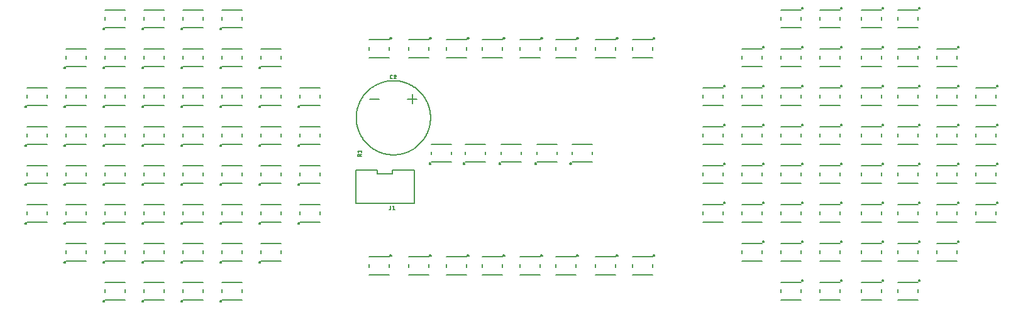
<source format=gbr>
G04 EAGLE Gerber RS-274X export*
G75*
%MOMM*%
%FSLAX34Y34*%
%LPD*%
%INSilkscreen Top*%
%IPPOS*%
%AMOC8*
5,1,8,0,0,1.08239X$1,22.5*%
G01*
%ADD10C,0.203200*%
%ADD11C,0.127000*%


D10*
X519200Y204600D02*
X519200Y159600D01*
X440200Y159600D01*
X440200Y204600D01*
X469700Y204600D01*
X489700Y204600D02*
X519200Y204600D01*
X489700Y199600D02*
X469700Y199600D01*
X469700Y204600D01*
X489700Y204600D02*
X489700Y199600D01*
D11*
X487406Y156065D02*
X487406Y152311D01*
X487404Y152246D01*
X487398Y152182D01*
X487388Y152118D01*
X487375Y152054D01*
X487357Y151992D01*
X487336Y151931D01*
X487312Y151871D01*
X487283Y151813D01*
X487251Y151756D01*
X487216Y151702D01*
X487178Y151650D01*
X487136Y151600D01*
X487092Y151553D01*
X487045Y151509D01*
X486995Y151467D01*
X486943Y151429D01*
X486889Y151394D01*
X486832Y151362D01*
X486774Y151333D01*
X486714Y151309D01*
X486653Y151288D01*
X486591Y151270D01*
X486527Y151257D01*
X486463Y151247D01*
X486399Y151241D01*
X486334Y151239D01*
X485797Y151239D01*
X490354Y154993D02*
X491694Y156065D01*
X491694Y151239D01*
X490354Y151239D02*
X493035Y151239D01*
X287250Y420750D02*
X260250Y420750D01*
X260250Y396750D02*
X287250Y396750D01*
X287250Y406750D02*
X287250Y410750D01*
X260250Y410750D02*
X260250Y406750D01*
X257250Y394750D02*
X257252Y394813D01*
X257258Y394875D01*
X257268Y394937D01*
X257281Y394999D01*
X257299Y395059D01*
X257320Y395118D01*
X257345Y395176D01*
X257374Y395232D01*
X257406Y395286D01*
X257441Y395338D01*
X257479Y395387D01*
X257521Y395435D01*
X257565Y395479D01*
X257613Y395521D01*
X257662Y395559D01*
X257714Y395594D01*
X257768Y395626D01*
X257824Y395655D01*
X257882Y395680D01*
X257941Y395701D01*
X258001Y395719D01*
X258063Y395732D01*
X258125Y395742D01*
X258187Y395748D01*
X258250Y395750D01*
X258313Y395748D01*
X258375Y395742D01*
X258437Y395732D01*
X258499Y395719D01*
X258559Y395701D01*
X258618Y395680D01*
X258676Y395655D01*
X258732Y395626D01*
X258786Y395594D01*
X258838Y395559D01*
X258887Y395521D01*
X258935Y395479D01*
X258979Y395435D01*
X259021Y395387D01*
X259059Y395338D01*
X259094Y395286D01*
X259126Y395232D01*
X259155Y395176D01*
X259180Y395118D01*
X259201Y395059D01*
X259219Y394999D01*
X259232Y394937D01*
X259242Y394875D01*
X259248Y394813D01*
X259250Y394750D01*
X259248Y394687D01*
X259242Y394625D01*
X259232Y394563D01*
X259219Y394501D01*
X259201Y394441D01*
X259180Y394382D01*
X259155Y394324D01*
X259126Y394268D01*
X259094Y394214D01*
X259059Y394162D01*
X259021Y394113D01*
X258979Y394065D01*
X258935Y394021D01*
X258887Y393979D01*
X258838Y393941D01*
X258786Y393906D01*
X258732Y393874D01*
X258676Y393845D01*
X258618Y393820D01*
X258559Y393799D01*
X258499Y393781D01*
X258437Y393768D01*
X258375Y393758D01*
X258313Y393752D01*
X258250Y393750D01*
X258187Y393752D01*
X258125Y393758D01*
X258063Y393768D01*
X258001Y393781D01*
X257941Y393799D01*
X257882Y393820D01*
X257824Y393845D01*
X257768Y393874D01*
X257714Y393906D01*
X257662Y393941D01*
X257613Y393979D01*
X257565Y394021D01*
X257521Y394065D01*
X257479Y394113D01*
X257441Y394162D01*
X257406Y394214D01*
X257374Y394268D01*
X257345Y394324D01*
X257320Y394382D01*
X257299Y394441D01*
X257281Y394501D01*
X257268Y394563D01*
X257258Y394625D01*
X257252Y394687D01*
X257250Y394750D01*
X77250Y368250D02*
X50250Y368250D01*
X50250Y344250D02*
X77250Y344250D01*
X77250Y354250D02*
X77250Y358250D01*
X50250Y358250D02*
X50250Y354250D01*
X47250Y342250D02*
X47252Y342313D01*
X47258Y342375D01*
X47268Y342437D01*
X47281Y342499D01*
X47299Y342559D01*
X47320Y342618D01*
X47345Y342676D01*
X47374Y342732D01*
X47406Y342786D01*
X47441Y342838D01*
X47479Y342887D01*
X47521Y342935D01*
X47565Y342979D01*
X47613Y343021D01*
X47662Y343059D01*
X47714Y343094D01*
X47768Y343126D01*
X47824Y343155D01*
X47882Y343180D01*
X47941Y343201D01*
X48001Y343219D01*
X48063Y343232D01*
X48125Y343242D01*
X48187Y343248D01*
X48250Y343250D01*
X48313Y343248D01*
X48375Y343242D01*
X48437Y343232D01*
X48499Y343219D01*
X48559Y343201D01*
X48618Y343180D01*
X48676Y343155D01*
X48732Y343126D01*
X48786Y343094D01*
X48838Y343059D01*
X48887Y343021D01*
X48935Y342979D01*
X48979Y342935D01*
X49021Y342887D01*
X49059Y342838D01*
X49094Y342786D01*
X49126Y342732D01*
X49155Y342676D01*
X49180Y342618D01*
X49201Y342559D01*
X49219Y342499D01*
X49232Y342437D01*
X49242Y342375D01*
X49248Y342313D01*
X49250Y342250D01*
X49248Y342187D01*
X49242Y342125D01*
X49232Y342063D01*
X49219Y342001D01*
X49201Y341941D01*
X49180Y341882D01*
X49155Y341824D01*
X49126Y341768D01*
X49094Y341714D01*
X49059Y341662D01*
X49021Y341613D01*
X48979Y341565D01*
X48935Y341521D01*
X48887Y341479D01*
X48838Y341441D01*
X48786Y341406D01*
X48732Y341374D01*
X48676Y341345D01*
X48618Y341320D01*
X48559Y341299D01*
X48499Y341281D01*
X48437Y341268D01*
X48375Y341258D01*
X48313Y341252D01*
X48250Y341250D01*
X48187Y341252D01*
X48125Y341258D01*
X48063Y341268D01*
X48001Y341281D01*
X47941Y341299D01*
X47882Y341320D01*
X47824Y341345D01*
X47768Y341374D01*
X47714Y341406D01*
X47662Y341441D01*
X47613Y341479D01*
X47565Y341521D01*
X47521Y341565D01*
X47479Y341613D01*
X47441Y341662D01*
X47406Y341714D01*
X47374Y341768D01*
X47345Y341824D01*
X47320Y341882D01*
X47299Y341941D01*
X47281Y342001D01*
X47268Y342063D01*
X47258Y342125D01*
X47252Y342187D01*
X47250Y342250D01*
X207750Y420750D02*
X234750Y420750D01*
X234750Y396750D02*
X207750Y396750D01*
X234750Y406750D02*
X234750Y410750D01*
X207750Y410750D02*
X207750Y406750D01*
X204750Y394750D02*
X204752Y394813D01*
X204758Y394875D01*
X204768Y394937D01*
X204781Y394999D01*
X204799Y395059D01*
X204820Y395118D01*
X204845Y395176D01*
X204874Y395232D01*
X204906Y395286D01*
X204941Y395338D01*
X204979Y395387D01*
X205021Y395435D01*
X205065Y395479D01*
X205113Y395521D01*
X205162Y395559D01*
X205214Y395594D01*
X205268Y395626D01*
X205324Y395655D01*
X205382Y395680D01*
X205441Y395701D01*
X205501Y395719D01*
X205563Y395732D01*
X205625Y395742D01*
X205687Y395748D01*
X205750Y395750D01*
X205813Y395748D01*
X205875Y395742D01*
X205937Y395732D01*
X205999Y395719D01*
X206059Y395701D01*
X206118Y395680D01*
X206176Y395655D01*
X206232Y395626D01*
X206286Y395594D01*
X206338Y395559D01*
X206387Y395521D01*
X206435Y395479D01*
X206479Y395435D01*
X206521Y395387D01*
X206559Y395338D01*
X206594Y395286D01*
X206626Y395232D01*
X206655Y395176D01*
X206680Y395118D01*
X206701Y395059D01*
X206719Y394999D01*
X206732Y394937D01*
X206742Y394875D01*
X206748Y394813D01*
X206750Y394750D01*
X206748Y394687D01*
X206742Y394625D01*
X206732Y394563D01*
X206719Y394501D01*
X206701Y394441D01*
X206680Y394382D01*
X206655Y394324D01*
X206626Y394268D01*
X206594Y394214D01*
X206559Y394162D01*
X206521Y394113D01*
X206479Y394065D01*
X206435Y394021D01*
X206387Y393979D01*
X206338Y393941D01*
X206286Y393906D01*
X206232Y393874D01*
X206176Y393845D01*
X206118Y393820D01*
X206059Y393799D01*
X205999Y393781D01*
X205937Y393768D01*
X205875Y393758D01*
X205813Y393752D01*
X205750Y393750D01*
X205687Y393752D01*
X205625Y393758D01*
X205563Y393768D01*
X205501Y393781D01*
X205441Y393799D01*
X205382Y393820D01*
X205324Y393845D01*
X205268Y393874D01*
X205214Y393906D01*
X205162Y393941D01*
X205113Y393979D01*
X205065Y394021D01*
X205021Y394065D01*
X204979Y394113D01*
X204941Y394162D01*
X204906Y394214D01*
X204874Y394268D01*
X204845Y394324D01*
X204820Y394382D01*
X204799Y394441D01*
X204781Y394501D01*
X204768Y394563D01*
X204758Y394625D01*
X204752Y394687D01*
X204750Y394750D01*
X182250Y420750D02*
X155250Y420750D01*
X155250Y396750D02*
X182250Y396750D01*
X182250Y406750D02*
X182250Y410750D01*
X155250Y410750D02*
X155250Y406750D01*
X152250Y394750D02*
X152252Y394813D01*
X152258Y394875D01*
X152268Y394937D01*
X152281Y394999D01*
X152299Y395059D01*
X152320Y395118D01*
X152345Y395176D01*
X152374Y395232D01*
X152406Y395286D01*
X152441Y395338D01*
X152479Y395387D01*
X152521Y395435D01*
X152565Y395479D01*
X152613Y395521D01*
X152662Y395559D01*
X152714Y395594D01*
X152768Y395626D01*
X152824Y395655D01*
X152882Y395680D01*
X152941Y395701D01*
X153001Y395719D01*
X153063Y395732D01*
X153125Y395742D01*
X153187Y395748D01*
X153250Y395750D01*
X153313Y395748D01*
X153375Y395742D01*
X153437Y395732D01*
X153499Y395719D01*
X153559Y395701D01*
X153618Y395680D01*
X153676Y395655D01*
X153732Y395626D01*
X153786Y395594D01*
X153838Y395559D01*
X153887Y395521D01*
X153935Y395479D01*
X153979Y395435D01*
X154021Y395387D01*
X154059Y395338D01*
X154094Y395286D01*
X154126Y395232D01*
X154155Y395176D01*
X154180Y395118D01*
X154201Y395059D01*
X154219Y394999D01*
X154232Y394937D01*
X154242Y394875D01*
X154248Y394813D01*
X154250Y394750D01*
X154248Y394687D01*
X154242Y394625D01*
X154232Y394563D01*
X154219Y394501D01*
X154201Y394441D01*
X154180Y394382D01*
X154155Y394324D01*
X154126Y394268D01*
X154094Y394214D01*
X154059Y394162D01*
X154021Y394113D01*
X153979Y394065D01*
X153935Y394021D01*
X153887Y393979D01*
X153838Y393941D01*
X153786Y393906D01*
X153732Y393874D01*
X153676Y393845D01*
X153618Y393820D01*
X153559Y393799D01*
X153499Y393781D01*
X153437Y393768D01*
X153375Y393758D01*
X153313Y393752D01*
X153250Y393750D01*
X153187Y393752D01*
X153125Y393758D01*
X153063Y393768D01*
X153001Y393781D01*
X152941Y393799D01*
X152882Y393820D01*
X152824Y393845D01*
X152768Y393874D01*
X152714Y393906D01*
X152662Y393941D01*
X152613Y393979D01*
X152565Y394021D01*
X152521Y394065D01*
X152479Y394113D01*
X152441Y394162D01*
X152406Y394214D01*
X152374Y394268D01*
X152345Y394324D01*
X152320Y394382D01*
X152299Y394441D01*
X152281Y394501D01*
X152268Y394563D01*
X152258Y394625D01*
X152252Y394687D01*
X152250Y394750D01*
X129750Y420750D02*
X102750Y420750D01*
X102750Y396750D02*
X129750Y396750D01*
X129750Y406750D02*
X129750Y410750D01*
X102750Y410750D02*
X102750Y406750D01*
X99750Y394750D02*
X99752Y394813D01*
X99758Y394875D01*
X99768Y394937D01*
X99781Y394999D01*
X99799Y395059D01*
X99820Y395118D01*
X99845Y395176D01*
X99874Y395232D01*
X99906Y395286D01*
X99941Y395338D01*
X99979Y395387D01*
X100021Y395435D01*
X100065Y395479D01*
X100113Y395521D01*
X100162Y395559D01*
X100214Y395594D01*
X100268Y395626D01*
X100324Y395655D01*
X100382Y395680D01*
X100441Y395701D01*
X100501Y395719D01*
X100563Y395732D01*
X100625Y395742D01*
X100687Y395748D01*
X100750Y395750D01*
X100813Y395748D01*
X100875Y395742D01*
X100937Y395732D01*
X100999Y395719D01*
X101059Y395701D01*
X101118Y395680D01*
X101176Y395655D01*
X101232Y395626D01*
X101286Y395594D01*
X101338Y395559D01*
X101387Y395521D01*
X101435Y395479D01*
X101479Y395435D01*
X101521Y395387D01*
X101559Y395338D01*
X101594Y395286D01*
X101626Y395232D01*
X101655Y395176D01*
X101680Y395118D01*
X101701Y395059D01*
X101719Y394999D01*
X101732Y394937D01*
X101742Y394875D01*
X101748Y394813D01*
X101750Y394750D01*
X101748Y394687D01*
X101742Y394625D01*
X101732Y394563D01*
X101719Y394501D01*
X101701Y394441D01*
X101680Y394382D01*
X101655Y394324D01*
X101626Y394268D01*
X101594Y394214D01*
X101559Y394162D01*
X101521Y394113D01*
X101479Y394065D01*
X101435Y394021D01*
X101387Y393979D01*
X101338Y393941D01*
X101286Y393906D01*
X101232Y393874D01*
X101176Y393845D01*
X101118Y393820D01*
X101059Y393799D01*
X100999Y393781D01*
X100937Y393768D01*
X100875Y393758D01*
X100813Y393752D01*
X100750Y393750D01*
X100687Y393752D01*
X100625Y393758D01*
X100563Y393768D01*
X100501Y393781D01*
X100441Y393799D01*
X100382Y393820D01*
X100324Y393845D01*
X100268Y393874D01*
X100214Y393906D01*
X100162Y393941D01*
X100113Y393979D01*
X100065Y394021D01*
X100021Y394065D01*
X99979Y394113D01*
X99941Y394162D01*
X99906Y394214D01*
X99874Y394268D01*
X99845Y394324D01*
X99820Y394382D01*
X99799Y394441D01*
X99781Y394501D01*
X99768Y394563D01*
X99758Y394625D01*
X99752Y394687D01*
X99750Y394750D01*
X312750Y368250D02*
X339750Y368250D01*
X339750Y344250D02*
X312750Y344250D01*
X339750Y354250D02*
X339750Y358250D01*
X312750Y358250D02*
X312750Y354250D01*
X309750Y342250D02*
X309752Y342313D01*
X309758Y342375D01*
X309768Y342437D01*
X309781Y342499D01*
X309799Y342559D01*
X309820Y342618D01*
X309845Y342676D01*
X309874Y342732D01*
X309906Y342786D01*
X309941Y342838D01*
X309979Y342887D01*
X310021Y342935D01*
X310065Y342979D01*
X310113Y343021D01*
X310162Y343059D01*
X310214Y343094D01*
X310268Y343126D01*
X310324Y343155D01*
X310382Y343180D01*
X310441Y343201D01*
X310501Y343219D01*
X310563Y343232D01*
X310625Y343242D01*
X310687Y343248D01*
X310750Y343250D01*
X310813Y343248D01*
X310875Y343242D01*
X310937Y343232D01*
X310999Y343219D01*
X311059Y343201D01*
X311118Y343180D01*
X311176Y343155D01*
X311232Y343126D01*
X311286Y343094D01*
X311338Y343059D01*
X311387Y343021D01*
X311435Y342979D01*
X311479Y342935D01*
X311521Y342887D01*
X311559Y342838D01*
X311594Y342786D01*
X311626Y342732D01*
X311655Y342676D01*
X311680Y342618D01*
X311701Y342559D01*
X311719Y342499D01*
X311732Y342437D01*
X311742Y342375D01*
X311748Y342313D01*
X311750Y342250D01*
X311748Y342187D01*
X311742Y342125D01*
X311732Y342063D01*
X311719Y342001D01*
X311701Y341941D01*
X311680Y341882D01*
X311655Y341824D01*
X311626Y341768D01*
X311594Y341714D01*
X311559Y341662D01*
X311521Y341613D01*
X311479Y341565D01*
X311435Y341521D01*
X311387Y341479D01*
X311338Y341441D01*
X311286Y341406D01*
X311232Y341374D01*
X311176Y341345D01*
X311118Y341320D01*
X311059Y341299D01*
X310999Y341281D01*
X310937Y341268D01*
X310875Y341258D01*
X310813Y341252D01*
X310750Y341250D01*
X310687Y341252D01*
X310625Y341258D01*
X310563Y341268D01*
X310501Y341281D01*
X310441Y341299D01*
X310382Y341320D01*
X310324Y341345D01*
X310268Y341374D01*
X310214Y341406D01*
X310162Y341441D01*
X310113Y341479D01*
X310065Y341521D01*
X310021Y341565D01*
X309979Y341613D01*
X309941Y341662D01*
X309906Y341714D01*
X309874Y341768D01*
X309845Y341824D01*
X309820Y341882D01*
X309799Y341941D01*
X309781Y342001D01*
X309768Y342063D01*
X309758Y342125D01*
X309752Y342187D01*
X309750Y342250D01*
X287250Y368250D02*
X260250Y368250D01*
X260250Y344250D02*
X287250Y344250D01*
X287250Y354250D02*
X287250Y358250D01*
X260250Y358250D02*
X260250Y354250D01*
X257250Y342250D02*
X257252Y342313D01*
X257258Y342375D01*
X257268Y342437D01*
X257281Y342499D01*
X257299Y342559D01*
X257320Y342618D01*
X257345Y342676D01*
X257374Y342732D01*
X257406Y342786D01*
X257441Y342838D01*
X257479Y342887D01*
X257521Y342935D01*
X257565Y342979D01*
X257613Y343021D01*
X257662Y343059D01*
X257714Y343094D01*
X257768Y343126D01*
X257824Y343155D01*
X257882Y343180D01*
X257941Y343201D01*
X258001Y343219D01*
X258063Y343232D01*
X258125Y343242D01*
X258187Y343248D01*
X258250Y343250D01*
X258313Y343248D01*
X258375Y343242D01*
X258437Y343232D01*
X258499Y343219D01*
X258559Y343201D01*
X258618Y343180D01*
X258676Y343155D01*
X258732Y343126D01*
X258786Y343094D01*
X258838Y343059D01*
X258887Y343021D01*
X258935Y342979D01*
X258979Y342935D01*
X259021Y342887D01*
X259059Y342838D01*
X259094Y342786D01*
X259126Y342732D01*
X259155Y342676D01*
X259180Y342618D01*
X259201Y342559D01*
X259219Y342499D01*
X259232Y342437D01*
X259242Y342375D01*
X259248Y342313D01*
X259250Y342250D01*
X259248Y342187D01*
X259242Y342125D01*
X259232Y342063D01*
X259219Y342001D01*
X259201Y341941D01*
X259180Y341882D01*
X259155Y341824D01*
X259126Y341768D01*
X259094Y341714D01*
X259059Y341662D01*
X259021Y341613D01*
X258979Y341565D01*
X258935Y341521D01*
X258887Y341479D01*
X258838Y341441D01*
X258786Y341406D01*
X258732Y341374D01*
X258676Y341345D01*
X258618Y341320D01*
X258559Y341299D01*
X258499Y341281D01*
X258437Y341268D01*
X258375Y341258D01*
X258313Y341252D01*
X258250Y341250D01*
X258187Y341252D01*
X258125Y341258D01*
X258063Y341268D01*
X258001Y341281D01*
X257941Y341299D01*
X257882Y341320D01*
X257824Y341345D01*
X257768Y341374D01*
X257714Y341406D01*
X257662Y341441D01*
X257613Y341479D01*
X257565Y341521D01*
X257521Y341565D01*
X257479Y341613D01*
X257441Y341662D01*
X257406Y341714D01*
X257374Y341768D01*
X257345Y341824D01*
X257320Y341882D01*
X257299Y341941D01*
X257281Y342001D01*
X257268Y342063D01*
X257258Y342125D01*
X257252Y342187D01*
X257250Y342250D01*
X234750Y368250D02*
X207750Y368250D01*
X207750Y344250D02*
X234750Y344250D01*
X234750Y354250D02*
X234750Y358250D01*
X207750Y358250D02*
X207750Y354250D01*
X204750Y342250D02*
X204752Y342313D01*
X204758Y342375D01*
X204768Y342437D01*
X204781Y342499D01*
X204799Y342559D01*
X204820Y342618D01*
X204845Y342676D01*
X204874Y342732D01*
X204906Y342786D01*
X204941Y342838D01*
X204979Y342887D01*
X205021Y342935D01*
X205065Y342979D01*
X205113Y343021D01*
X205162Y343059D01*
X205214Y343094D01*
X205268Y343126D01*
X205324Y343155D01*
X205382Y343180D01*
X205441Y343201D01*
X205501Y343219D01*
X205563Y343232D01*
X205625Y343242D01*
X205687Y343248D01*
X205750Y343250D01*
X205813Y343248D01*
X205875Y343242D01*
X205937Y343232D01*
X205999Y343219D01*
X206059Y343201D01*
X206118Y343180D01*
X206176Y343155D01*
X206232Y343126D01*
X206286Y343094D01*
X206338Y343059D01*
X206387Y343021D01*
X206435Y342979D01*
X206479Y342935D01*
X206521Y342887D01*
X206559Y342838D01*
X206594Y342786D01*
X206626Y342732D01*
X206655Y342676D01*
X206680Y342618D01*
X206701Y342559D01*
X206719Y342499D01*
X206732Y342437D01*
X206742Y342375D01*
X206748Y342313D01*
X206750Y342250D01*
X206748Y342187D01*
X206742Y342125D01*
X206732Y342063D01*
X206719Y342001D01*
X206701Y341941D01*
X206680Y341882D01*
X206655Y341824D01*
X206626Y341768D01*
X206594Y341714D01*
X206559Y341662D01*
X206521Y341613D01*
X206479Y341565D01*
X206435Y341521D01*
X206387Y341479D01*
X206338Y341441D01*
X206286Y341406D01*
X206232Y341374D01*
X206176Y341345D01*
X206118Y341320D01*
X206059Y341299D01*
X205999Y341281D01*
X205937Y341268D01*
X205875Y341258D01*
X205813Y341252D01*
X205750Y341250D01*
X205687Y341252D01*
X205625Y341258D01*
X205563Y341268D01*
X205501Y341281D01*
X205441Y341299D01*
X205382Y341320D01*
X205324Y341345D01*
X205268Y341374D01*
X205214Y341406D01*
X205162Y341441D01*
X205113Y341479D01*
X205065Y341521D01*
X205021Y341565D01*
X204979Y341613D01*
X204941Y341662D01*
X204906Y341714D01*
X204874Y341768D01*
X204845Y341824D01*
X204820Y341882D01*
X204799Y341941D01*
X204781Y342001D01*
X204768Y342063D01*
X204758Y342125D01*
X204752Y342187D01*
X204750Y342250D01*
X182250Y368250D02*
X155250Y368250D01*
X155250Y344250D02*
X182250Y344250D01*
X182250Y354250D02*
X182250Y358250D01*
X155250Y358250D02*
X155250Y354250D01*
X152250Y342250D02*
X152252Y342313D01*
X152258Y342375D01*
X152268Y342437D01*
X152281Y342499D01*
X152299Y342559D01*
X152320Y342618D01*
X152345Y342676D01*
X152374Y342732D01*
X152406Y342786D01*
X152441Y342838D01*
X152479Y342887D01*
X152521Y342935D01*
X152565Y342979D01*
X152613Y343021D01*
X152662Y343059D01*
X152714Y343094D01*
X152768Y343126D01*
X152824Y343155D01*
X152882Y343180D01*
X152941Y343201D01*
X153001Y343219D01*
X153063Y343232D01*
X153125Y343242D01*
X153187Y343248D01*
X153250Y343250D01*
X153313Y343248D01*
X153375Y343242D01*
X153437Y343232D01*
X153499Y343219D01*
X153559Y343201D01*
X153618Y343180D01*
X153676Y343155D01*
X153732Y343126D01*
X153786Y343094D01*
X153838Y343059D01*
X153887Y343021D01*
X153935Y342979D01*
X153979Y342935D01*
X154021Y342887D01*
X154059Y342838D01*
X154094Y342786D01*
X154126Y342732D01*
X154155Y342676D01*
X154180Y342618D01*
X154201Y342559D01*
X154219Y342499D01*
X154232Y342437D01*
X154242Y342375D01*
X154248Y342313D01*
X154250Y342250D01*
X154248Y342187D01*
X154242Y342125D01*
X154232Y342063D01*
X154219Y342001D01*
X154201Y341941D01*
X154180Y341882D01*
X154155Y341824D01*
X154126Y341768D01*
X154094Y341714D01*
X154059Y341662D01*
X154021Y341613D01*
X153979Y341565D01*
X153935Y341521D01*
X153887Y341479D01*
X153838Y341441D01*
X153786Y341406D01*
X153732Y341374D01*
X153676Y341345D01*
X153618Y341320D01*
X153559Y341299D01*
X153499Y341281D01*
X153437Y341268D01*
X153375Y341258D01*
X153313Y341252D01*
X153250Y341250D01*
X153187Y341252D01*
X153125Y341258D01*
X153063Y341268D01*
X153001Y341281D01*
X152941Y341299D01*
X152882Y341320D01*
X152824Y341345D01*
X152768Y341374D01*
X152714Y341406D01*
X152662Y341441D01*
X152613Y341479D01*
X152565Y341521D01*
X152521Y341565D01*
X152479Y341613D01*
X152441Y341662D01*
X152406Y341714D01*
X152374Y341768D01*
X152345Y341824D01*
X152320Y341882D01*
X152299Y341941D01*
X152281Y342001D01*
X152268Y342063D01*
X152258Y342125D01*
X152252Y342187D01*
X152250Y342250D01*
X129750Y368250D02*
X102750Y368250D01*
X102750Y344250D02*
X129750Y344250D01*
X129750Y354250D02*
X129750Y358250D01*
X102750Y358250D02*
X102750Y354250D01*
X99750Y342250D02*
X99752Y342313D01*
X99758Y342375D01*
X99768Y342437D01*
X99781Y342499D01*
X99799Y342559D01*
X99820Y342618D01*
X99845Y342676D01*
X99874Y342732D01*
X99906Y342786D01*
X99941Y342838D01*
X99979Y342887D01*
X100021Y342935D01*
X100065Y342979D01*
X100113Y343021D01*
X100162Y343059D01*
X100214Y343094D01*
X100268Y343126D01*
X100324Y343155D01*
X100382Y343180D01*
X100441Y343201D01*
X100501Y343219D01*
X100563Y343232D01*
X100625Y343242D01*
X100687Y343248D01*
X100750Y343250D01*
X100813Y343248D01*
X100875Y343242D01*
X100937Y343232D01*
X100999Y343219D01*
X101059Y343201D01*
X101118Y343180D01*
X101176Y343155D01*
X101232Y343126D01*
X101286Y343094D01*
X101338Y343059D01*
X101387Y343021D01*
X101435Y342979D01*
X101479Y342935D01*
X101521Y342887D01*
X101559Y342838D01*
X101594Y342786D01*
X101626Y342732D01*
X101655Y342676D01*
X101680Y342618D01*
X101701Y342559D01*
X101719Y342499D01*
X101732Y342437D01*
X101742Y342375D01*
X101748Y342313D01*
X101750Y342250D01*
X101748Y342187D01*
X101742Y342125D01*
X101732Y342063D01*
X101719Y342001D01*
X101701Y341941D01*
X101680Y341882D01*
X101655Y341824D01*
X101626Y341768D01*
X101594Y341714D01*
X101559Y341662D01*
X101521Y341613D01*
X101479Y341565D01*
X101435Y341521D01*
X101387Y341479D01*
X101338Y341441D01*
X101286Y341406D01*
X101232Y341374D01*
X101176Y341345D01*
X101118Y341320D01*
X101059Y341299D01*
X100999Y341281D01*
X100937Y341268D01*
X100875Y341258D01*
X100813Y341252D01*
X100750Y341250D01*
X100687Y341252D01*
X100625Y341258D01*
X100563Y341268D01*
X100501Y341281D01*
X100441Y341299D01*
X100382Y341320D01*
X100324Y341345D01*
X100268Y341374D01*
X100214Y341406D01*
X100162Y341441D01*
X100113Y341479D01*
X100065Y341521D01*
X100021Y341565D01*
X99979Y341613D01*
X99941Y341662D01*
X99906Y341714D01*
X99874Y341768D01*
X99845Y341824D01*
X99820Y341882D01*
X99799Y341941D01*
X99781Y342001D01*
X99768Y342063D01*
X99758Y342125D01*
X99752Y342187D01*
X99750Y342250D01*
X365250Y315750D02*
X392250Y315750D01*
X392250Y291750D02*
X365250Y291750D01*
X392250Y301750D02*
X392250Y305750D01*
X365250Y305750D02*
X365250Y301750D01*
X362250Y289750D02*
X362252Y289813D01*
X362258Y289875D01*
X362268Y289937D01*
X362281Y289999D01*
X362299Y290059D01*
X362320Y290118D01*
X362345Y290176D01*
X362374Y290232D01*
X362406Y290286D01*
X362441Y290338D01*
X362479Y290387D01*
X362521Y290435D01*
X362565Y290479D01*
X362613Y290521D01*
X362662Y290559D01*
X362714Y290594D01*
X362768Y290626D01*
X362824Y290655D01*
X362882Y290680D01*
X362941Y290701D01*
X363001Y290719D01*
X363063Y290732D01*
X363125Y290742D01*
X363187Y290748D01*
X363250Y290750D01*
X363313Y290748D01*
X363375Y290742D01*
X363437Y290732D01*
X363499Y290719D01*
X363559Y290701D01*
X363618Y290680D01*
X363676Y290655D01*
X363732Y290626D01*
X363786Y290594D01*
X363838Y290559D01*
X363887Y290521D01*
X363935Y290479D01*
X363979Y290435D01*
X364021Y290387D01*
X364059Y290338D01*
X364094Y290286D01*
X364126Y290232D01*
X364155Y290176D01*
X364180Y290118D01*
X364201Y290059D01*
X364219Y289999D01*
X364232Y289937D01*
X364242Y289875D01*
X364248Y289813D01*
X364250Y289750D01*
X364248Y289687D01*
X364242Y289625D01*
X364232Y289563D01*
X364219Y289501D01*
X364201Y289441D01*
X364180Y289382D01*
X364155Y289324D01*
X364126Y289268D01*
X364094Y289214D01*
X364059Y289162D01*
X364021Y289113D01*
X363979Y289065D01*
X363935Y289021D01*
X363887Y288979D01*
X363838Y288941D01*
X363786Y288906D01*
X363732Y288874D01*
X363676Y288845D01*
X363618Y288820D01*
X363559Y288799D01*
X363499Y288781D01*
X363437Y288768D01*
X363375Y288758D01*
X363313Y288752D01*
X363250Y288750D01*
X363187Y288752D01*
X363125Y288758D01*
X363063Y288768D01*
X363001Y288781D01*
X362941Y288799D01*
X362882Y288820D01*
X362824Y288845D01*
X362768Y288874D01*
X362714Y288906D01*
X362662Y288941D01*
X362613Y288979D01*
X362565Y289021D01*
X362521Y289065D01*
X362479Y289113D01*
X362441Y289162D01*
X362406Y289214D01*
X362374Y289268D01*
X362345Y289324D01*
X362320Y289382D01*
X362299Y289441D01*
X362281Y289501D01*
X362268Y289563D01*
X362258Y289625D01*
X362252Y289687D01*
X362250Y289750D01*
X339750Y315750D02*
X312750Y315750D01*
X312750Y291750D02*
X339750Y291750D01*
X339750Y301750D02*
X339750Y305750D01*
X312750Y305750D02*
X312750Y301750D01*
X309750Y289750D02*
X309752Y289813D01*
X309758Y289875D01*
X309768Y289937D01*
X309781Y289999D01*
X309799Y290059D01*
X309820Y290118D01*
X309845Y290176D01*
X309874Y290232D01*
X309906Y290286D01*
X309941Y290338D01*
X309979Y290387D01*
X310021Y290435D01*
X310065Y290479D01*
X310113Y290521D01*
X310162Y290559D01*
X310214Y290594D01*
X310268Y290626D01*
X310324Y290655D01*
X310382Y290680D01*
X310441Y290701D01*
X310501Y290719D01*
X310563Y290732D01*
X310625Y290742D01*
X310687Y290748D01*
X310750Y290750D01*
X310813Y290748D01*
X310875Y290742D01*
X310937Y290732D01*
X310999Y290719D01*
X311059Y290701D01*
X311118Y290680D01*
X311176Y290655D01*
X311232Y290626D01*
X311286Y290594D01*
X311338Y290559D01*
X311387Y290521D01*
X311435Y290479D01*
X311479Y290435D01*
X311521Y290387D01*
X311559Y290338D01*
X311594Y290286D01*
X311626Y290232D01*
X311655Y290176D01*
X311680Y290118D01*
X311701Y290059D01*
X311719Y289999D01*
X311732Y289937D01*
X311742Y289875D01*
X311748Y289813D01*
X311750Y289750D01*
X311748Y289687D01*
X311742Y289625D01*
X311732Y289563D01*
X311719Y289501D01*
X311701Y289441D01*
X311680Y289382D01*
X311655Y289324D01*
X311626Y289268D01*
X311594Y289214D01*
X311559Y289162D01*
X311521Y289113D01*
X311479Y289065D01*
X311435Y289021D01*
X311387Y288979D01*
X311338Y288941D01*
X311286Y288906D01*
X311232Y288874D01*
X311176Y288845D01*
X311118Y288820D01*
X311059Y288799D01*
X310999Y288781D01*
X310937Y288768D01*
X310875Y288758D01*
X310813Y288752D01*
X310750Y288750D01*
X310687Y288752D01*
X310625Y288758D01*
X310563Y288768D01*
X310501Y288781D01*
X310441Y288799D01*
X310382Y288820D01*
X310324Y288845D01*
X310268Y288874D01*
X310214Y288906D01*
X310162Y288941D01*
X310113Y288979D01*
X310065Y289021D01*
X310021Y289065D01*
X309979Y289113D01*
X309941Y289162D01*
X309906Y289214D01*
X309874Y289268D01*
X309845Y289324D01*
X309820Y289382D01*
X309799Y289441D01*
X309781Y289501D01*
X309768Y289563D01*
X309758Y289625D01*
X309752Y289687D01*
X309750Y289750D01*
X287250Y315750D02*
X260250Y315750D01*
X260250Y291750D02*
X287250Y291750D01*
X287250Y301750D02*
X287250Y305750D01*
X260250Y305750D02*
X260250Y301750D01*
X257250Y289750D02*
X257252Y289813D01*
X257258Y289875D01*
X257268Y289937D01*
X257281Y289999D01*
X257299Y290059D01*
X257320Y290118D01*
X257345Y290176D01*
X257374Y290232D01*
X257406Y290286D01*
X257441Y290338D01*
X257479Y290387D01*
X257521Y290435D01*
X257565Y290479D01*
X257613Y290521D01*
X257662Y290559D01*
X257714Y290594D01*
X257768Y290626D01*
X257824Y290655D01*
X257882Y290680D01*
X257941Y290701D01*
X258001Y290719D01*
X258063Y290732D01*
X258125Y290742D01*
X258187Y290748D01*
X258250Y290750D01*
X258313Y290748D01*
X258375Y290742D01*
X258437Y290732D01*
X258499Y290719D01*
X258559Y290701D01*
X258618Y290680D01*
X258676Y290655D01*
X258732Y290626D01*
X258786Y290594D01*
X258838Y290559D01*
X258887Y290521D01*
X258935Y290479D01*
X258979Y290435D01*
X259021Y290387D01*
X259059Y290338D01*
X259094Y290286D01*
X259126Y290232D01*
X259155Y290176D01*
X259180Y290118D01*
X259201Y290059D01*
X259219Y289999D01*
X259232Y289937D01*
X259242Y289875D01*
X259248Y289813D01*
X259250Y289750D01*
X259248Y289687D01*
X259242Y289625D01*
X259232Y289563D01*
X259219Y289501D01*
X259201Y289441D01*
X259180Y289382D01*
X259155Y289324D01*
X259126Y289268D01*
X259094Y289214D01*
X259059Y289162D01*
X259021Y289113D01*
X258979Y289065D01*
X258935Y289021D01*
X258887Y288979D01*
X258838Y288941D01*
X258786Y288906D01*
X258732Y288874D01*
X258676Y288845D01*
X258618Y288820D01*
X258559Y288799D01*
X258499Y288781D01*
X258437Y288768D01*
X258375Y288758D01*
X258313Y288752D01*
X258250Y288750D01*
X258187Y288752D01*
X258125Y288758D01*
X258063Y288768D01*
X258001Y288781D01*
X257941Y288799D01*
X257882Y288820D01*
X257824Y288845D01*
X257768Y288874D01*
X257714Y288906D01*
X257662Y288941D01*
X257613Y288979D01*
X257565Y289021D01*
X257521Y289065D01*
X257479Y289113D01*
X257441Y289162D01*
X257406Y289214D01*
X257374Y289268D01*
X257345Y289324D01*
X257320Y289382D01*
X257299Y289441D01*
X257281Y289501D01*
X257268Y289563D01*
X257258Y289625D01*
X257252Y289687D01*
X257250Y289750D01*
X234750Y315750D02*
X207750Y315750D01*
X207750Y291750D02*
X234750Y291750D01*
X234750Y301750D02*
X234750Y305750D01*
X207750Y305750D02*
X207750Y301750D01*
X204750Y289750D02*
X204752Y289813D01*
X204758Y289875D01*
X204768Y289937D01*
X204781Y289999D01*
X204799Y290059D01*
X204820Y290118D01*
X204845Y290176D01*
X204874Y290232D01*
X204906Y290286D01*
X204941Y290338D01*
X204979Y290387D01*
X205021Y290435D01*
X205065Y290479D01*
X205113Y290521D01*
X205162Y290559D01*
X205214Y290594D01*
X205268Y290626D01*
X205324Y290655D01*
X205382Y290680D01*
X205441Y290701D01*
X205501Y290719D01*
X205563Y290732D01*
X205625Y290742D01*
X205687Y290748D01*
X205750Y290750D01*
X205813Y290748D01*
X205875Y290742D01*
X205937Y290732D01*
X205999Y290719D01*
X206059Y290701D01*
X206118Y290680D01*
X206176Y290655D01*
X206232Y290626D01*
X206286Y290594D01*
X206338Y290559D01*
X206387Y290521D01*
X206435Y290479D01*
X206479Y290435D01*
X206521Y290387D01*
X206559Y290338D01*
X206594Y290286D01*
X206626Y290232D01*
X206655Y290176D01*
X206680Y290118D01*
X206701Y290059D01*
X206719Y289999D01*
X206732Y289937D01*
X206742Y289875D01*
X206748Y289813D01*
X206750Y289750D01*
X206748Y289687D01*
X206742Y289625D01*
X206732Y289563D01*
X206719Y289501D01*
X206701Y289441D01*
X206680Y289382D01*
X206655Y289324D01*
X206626Y289268D01*
X206594Y289214D01*
X206559Y289162D01*
X206521Y289113D01*
X206479Y289065D01*
X206435Y289021D01*
X206387Y288979D01*
X206338Y288941D01*
X206286Y288906D01*
X206232Y288874D01*
X206176Y288845D01*
X206118Y288820D01*
X206059Y288799D01*
X205999Y288781D01*
X205937Y288768D01*
X205875Y288758D01*
X205813Y288752D01*
X205750Y288750D01*
X205687Y288752D01*
X205625Y288758D01*
X205563Y288768D01*
X205501Y288781D01*
X205441Y288799D01*
X205382Y288820D01*
X205324Y288845D01*
X205268Y288874D01*
X205214Y288906D01*
X205162Y288941D01*
X205113Y288979D01*
X205065Y289021D01*
X205021Y289065D01*
X204979Y289113D01*
X204941Y289162D01*
X204906Y289214D01*
X204874Y289268D01*
X204845Y289324D01*
X204820Y289382D01*
X204799Y289441D01*
X204781Y289501D01*
X204768Y289563D01*
X204758Y289625D01*
X204752Y289687D01*
X204750Y289750D01*
X182250Y315750D02*
X155250Y315750D01*
X155250Y291750D02*
X182250Y291750D01*
X182250Y301750D02*
X182250Y305750D01*
X155250Y305750D02*
X155250Y301750D01*
X152250Y289750D02*
X152252Y289813D01*
X152258Y289875D01*
X152268Y289937D01*
X152281Y289999D01*
X152299Y290059D01*
X152320Y290118D01*
X152345Y290176D01*
X152374Y290232D01*
X152406Y290286D01*
X152441Y290338D01*
X152479Y290387D01*
X152521Y290435D01*
X152565Y290479D01*
X152613Y290521D01*
X152662Y290559D01*
X152714Y290594D01*
X152768Y290626D01*
X152824Y290655D01*
X152882Y290680D01*
X152941Y290701D01*
X153001Y290719D01*
X153063Y290732D01*
X153125Y290742D01*
X153187Y290748D01*
X153250Y290750D01*
X153313Y290748D01*
X153375Y290742D01*
X153437Y290732D01*
X153499Y290719D01*
X153559Y290701D01*
X153618Y290680D01*
X153676Y290655D01*
X153732Y290626D01*
X153786Y290594D01*
X153838Y290559D01*
X153887Y290521D01*
X153935Y290479D01*
X153979Y290435D01*
X154021Y290387D01*
X154059Y290338D01*
X154094Y290286D01*
X154126Y290232D01*
X154155Y290176D01*
X154180Y290118D01*
X154201Y290059D01*
X154219Y289999D01*
X154232Y289937D01*
X154242Y289875D01*
X154248Y289813D01*
X154250Y289750D01*
X154248Y289687D01*
X154242Y289625D01*
X154232Y289563D01*
X154219Y289501D01*
X154201Y289441D01*
X154180Y289382D01*
X154155Y289324D01*
X154126Y289268D01*
X154094Y289214D01*
X154059Y289162D01*
X154021Y289113D01*
X153979Y289065D01*
X153935Y289021D01*
X153887Y288979D01*
X153838Y288941D01*
X153786Y288906D01*
X153732Y288874D01*
X153676Y288845D01*
X153618Y288820D01*
X153559Y288799D01*
X153499Y288781D01*
X153437Y288768D01*
X153375Y288758D01*
X153313Y288752D01*
X153250Y288750D01*
X153187Y288752D01*
X153125Y288758D01*
X153063Y288768D01*
X153001Y288781D01*
X152941Y288799D01*
X152882Y288820D01*
X152824Y288845D01*
X152768Y288874D01*
X152714Y288906D01*
X152662Y288941D01*
X152613Y288979D01*
X152565Y289021D01*
X152521Y289065D01*
X152479Y289113D01*
X152441Y289162D01*
X152406Y289214D01*
X152374Y289268D01*
X152345Y289324D01*
X152320Y289382D01*
X152299Y289441D01*
X152281Y289501D01*
X152268Y289563D01*
X152258Y289625D01*
X152252Y289687D01*
X152250Y289750D01*
X129750Y315750D02*
X102750Y315750D01*
X102750Y291750D02*
X129750Y291750D01*
X129750Y301750D02*
X129750Y305750D01*
X102750Y305750D02*
X102750Y301750D01*
X99750Y289750D02*
X99752Y289813D01*
X99758Y289875D01*
X99768Y289937D01*
X99781Y289999D01*
X99799Y290059D01*
X99820Y290118D01*
X99845Y290176D01*
X99874Y290232D01*
X99906Y290286D01*
X99941Y290338D01*
X99979Y290387D01*
X100021Y290435D01*
X100065Y290479D01*
X100113Y290521D01*
X100162Y290559D01*
X100214Y290594D01*
X100268Y290626D01*
X100324Y290655D01*
X100382Y290680D01*
X100441Y290701D01*
X100501Y290719D01*
X100563Y290732D01*
X100625Y290742D01*
X100687Y290748D01*
X100750Y290750D01*
X100813Y290748D01*
X100875Y290742D01*
X100937Y290732D01*
X100999Y290719D01*
X101059Y290701D01*
X101118Y290680D01*
X101176Y290655D01*
X101232Y290626D01*
X101286Y290594D01*
X101338Y290559D01*
X101387Y290521D01*
X101435Y290479D01*
X101479Y290435D01*
X101521Y290387D01*
X101559Y290338D01*
X101594Y290286D01*
X101626Y290232D01*
X101655Y290176D01*
X101680Y290118D01*
X101701Y290059D01*
X101719Y289999D01*
X101732Y289937D01*
X101742Y289875D01*
X101748Y289813D01*
X101750Y289750D01*
X101748Y289687D01*
X101742Y289625D01*
X101732Y289563D01*
X101719Y289501D01*
X101701Y289441D01*
X101680Y289382D01*
X101655Y289324D01*
X101626Y289268D01*
X101594Y289214D01*
X101559Y289162D01*
X101521Y289113D01*
X101479Y289065D01*
X101435Y289021D01*
X101387Y288979D01*
X101338Y288941D01*
X101286Y288906D01*
X101232Y288874D01*
X101176Y288845D01*
X101118Y288820D01*
X101059Y288799D01*
X100999Y288781D01*
X100937Y288768D01*
X100875Y288758D01*
X100813Y288752D01*
X100750Y288750D01*
X100687Y288752D01*
X100625Y288758D01*
X100563Y288768D01*
X100501Y288781D01*
X100441Y288799D01*
X100382Y288820D01*
X100324Y288845D01*
X100268Y288874D01*
X100214Y288906D01*
X100162Y288941D01*
X100113Y288979D01*
X100065Y289021D01*
X100021Y289065D01*
X99979Y289113D01*
X99941Y289162D01*
X99906Y289214D01*
X99874Y289268D01*
X99845Y289324D01*
X99820Y289382D01*
X99799Y289441D01*
X99781Y289501D01*
X99768Y289563D01*
X99758Y289625D01*
X99752Y289687D01*
X99750Y289750D01*
X77250Y315750D02*
X50250Y315750D01*
X50250Y291750D02*
X77250Y291750D01*
X77250Y301750D02*
X77250Y305750D01*
X50250Y305750D02*
X50250Y301750D01*
X47250Y289750D02*
X47252Y289813D01*
X47258Y289875D01*
X47268Y289937D01*
X47281Y289999D01*
X47299Y290059D01*
X47320Y290118D01*
X47345Y290176D01*
X47374Y290232D01*
X47406Y290286D01*
X47441Y290338D01*
X47479Y290387D01*
X47521Y290435D01*
X47565Y290479D01*
X47613Y290521D01*
X47662Y290559D01*
X47714Y290594D01*
X47768Y290626D01*
X47824Y290655D01*
X47882Y290680D01*
X47941Y290701D01*
X48001Y290719D01*
X48063Y290732D01*
X48125Y290742D01*
X48187Y290748D01*
X48250Y290750D01*
X48313Y290748D01*
X48375Y290742D01*
X48437Y290732D01*
X48499Y290719D01*
X48559Y290701D01*
X48618Y290680D01*
X48676Y290655D01*
X48732Y290626D01*
X48786Y290594D01*
X48838Y290559D01*
X48887Y290521D01*
X48935Y290479D01*
X48979Y290435D01*
X49021Y290387D01*
X49059Y290338D01*
X49094Y290286D01*
X49126Y290232D01*
X49155Y290176D01*
X49180Y290118D01*
X49201Y290059D01*
X49219Y289999D01*
X49232Y289937D01*
X49242Y289875D01*
X49248Y289813D01*
X49250Y289750D01*
X49248Y289687D01*
X49242Y289625D01*
X49232Y289563D01*
X49219Y289501D01*
X49201Y289441D01*
X49180Y289382D01*
X49155Y289324D01*
X49126Y289268D01*
X49094Y289214D01*
X49059Y289162D01*
X49021Y289113D01*
X48979Y289065D01*
X48935Y289021D01*
X48887Y288979D01*
X48838Y288941D01*
X48786Y288906D01*
X48732Y288874D01*
X48676Y288845D01*
X48618Y288820D01*
X48559Y288799D01*
X48499Y288781D01*
X48437Y288768D01*
X48375Y288758D01*
X48313Y288752D01*
X48250Y288750D01*
X48187Y288752D01*
X48125Y288758D01*
X48063Y288768D01*
X48001Y288781D01*
X47941Y288799D01*
X47882Y288820D01*
X47824Y288845D01*
X47768Y288874D01*
X47714Y288906D01*
X47662Y288941D01*
X47613Y288979D01*
X47565Y289021D01*
X47521Y289065D01*
X47479Y289113D01*
X47441Y289162D01*
X47406Y289214D01*
X47374Y289268D01*
X47345Y289324D01*
X47320Y289382D01*
X47299Y289441D01*
X47281Y289501D01*
X47268Y289563D01*
X47258Y289625D01*
X47252Y289687D01*
X47250Y289750D01*
X24750Y315750D02*
X-2250Y315750D01*
X-2250Y291750D02*
X24750Y291750D01*
X24750Y301750D02*
X24750Y305750D01*
X-2250Y305750D02*
X-2250Y301750D01*
X-5250Y289750D02*
X-5248Y289813D01*
X-5242Y289875D01*
X-5232Y289937D01*
X-5219Y289999D01*
X-5201Y290059D01*
X-5180Y290118D01*
X-5155Y290176D01*
X-5126Y290232D01*
X-5094Y290286D01*
X-5059Y290338D01*
X-5021Y290387D01*
X-4979Y290435D01*
X-4935Y290479D01*
X-4887Y290521D01*
X-4838Y290559D01*
X-4786Y290594D01*
X-4732Y290626D01*
X-4676Y290655D01*
X-4618Y290680D01*
X-4559Y290701D01*
X-4499Y290719D01*
X-4437Y290732D01*
X-4375Y290742D01*
X-4313Y290748D01*
X-4250Y290750D01*
X-4187Y290748D01*
X-4125Y290742D01*
X-4063Y290732D01*
X-4001Y290719D01*
X-3941Y290701D01*
X-3882Y290680D01*
X-3824Y290655D01*
X-3768Y290626D01*
X-3714Y290594D01*
X-3662Y290559D01*
X-3613Y290521D01*
X-3565Y290479D01*
X-3521Y290435D01*
X-3479Y290387D01*
X-3441Y290338D01*
X-3406Y290286D01*
X-3374Y290232D01*
X-3345Y290176D01*
X-3320Y290118D01*
X-3299Y290059D01*
X-3281Y289999D01*
X-3268Y289937D01*
X-3258Y289875D01*
X-3252Y289813D01*
X-3250Y289750D01*
X-3252Y289687D01*
X-3258Y289625D01*
X-3268Y289563D01*
X-3281Y289501D01*
X-3299Y289441D01*
X-3320Y289382D01*
X-3345Y289324D01*
X-3374Y289268D01*
X-3406Y289214D01*
X-3441Y289162D01*
X-3479Y289113D01*
X-3521Y289065D01*
X-3565Y289021D01*
X-3613Y288979D01*
X-3662Y288941D01*
X-3714Y288906D01*
X-3768Y288874D01*
X-3824Y288845D01*
X-3882Y288820D01*
X-3941Y288799D01*
X-4001Y288781D01*
X-4063Y288768D01*
X-4125Y288758D01*
X-4187Y288752D01*
X-4250Y288750D01*
X-4313Y288752D01*
X-4375Y288758D01*
X-4437Y288768D01*
X-4499Y288781D01*
X-4559Y288799D01*
X-4618Y288820D01*
X-4676Y288845D01*
X-4732Y288874D01*
X-4786Y288906D01*
X-4838Y288941D01*
X-4887Y288979D01*
X-4935Y289021D01*
X-4979Y289065D01*
X-5021Y289113D01*
X-5059Y289162D01*
X-5094Y289214D01*
X-5126Y289268D01*
X-5155Y289324D01*
X-5180Y289382D01*
X-5201Y289441D01*
X-5219Y289501D01*
X-5232Y289563D01*
X-5242Y289625D01*
X-5248Y289687D01*
X-5250Y289750D01*
X365250Y263250D02*
X392250Y263250D01*
X392250Y239250D02*
X365250Y239250D01*
X392250Y249250D02*
X392250Y253250D01*
X365250Y253250D02*
X365250Y249250D01*
X362250Y237250D02*
X362252Y237313D01*
X362258Y237375D01*
X362268Y237437D01*
X362281Y237499D01*
X362299Y237559D01*
X362320Y237618D01*
X362345Y237676D01*
X362374Y237732D01*
X362406Y237786D01*
X362441Y237838D01*
X362479Y237887D01*
X362521Y237935D01*
X362565Y237979D01*
X362613Y238021D01*
X362662Y238059D01*
X362714Y238094D01*
X362768Y238126D01*
X362824Y238155D01*
X362882Y238180D01*
X362941Y238201D01*
X363001Y238219D01*
X363063Y238232D01*
X363125Y238242D01*
X363187Y238248D01*
X363250Y238250D01*
X363313Y238248D01*
X363375Y238242D01*
X363437Y238232D01*
X363499Y238219D01*
X363559Y238201D01*
X363618Y238180D01*
X363676Y238155D01*
X363732Y238126D01*
X363786Y238094D01*
X363838Y238059D01*
X363887Y238021D01*
X363935Y237979D01*
X363979Y237935D01*
X364021Y237887D01*
X364059Y237838D01*
X364094Y237786D01*
X364126Y237732D01*
X364155Y237676D01*
X364180Y237618D01*
X364201Y237559D01*
X364219Y237499D01*
X364232Y237437D01*
X364242Y237375D01*
X364248Y237313D01*
X364250Y237250D01*
X364248Y237187D01*
X364242Y237125D01*
X364232Y237063D01*
X364219Y237001D01*
X364201Y236941D01*
X364180Y236882D01*
X364155Y236824D01*
X364126Y236768D01*
X364094Y236714D01*
X364059Y236662D01*
X364021Y236613D01*
X363979Y236565D01*
X363935Y236521D01*
X363887Y236479D01*
X363838Y236441D01*
X363786Y236406D01*
X363732Y236374D01*
X363676Y236345D01*
X363618Y236320D01*
X363559Y236299D01*
X363499Y236281D01*
X363437Y236268D01*
X363375Y236258D01*
X363313Y236252D01*
X363250Y236250D01*
X363187Y236252D01*
X363125Y236258D01*
X363063Y236268D01*
X363001Y236281D01*
X362941Y236299D01*
X362882Y236320D01*
X362824Y236345D01*
X362768Y236374D01*
X362714Y236406D01*
X362662Y236441D01*
X362613Y236479D01*
X362565Y236521D01*
X362521Y236565D01*
X362479Y236613D01*
X362441Y236662D01*
X362406Y236714D01*
X362374Y236768D01*
X362345Y236824D01*
X362320Y236882D01*
X362299Y236941D01*
X362281Y237001D01*
X362268Y237063D01*
X362258Y237125D01*
X362252Y237187D01*
X362250Y237250D01*
X339750Y263250D02*
X312750Y263250D01*
X312750Y239250D02*
X339750Y239250D01*
X339750Y249250D02*
X339750Y253250D01*
X312750Y253250D02*
X312750Y249250D01*
X309750Y237250D02*
X309752Y237313D01*
X309758Y237375D01*
X309768Y237437D01*
X309781Y237499D01*
X309799Y237559D01*
X309820Y237618D01*
X309845Y237676D01*
X309874Y237732D01*
X309906Y237786D01*
X309941Y237838D01*
X309979Y237887D01*
X310021Y237935D01*
X310065Y237979D01*
X310113Y238021D01*
X310162Y238059D01*
X310214Y238094D01*
X310268Y238126D01*
X310324Y238155D01*
X310382Y238180D01*
X310441Y238201D01*
X310501Y238219D01*
X310563Y238232D01*
X310625Y238242D01*
X310687Y238248D01*
X310750Y238250D01*
X310813Y238248D01*
X310875Y238242D01*
X310937Y238232D01*
X310999Y238219D01*
X311059Y238201D01*
X311118Y238180D01*
X311176Y238155D01*
X311232Y238126D01*
X311286Y238094D01*
X311338Y238059D01*
X311387Y238021D01*
X311435Y237979D01*
X311479Y237935D01*
X311521Y237887D01*
X311559Y237838D01*
X311594Y237786D01*
X311626Y237732D01*
X311655Y237676D01*
X311680Y237618D01*
X311701Y237559D01*
X311719Y237499D01*
X311732Y237437D01*
X311742Y237375D01*
X311748Y237313D01*
X311750Y237250D01*
X311748Y237187D01*
X311742Y237125D01*
X311732Y237063D01*
X311719Y237001D01*
X311701Y236941D01*
X311680Y236882D01*
X311655Y236824D01*
X311626Y236768D01*
X311594Y236714D01*
X311559Y236662D01*
X311521Y236613D01*
X311479Y236565D01*
X311435Y236521D01*
X311387Y236479D01*
X311338Y236441D01*
X311286Y236406D01*
X311232Y236374D01*
X311176Y236345D01*
X311118Y236320D01*
X311059Y236299D01*
X310999Y236281D01*
X310937Y236268D01*
X310875Y236258D01*
X310813Y236252D01*
X310750Y236250D01*
X310687Y236252D01*
X310625Y236258D01*
X310563Y236268D01*
X310501Y236281D01*
X310441Y236299D01*
X310382Y236320D01*
X310324Y236345D01*
X310268Y236374D01*
X310214Y236406D01*
X310162Y236441D01*
X310113Y236479D01*
X310065Y236521D01*
X310021Y236565D01*
X309979Y236613D01*
X309941Y236662D01*
X309906Y236714D01*
X309874Y236768D01*
X309845Y236824D01*
X309820Y236882D01*
X309799Y236941D01*
X309781Y237001D01*
X309768Y237063D01*
X309758Y237125D01*
X309752Y237187D01*
X309750Y237250D01*
X287250Y263250D02*
X260250Y263250D01*
X260250Y239250D02*
X287250Y239250D01*
X287250Y249250D02*
X287250Y253250D01*
X260250Y253250D02*
X260250Y249250D01*
X257250Y237250D02*
X257252Y237313D01*
X257258Y237375D01*
X257268Y237437D01*
X257281Y237499D01*
X257299Y237559D01*
X257320Y237618D01*
X257345Y237676D01*
X257374Y237732D01*
X257406Y237786D01*
X257441Y237838D01*
X257479Y237887D01*
X257521Y237935D01*
X257565Y237979D01*
X257613Y238021D01*
X257662Y238059D01*
X257714Y238094D01*
X257768Y238126D01*
X257824Y238155D01*
X257882Y238180D01*
X257941Y238201D01*
X258001Y238219D01*
X258063Y238232D01*
X258125Y238242D01*
X258187Y238248D01*
X258250Y238250D01*
X258313Y238248D01*
X258375Y238242D01*
X258437Y238232D01*
X258499Y238219D01*
X258559Y238201D01*
X258618Y238180D01*
X258676Y238155D01*
X258732Y238126D01*
X258786Y238094D01*
X258838Y238059D01*
X258887Y238021D01*
X258935Y237979D01*
X258979Y237935D01*
X259021Y237887D01*
X259059Y237838D01*
X259094Y237786D01*
X259126Y237732D01*
X259155Y237676D01*
X259180Y237618D01*
X259201Y237559D01*
X259219Y237499D01*
X259232Y237437D01*
X259242Y237375D01*
X259248Y237313D01*
X259250Y237250D01*
X259248Y237187D01*
X259242Y237125D01*
X259232Y237063D01*
X259219Y237001D01*
X259201Y236941D01*
X259180Y236882D01*
X259155Y236824D01*
X259126Y236768D01*
X259094Y236714D01*
X259059Y236662D01*
X259021Y236613D01*
X258979Y236565D01*
X258935Y236521D01*
X258887Y236479D01*
X258838Y236441D01*
X258786Y236406D01*
X258732Y236374D01*
X258676Y236345D01*
X258618Y236320D01*
X258559Y236299D01*
X258499Y236281D01*
X258437Y236268D01*
X258375Y236258D01*
X258313Y236252D01*
X258250Y236250D01*
X258187Y236252D01*
X258125Y236258D01*
X258063Y236268D01*
X258001Y236281D01*
X257941Y236299D01*
X257882Y236320D01*
X257824Y236345D01*
X257768Y236374D01*
X257714Y236406D01*
X257662Y236441D01*
X257613Y236479D01*
X257565Y236521D01*
X257521Y236565D01*
X257479Y236613D01*
X257441Y236662D01*
X257406Y236714D01*
X257374Y236768D01*
X257345Y236824D01*
X257320Y236882D01*
X257299Y236941D01*
X257281Y237001D01*
X257268Y237063D01*
X257258Y237125D01*
X257252Y237187D01*
X257250Y237250D01*
X234750Y263250D02*
X207750Y263250D01*
X207750Y239250D02*
X234750Y239250D01*
X234750Y249250D02*
X234750Y253250D01*
X207750Y253250D02*
X207750Y249250D01*
X204750Y237250D02*
X204752Y237313D01*
X204758Y237375D01*
X204768Y237437D01*
X204781Y237499D01*
X204799Y237559D01*
X204820Y237618D01*
X204845Y237676D01*
X204874Y237732D01*
X204906Y237786D01*
X204941Y237838D01*
X204979Y237887D01*
X205021Y237935D01*
X205065Y237979D01*
X205113Y238021D01*
X205162Y238059D01*
X205214Y238094D01*
X205268Y238126D01*
X205324Y238155D01*
X205382Y238180D01*
X205441Y238201D01*
X205501Y238219D01*
X205563Y238232D01*
X205625Y238242D01*
X205687Y238248D01*
X205750Y238250D01*
X205813Y238248D01*
X205875Y238242D01*
X205937Y238232D01*
X205999Y238219D01*
X206059Y238201D01*
X206118Y238180D01*
X206176Y238155D01*
X206232Y238126D01*
X206286Y238094D01*
X206338Y238059D01*
X206387Y238021D01*
X206435Y237979D01*
X206479Y237935D01*
X206521Y237887D01*
X206559Y237838D01*
X206594Y237786D01*
X206626Y237732D01*
X206655Y237676D01*
X206680Y237618D01*
X206701Y237559D01*
X206719Y237499D01*
X206732Y237437D01*
X206742Y237375D01*
X206748Y237313D01*
X206750Y237250D01*
X206748Y237187D01*
X206742Y237125D01*
X206732Y237063D01*
X206719Y237001D01*
X206701Y236941D01*
X206680Y236882D01*
X206655Y236824D01*
X206626Y236768D01*
X206594Y236714D01*
X206559Y236662D01*
X206521Y236613D01*
X206479Y236565D01*
X206435Y236521D01*
X206387Y236479D01*
X206338Y236441D01*
X206286Y236406D01*
X206232Y236374D01*
X206176Y236345D01*
X206118Y236320D01*
X206059Y236299D01*
X205999Y236281D01*
X205937Y236268D01*
X205875Y236258D01*
X205813Y236252D01*
X205750Y236250D01*
X205687Y236252D01*
X205625Y236258D01*
X205563Y236268D01*
X205501Y236281D01*
X205441Y236299D01*
X205382Y236320D01*
X205324Y236345D01*
X205268Y236374D01*
X205214Y236406D01*
X205162Y236441D01*
X205113Y236479D01*
X205065Y236521D01*
X205021Y236565D01*
X204979Y236613D01*
X204941Y236662D01*
X204906Y236714D01*
X204874Y236768D01*
X204845Y236824D01*
X204820Y236882D01*
X204799Y236941D01*
X204781Y237001D01*
X204768Y237063D01*
X204758Y237125D01*
X204752Y237187D01*
X204750Y237250D01*
X182250Y263250D02*
X155250Y263250D01*
X155250Y239250D02*
X182250Y239250D01*
X182250Y249250D02*
X182250Y253250D01*
X155250Y253250D02*
X155250Y249250D01*
X152250Y237250D02*
X152252Y237313D01*
X152258Y237375D01*
X152268Y237437D01*
X152281Y237499D01*
X152299Y237559D01*
X152320Y237618D01*
X152345Y237676D01*
X152374Y237732D01*
X152406Y237786D01*
X152441Y237838D01*
X152479Y237887D01*
X152521Y237935D01*
X152565Y237979D01*
X152613Y238021D01*
X152662Y238059D01*
X152714Y238094D01*
X152768Y238126D01*
X152824Y238155D01*
X152882Y238180D01*
X152941Y238201D01*
X153001Y238219D01*
X153063Y238232D01*
X153125Y238242D01*
X153187Y238248D01*
X153250Y238250D01*
X153313Y238248D01*
X153375Y238242D01*
X153437Y238232D01*
X153499Y238219D01*
X153559Y238201D01*
X153618Y238180D01*
X153676Y238155D01*
X153732Y238126D01*
X153786Y238094D01*
X153838Y238059D01*
X153887Y238021D01*
X153935Y237979D01*
X153979Y237935D01*
X154021Y237887D01*
X154059Y237838D01*
X154094Y237786D01*
X154126Y237732D01*
X154155Y237676D01*
X154180Y237618D01*
X154201Y237559D01*
X154219Y237499D01*
X154232Y237437D01*
X154242Y237375D01*
X154248Y237313D01*
X154250Y237250D01*
X154248Y237187D01*
X154242Y237125D01*
X154232Y237063D01*
X154219Y237001D01*
X154201Y236941D01*
X154180Y236882D01*
X154155Y236824D01*
X154126Y236768D01*
X154094Y236714D01*
X154059Y236662D01*
X154021Y236613D01*
X153979Y236565D01*
X153935Y236521D01*
X153887Y236479D01*
X153838Y236441D01*
X153786Y236406D01*
X153732Y236374D01*
X153676Y236345D01*
X153618Y236320D01*
X153559Y236299D01*
X153499Y236281D01*
X153437Y236268D01*
X153375Y236258D01*
X153313Y236252D01*
X153250Y236250D01*
X153187Y236252D01*
X153125Y236258D01*
X153063Y236268D01*
X153001Y236281D01*
X152941Y236299D01*
X152882Y236320D01*
X152824Y236345D01*
X152768Y236374D01*
X152714Y236406D01*
X152662Y236441D01*
X152613Y236479D01*
X152565Y236521D01*
X152521Y236565D01*
X152479Y236613D01*
X152441Y236662D01*
X152406Y236714D01*
X152374Y236768D01*
X152345Y236824D01*
X152320Y236882D01*
X152299Y236941D01*
X152281Y237001D01*
X152268Y237063D01*
X152258Y237125D01*
X152252Y237187D01*
X152250Y237250D01*
X129750Y263250D02*
X102750Y263250D01*
X102750Y239250D02*
X129750Y239250D01*
X129750Y249250D02*
X129750Y253250D01*
X102750Y253250D02*
X102750Y249250D01*
X99750Y237250D02*
X99752Y237313D01*
X99758Y237375D01*
X99768Y237437D01*
X99781Y237499D01*
X99799Y237559D01*
X99820Y237618D01*
X99845Y237676D01*
X99874Y237732D01*
X99906Y237786D01*
X99941Y237838D01*
X99979Y237887D01*
X100021Y237935D01*
X100065Y237979D01*
X100113Y238021D01*
X100162Y238059D01*
X100214Y238094D01*
X100268Y238126D01*
X100324Y238155D01*
X100382Y238180D01*
X100441Y238201D01*
X100501Y238219D01*
X100563Y238232D01*
X100625Y238242D01*
X100687Y238248D01*
X100750Y238250D01*
X100813Y238248D01*
X100875Y238242D01*
X100937Y238232D01*
X100999Y238219D01*
X101059Y238201D01*
X101118Y238180D01*
X101176Y238155D01*
X101232Y238126D01*
X101286Y238094D01*
X101338Y238059D01*
X101387Y238021D01*
X101435Y237979D01*
X101479Y237935D01*
X101521Y237887D01*
X101559Y237838D01*
X101594Y237786D01*
X101626Y237732D01*
X101655Y237676D01*
X101680Y237618D01*
X101701Y237559D01*
X101719Y237499D01*
X101732Y237437D01*
X101742Y237375D01*
X101748Y237313D01*
X101750Y237250D01*
X101748Y237187D01*
X101742Y237125D01*
X101732Y237063D01*
X101719Y237001D01*
X101701Y236941D01*
X101680Y236882D01*
X101655Y236824D01*
X101626Y236768D01*
X101594Y236714D01*
X101559Y236662D01*
X101521Y236613D01*
X101479Y236565D01*
X101435Y236521D01*
X101387Y236479D01*
X101338Y236441D01*
X101286Y236406D01*
X101232Y236374D01*
X101176Y236345D01*
X101118Y236320D01*
X101059Y236299D01*
X100999Y236281D01*
X100937Y236268D01*
X100875Y236258D01*
X100813Y236252D01*
X100750Y236250D01*
X100687Y236252D01*
X100625Y236258D01*
X100563Y236268D01*
X100501Y236281D01*
X100441Y236299D01*
X100382Y236320D01*
X100324Y236345D01*
X100268Y236374D01*
X100214Y236406D01*
X100162Y236441D01*
X100113Y236479D01*
X100065Y236521D01*
X100021Y236565D01*
X99979Y236613D01*
X99941Y236662D01*
X99906Y236714D01*
X99874Y236768D01*
X99845Y236824D01*
X99820Y236882D01*
X99799Y236941D01*
X99781Y237001D01*
X99768Y237063D01*
X99758Y237125D01*
X99752Y237187D01*
X99750Y237250D01*
X77250Y263250D02*
X50250Y263250D01*
X50250Y239250D02*
X77250Y239250D01*
X77250Y249250D02*
X77250Y253250D01*
X50250Y253250D02*
X50250Y249250D01*
X47250Y237250D02*
X47252Y237313D01*
X47258Y237375D01*
X47268Y237437D01*
X47281Y237499D01*
X47299Y237559D01*
X47320Y237618D01*
X47345Y237676D01*
X47374Y237732D01*
X47406Y237786D01*
X47441Y237838D01*
X47479Y237887D01*
X47521Y237935D01*
X47565Y237979D01*
X47613Y238021D01*
X47662Y238059D01*
X47714Y238094D01*
X47768Y238126D01*
X47824Y238155D01*
X47882Y238180D01*
X47941Y238201D01*
X48001Y238219D01*
X48063Y238232D01*
X48125Y238242D01*
X48187Y238248D01*
X48250Y238250D01*
X48313Y238248D01*
X48375Y238242D01*
X48437Y238232D01*
X48499Y238219D01*
X48559Y238201D01*
X48618Y238180D01*
X48676Y238155D01*
X48732Y238126D01*
X48786Y238094D01*
X48838Y238059D01*
X48887Y238021D01*
X48935Y237979D01*
X48979Y237935D01*
X49021Y237887D01*
X49059Y237838D01*
X49094Y237786D01*
X49126Y237732D01*
X49155Y237676D01*
X49180Y237618D01*
X49201Y237559D01*
X49219Y237499D01*
X49232Y237437D01*
X49242Y237375D01*
X49248Y237313D01*
X49250Y237250D01*
X49248Y237187D01*
X49242Y237125D01*
X49232Y237063D01*
X49219Y237001D01*
X49201Y236941D01*
X49180Y236882D01*
X49155Y236824D01*
X49126Y236768D01*
X49094Y236714D01*
X49059Y236662D01*
X49021Y236613D01*
X48979Y236565D01*
X48935Y236521D01*
X48887Y236479D01*
X48838Y236441D01*
X48786Y236406D01*
X48732Y236374D01*
X48676Y236345D01*
X48618Y236320D01*
X48559Y236299D01*
X48499Y236281D01*
X48437Y236268D01*
X48375Y236258D01*
X48313Y236252D01*
X48250Y236250D01*
X48187Y236252D01*
X48125Y236258D01*
X48063Y236268D01*
X48001Y236281D01*
X47941Y236299D01*
X47882Y236320D01*
X47824Y236345D01*
X47768Y236374D01*
X47714Y236406D01*
X47662Y236441D01*
X47613Y236479D01*
X47565Y236521D01*
X47521Y236565D01*
X47479Y236613D01*
X47441Y236662D01*
X47406Y236714D01*
X47374Y236768D01*
X47345Y236824D01*
X47320Y236882D01*
X47299Y236941D01*
X47281Y237001D01*
X47268Y237063D01*
X47258Y237125D01*
X47252Y237187D01*
X47250Y237250D01*
X24750Y263250D02*
X-2250Y263250D01*
X-2250Y239250D02*
X24750Y239250D01*
X24750Y249250D02*
X24750Y253250D01*
X-2250Y253250D02*
X-2250Y249250D01*
X-5250Y237250D02*
X-5248Y237313D01*
X-5242Y237375D01*
X-5232Y237437D01*
X-5219Y237499D01*
X-5201Y237559D01*
X-5180Y237618D01*
X-5155Y237676D01*
X-5126Y237732D01*
X-5094Y237786D01*
X-5059Y237838D01*
X-5021Y237887D01*
X-4979Y237935D01*
X-4935Y237979D01*
X-4887Y238021D01*
X-4838Y238059D01*
X-4786Y238094D01*
X-4732Y238126D01*
X-4676Y238155D01*
X-4618Y238180D01*
X-4559Y238201D01*
X-4499Y238219D01*
X-4437Y238232D01*
X-4375Y238242D01*
X-4313Y238248D01*
X-4250Y238250D01*
X-4187Y238248D01*
X-4125Y238242D01*
X-4063Y238232D01*
X-4001Y238219D01*
X-3941Y238201D01*
X-3882Y238180D01*
X-3824Y238155D01*
X-3768Y238126D01*
X-3714Y238094D01*
X-3662Y238059D01*
X-3613Y238021D01*
X-3565Y237979D01*
X-3521Y237935D01*
X-3479Y237887D01*
X-3441Y237838D01*
X-3406Y237786D01*
X-3374Y237732D01*
X-3345Y237676D01*
X-3320Y237618D01*
X-3299Y237559D01*
X-3281Y237499D01*
X-3268Y237437D01*
X-3258Y237375D01*
X-3252Y237313D01*
X-3250Y237250D01*
X-3252Y237187D01*
X-3258Y237125D01*
X-3268Y237063D01*
X-3281Y237001D01*
X-3299Y236941D01*
X-3320Y236882D01*
X-3345Y236824D01*
X-3374Y236768D01*
X-3406Y236714D01*
X-3441Y236662D01*
X-3479Y236613D01*
X-3521Y236565D01*
X-3565Y236521D01*
X-3613Y236479D01*
X-3662Y236441D01*
X-3714Y236406D01*
X-3768Y236374D01*
X-3824Y236345D01*
X-3882Y236320D01*
X-3941Y236299D01*
X-4001Y236281D01*
X-4063Y236268D01*
X-4125Y236258D01*
X-4187Y236252D01*
X-4250Y236250D01*
X-4313Y236252D01*
X-4375Y236258D01*
X-4437Y236268D01*
X-4499Y236281D01*
X-4559Y236299D01*
X-4618Y236320D01*
X-4676Y236345D01*
X-4732Y236374D01*
X-4786Y236406D01*
X-4838Y236441D01*
X-4887Y236479D01*
X-4935Y236521D01*
X-4979Y236565D01*
X-5021Y236613D01*
X-5059Y236662D01*
X-5094Y236714D01*
X-5126Y236768D01*
X-5155Y236824D01*
X-5180Y236882D01*
X-5201Y236941D01*
X-5219Y237001D01*
X-5232Y237063D01*
X-5242Y237125D01*
X-5248Y237187D01*
X-5250Y237250D01*
X365250Y210750D02*
X392250Y210750D01*
X392250Y186750D02*
X365250Y186750D01*
X392250Y196750D02*
X392250Y200750D01*
X365250Y200750D02*
X365250Y196750D01*
X362250Y184750D02*
X362252Y184813D01*
X362258Y184875D01*
X362268Y184937D01*
X362281Y184999D01*
X362299Y185059D01*
X362320Y185118D01*
X362345Y185176D01*
X362374Y185232D01*
X362406Y185286D01*
X362441Y185338D01*
X362479Y185387D01*
X362521Y185435D01*
X362565Y185479D01*
X362613Y185521D01*
X362662Y185559D01*
X362714Y185594D01*
X362768Y185626D01*
X362824Y185655D01*
X362882Y185680D01*
X362941Y185701D01*
X363001Y185719D01*
X363063Y185732D01*
X363125Y185742D01*
X363187Y185748D01*
X363250Y185750D01*
X363313Y185748D01*
X363375Y185742D01*
X363437Y185732D01*
X363499Y185719D01*
X363559Y185701D01*
X363618Y185680D01*
X363676Y185655D01*
X363732Y185626D01*
X363786Y185594D01*
X363838Y185559D01*
X363887Y185521D01*
X363935Y185479D01*
X363979Y185435D01*
X364021Y185387D01*
X364059Y185338D01*
X364094Y185286D01*
X364126Y185232D01*
X364155Y185176D01*
X364180Y185118D01*
X364201Y185059D01*
X364219Y184999D01*
X364232Y184937D01*
X364242Y184875D01*
X364248Y184813D01*
X364250Y184750D01*
X364248Y184687D01*
X364242Y184625D01*
X364232Y184563D01*
X364219Y184501D01*
X364201Y184441D01*
X364180Y184382D01*
X364155Y184324D01*
X364126Y184268D01*
X364094Y184214D01*
X364059Y184162D01*
X364021Y184113D01*
X363979Y184065D01*
X363935Y184021D01*
X363887Y183979D01*
X363838Y183941D01*
X363786Y183906D01*
X363732Y183874D01*
X363676Y183845D01*
X363618Y183820D01*
X363559Y183799D01*
X363499Y183781D01*
X363437Y183768D01*
X363375Y183758D01*
X363313Y183752D01*
X363250Y183750D01*
X363187Y183752D01*
X363125Y183758D01*
X363063Y183768D01*
X363001Y183781D01*
X362941Y183799D01*
X362882Y183820D01*
X362824Y183845D01*
X362768Y183874D01*
X362714Y183906D01*
X362662Y183941D01*
X362613Y183979D01*
X362565Y184021D01*
X362521Y184065D01*
X362479Y184113D01*
X362441Y184162D01*
X362406Y184214D01*
X362374Y184268D01*
X362345Y184324D01*
X362320Y184382D01*
X362299Y184441D01*
X362281Y184501D01*
X362268Y184563D01*
X362258Y184625D01*
X362252Y184687D01*
X362250Y184750D01*
X339750Y210750D02*
X312750Y210750D01*
X312750Y186750D02*
X339750Y186750D01*
X339750Y196750D02*
X339750Y200750D01*
X312750Y200750D02*
X312750Y196750D01*
X309750Y184750D02*
X309752Y184813D01*
X309758Y184875D01*
X309768Y184937D01*
X309781Y184999D01*
X309799Y185059D01*
X309820Y185118D01*
X309845Y185176D01*
X309874Y185232D01*
X309906Y185286D01*
X309941Y185338D01*
X309979Y185387D01*
X310021Y185435D01*
X310065Y185479D01*
X310113Y185521D01*
X310162Y185559D01*
X310214Y185594D01*
X310268Y185626D01*
X310324Y185655D01*
X310382Y185680D01*
X310441Y185701D01*
X310501Y185719D01*
X310563Y185732D01*
X310625Y185742D01*
X310687Y185748D01*
X310750Y185750D01*
X310813Y185748D01*
X310875Y185742D01*
X310937Y185732D01*
X310999Y185719D01*
X311059Y185701D01*
X311118Y185680D01*
X311176Y185655D01*
X311232Y185626D01*
X311286Y185594D01*
X311338Y185559D01*
X311387Y185521D01*
X311435Y185479D01*
X311479Y185435D01*
X311521Y185387D01*
X311559Y185338D01*
X311594Y185286D01*
X311626Y185232D01*
X311655Y185176D01*
X311680Y185118D01*
X311701Y185059D01*
X311719Y184999D01*
X311732Y184937D01*
X311742Y184875D01*
X311748Y184813D01*
X311750Y184750D01*
X311748Y184687D01*
X311742Y184625D01*
X311732Y184563D01*
X311719Y184501D01*
X311701Y184441D01*
X311680Y184382D01*
X311655Y184324D01*
X311626Y184268D01*
X311594Y184214D01*
X311559Y184162D01*
X311521Y184113D01*
X311479Y184065D01*
X311435Y184021D01*
X311387Y183979D01*
X311338Y183941D01*
X311286Y183906D01*
X311232Y183874D01*
X311176Y183845D01*
X311118Y183820D01*
X311059Y183799D01*
X310999Y183781D01*
X310937Y183768D01*
X310875Y183758D01*
X310813Y183752D01*
X310750Y183750D01*
X310687Y183752D01*
X310625Y183758D01*
X310563Y183768D01*
X310501Y183781D01*
X310441Y183799D01*
X310382Y183820D01*
X310324Y183845D01*
X310268Y183874D01*
X310214Y183906D01*
X310162Y183941D01*
X310113Y183979D01*
X310065Y184021D01*
X310021Y184065D01*
X309979Y184113D01*
X309941Y184162D01*
X309906Y184214D01*
X309874Y184268D01*
X309845Y184324D01*
X309820Y184382D01*
X309799Y184441D01*
X309781Y184501D01*
X309768Y184563D01*
X309758Y184625D01*
X309752Y184687D01*
X309750Y184750D01*
X287250Y210750D02*
X260250Y210750D01*
X260250Y186750D02*
X287250Y186750D01*
X287250Y196750D02*
X287250Y200750D01*
X260250Y200750D02*
X260250Y196750D01*
X257250Y184750D02*
X257252Y184813D01*
X257258Y184875D01*
X257268Y184937D01*
X257281Y184999D01*
X257299Y185059D01*
X257320Y185118D01*
X257345Y185176D01*
X257374Y185232D01*
X257406Y185286D01*
X257441Y185338D01*
X257479Y185387D01*
X257521Y185435D01*
X257565Y185479D01*
X257613Y185521D01*
X257662Y185559D01*
X257714Y185594D01*
X257768Y185626D01*
X257824Y185655D01*
X257882Y185680D01*
X257941Y185701D01*
X258001Y185719D01*
X258063Y185732D01*
X258125Y185742D01*
X258187Y185748D01*
X258250Y185750D01*
X258313Y185748D01*
X258375Y185742D01*
X258437Y185732D01*
X258499Y185719D01*
X258559Y185701D01*
X258618Y185680D01*
X258676Y185655D01*
X258732Y185626D01*
X258786Y185594D01*
X258838Y185559D01*
X258887Y185521D01*
X258935Y185479D01*
X258979Y185435D01*
X259021Y185387D01*
X259059Y185338D01*
X259094Y185286D01*
X259126Y185232D01*
X259155Y185176D01*
X259180Y185118D01*
X259201Y185059D01*
X259219Y184999D01*
X259232Y184937D01*
X259242Y184875D01*
X259248Y184813D01*
X259250Y184750D01*
X259248Y184687D01*
X259242Y184625D01*
X259232Y184563D01*
X259219Y184501D01*
X259201Y184441D01*
X259180Y184382D01*
X259155Y184324D01*
X259126Y184268D01*
X259094Y184214D01*
X259059Y184162D01*
X259021Y184113D01*
X258979Y184065D01*
X258935Y184021D01*
X258887Y183979D01*
X258838Y183941D01*
X258786Y183906D01*
X258732Y183874D01*
X258676Y183845D01*
X258618Y183820D01*
X258559Y183799D01*
X258499Y183781D01*
X258437Y183768D01*
X258375Y183758D01*
X258313Y183752D01*
X258250Y183750D01*
X258187Y183752D01*
X258125Y183758D01*
X258063Y183768D01*
X258001Y183781D01*
X257941Y183799D01*
X257882Y183820D01*
X257824Y183845D01*
X257768Y183874D01*
X257714Y183906D01*
X257662Y183941D01*
X257613Y183979D01*
X257565Y184021D01*
X257521Y184065D01*
X257479Y184113D01*
X257441Y184162D01*
X257406Y184214D01*
X257374Y184268D01*
X257345Y184324D01*
X257320Y184382D01*
X257299Y184441D01*
X257281Y184501D01*
X257268Y184563D01*
X257258Y184625D01*
X257252Y184687D01*
X257250Y184750D01*
X234750Y210750D02*
X207750Y210750D01*
X207750Y186750D02*
X234750Y186750D01*
X234750Y196750D02*
X234750Y200750D01*
X207750Y200750D02*
X207750Y196750D01*
X204750Y184750D02*
X204752Y184813D01*
X204758Y184875D01*
X204768Y184937D01*
X204781Y184999D01*
X204799Y185059D01*
X204820Y185118D01*
X204845Y185176D01*
X204874Y185232D01*
X204906Y185286D01*
X204941Y185338D01*
X204979Y185387D01*
X205021Y185435D01*
X205065Y185479D01*
X205113Y185521D01*
X205162Y185559D01*
X205214Y185594D01*
X205268Y185626D01*
X205324Y185655D01*
X205382Y185680D01*
X205441Y185701D01*
X205501Y185719D01*
X205563Y185732D01*
X205625Y185742D01*
X205687Y185748D01*
X205750Y185750D01*
X205813Y185748D01*
X205875Y185742D01*
X205937Y185732D01*
X205999Y185719D01*
X206059Y185701D01*
X206118Y185680D01*
X206176Y185655D01*
X206232Y185626D01*
X206286Y185594D01*
X206338Y185559D01*
X206387Y185521D01*
X206435Y185479D01*
X206479Y185435D01*
X206521Y185387D01*
X206559Y185338D01*
X206594Y185286D01*
X206626Y185232D01*
X206655Y185176D01*
X206680Y185118D01*
X206701Y185059D01*
X206719Y184999D01*
X206732Y184937D01*
X206742Y184875D01*
X206748Y184813D01*
X206750Y184750D01*
X206748Y184687D01*
X206742Y184625D01*
X206732Y184563D01*
X206719Y184501D01*
X206701Y184441D01*
X206680Y184382D01*
X206655Y184324D01*
X206626Y184268D01*
X206594Y184214D01*
X206559Y184162D01*
X206521Y184113D01*
X206479Y184065D01*
X206435Y184021D01*
X206387Y183979D01*
X206338Y183941D01*
X206286Y183906D01*
X206232Y183874D01*
X206176Y183845D01*
X206118Y183820D01*
X206059Y183799D01*
X205999Y183781D01*
X205937Y183768D01*
X205875Y183758D01*
X205813Y183752D01*
X205750Y183750D01*
X205687Y183752D01*
X205625Y183758D01*
X205563Y183768D01*
X205501Y183781D01*
X205441Y183799D01*
X205382Y183820D01*
X205324Y183845D01*
X205268Y183874D01*
X205214Y183906D01*
X205162Y183941D01*
X205113Y183979D01*
X205065Y184021D01*
X205021Y184065D01*
X204979Y184113D01*
X204941Y184162D01*
X204906Y184214D01*
X204874Y184268D01*
X204845Y184324D01*
X204820Y184382D01*
X204799Y184441D01*
X204781Y184501D01*
X204768Y184563D01*
X204758Y184625D01*
X204752Y184687D01*
X204750Y184750D01*
X182250Y210750D02*
X155250Y210750D01*
X155250Y186750D02*
X182250Y186750D01*
X182250Y196750D02*
X182250Y200750D01*
X155250Y200750D02*
X155250Y196750D01*
X152250Y184750D02*
X152252Y184813D01*
X152258Y184875D01*
X152268Y184937D01*
X152281Y184999D01*
X152299Y185059D01*
X152320Y185118D01*
X152345Y185176D01*
X152374Y185232D01*
X152406Y185286D01*
X152441Y185338D01*
X152479Y185387D01*
X152521Y185435D01*
X152565Y185479D01*
X152613Y185521D01*
X152662Y185559D01*
X152714Y185594D01*
X152768Y185626D01*
X152824Y185655D01*
X152882Y185680D01*
X152941Y185701D01*
X153001Y185719D01*
X153063Y185732D01*
X153125Y185742D01*
X153187Y185748D01*
X153250Y185750D01*
X153313Y185748D01*
X153375Y185742D01*
X153437Y185732D01*
X153499Y185719D01*
X153559Y185701D01*
X153618Y185680D01*
X153676Y185655D01*
X153732Y185626D01*
X153786Y185594D01*
X153838Y185559D01*
X153887Y185521D01*
X153935Y185479D01*
X153979Y185435D01*
X154021Y185387D01*
X154059Y185338D01*
X154094Y185286D01*
X154126Y185232D01*
X154155Y185176D01*
X154180Y185118D01*
X154201Y185059D01*
X154219Y184999D01*
X154232Y184937D01*
X154242Y184875D01*
X154248Y184813D01*
X154250Y184750D01*
X154248Y184687D01*
X154242Y184625D01*
X154232Y184563D01*
X154219Y184501D01*
X154201Y184441D01*
X154180Y184382D01*
X154155Y184324D01*
X154126Y184268D01*
X154094Y184214D01*
X154059Y184162D01*
X154021Y184113D01*
X153979Y184065D01*
X153935Y184021D01*
X153887Y183979D01*
X153838Y183941D01*
X153786Y183906D01*
X153732Y183874D01*
X153676Y183845D01*
X153618Y183820D01*
X153559Y183799D01*
X153499Y183781D01*
X153437Y183768D01*
X153375Y183758D01*
X153313Y183752D01*
X153250Y183750D01*
X153187Y183752D01*
X153125Y183758D01*
X153063Y183768D01*
X153001Y183781D01*
X152941Y183799D01*
X152882Y183820D01*
X152824Y183845D01*
X152768Y183874D01*
X152714Y183906D01*
X152662Y183941D01*
X152613Y183979D01*
X152565Y184021D01*
X152521Y184065D01*
X152479Y184113D01*
X152441Y184162D01*
X152406Y184214D01*
X152374Y184268D01*
X152345Y184324D01*
X152320Y184382D01*
X152299Y184441D01*
X152281Y184501D01*
X152268Y184563D01*
X152258Y184625D01*
X152252Y184687D01*
X152250Y184750D01*
X129750Y210750D02*
X102750Y210750D01*
X102750Y186750D02*
X129750Y186750D01*
X129750Y196750D02*
X129750Y200750D01*
X102750Y200750D02*
X102750Y196750D01*
X99750Y184750D02*
X99752Y184813D01*
X99758Y184875D01*
X99768Y184937D01*
X99781Y184999D01*
X99799Y185059D01*
X99820Y185118D01*
X99845Y185176D01*
X99874Y185232D01*
X99906Y185286D01*
X99941Y185338D01*
X99979Y185387D01*
X100021Y185435D01*
X100065Y185479D01*
X100113Y185521D01*
X100162Y185559D01*
X100214Y185594D01*
X100268Y185626D01*
X100324Y185655D01*
X100382Y185680D01*
X100441Y185701D01*
X100501Y185719D01*
X100563Y185732D01*
X100625Y185742D01*
X100687Y185748D01*
X100750Y185750D01*
X100813Y185748D01*
X100875Y185742D01*
X100937Y185732D01*
X100999Y185719D01*
X101059Y185701D01*
X101118Y185680D01*
X101176Y185655D01*
X101232Y185626D01*
X101286Y185594D01*
X101338Y185559D01*
X101387Y185521D01*
X101435Y185479D01*
X101479Y185435D01*
X101521Y185387D01*
X101559Y185338D01*
X101594Y185286D01*
X101626Y185232D01*
X101655Y185176D01*
X101680Y185118D01*
X101701Y185059D01*
X101719Y184999D01*
X101732Y184937D01*
X101742Y184875D01*
X101748Y184813D01*
X101750Y184750D01*
X101748Y184687D01*
X101742Y184625D01*
X101732Y184563D01*
X101719Y184501D01*
X101701Y184441D01*
X101680Y184382D01*
X101655Y184324D01*
X101626Y184268D01*
X101594Y184214D01*
X101559Y184162D01*
X101521Y184113D01*
X101479Y184065D01*
X101435Y184021D01*
X101387Y183979D01*
X101338Y183941D01*
X101286Y183906D01*
X101232Y183874D01*
X101176Y183845D01*
X101118Y183820D01*
X101059Y183799D01*
X100999Y183781D01*
X100937Y183768D01*
X100875Y183758D01*
X100813Y183752D01*
X100750Y183750D01*
X100687Y183752D01*
X100625Y183758D01*
X100563Y183768D01*
X100501Y183781D01*
X100441Y183799D01*
X100382Y183820D01*
X100324Y183845D01*
X100268Y183874D01*
X100214Y183906D01*
X100162Y183941D01*
X100113Y183979D01*
X100065Y184021D01*
X100021Y184065D01*
X99979Y184113D01*
X99941Y184162D01*
X99906Y184214D01*
X99874Y184268D01*
X99845Y184324D01*
X99820Y184382D01*
X99799Y184441D01*
X99781Y184501D01*
X99768Y184563D01*
X99758Y184625D01*
X99752Y184687D01*
X99750Y184750D01*
X77250Y210750D02*
X50250Y210750D01*
X50250Y186750D02*
X77250Y186750D01*
X77250Y196750D02*
X77250Y200750D01*
X50250Y200750D02*
X50250Y196750D01*
X47250Y184750D02*
X47252Y184813D01*
X47258Y184875D01*
X47268Y184937D01*
X47281Y184999D01*
X47299Y185059D01*
X47320Y185118D01*
X47345Y185176D01*
X47374Y185232D01*
X47406Y185286D01*
X47441Y185338D01*
X47479Y185387D01*
X47521Y185435D01*
X47565Y185479D01*
X47613Y185521D01*
X47662Y185559D01*
X47714Y185594D01*
X47768Y185626D01*
X47824Y185655D01*
X47882Y185680D01*
X47941Y185701D01*
X48001Y185719D01*
X48063Y185732D01*
X48125Y185742D01*
X48187Y185748D01*
X48250Y185750D01*
X48313Y185748D01*
X48375Y185742D01*
X48437Y185732D01*
X48499Y185719D01*
X48559Y185701D01*
X48618Y185680D01*
X48676Y185655D01*
X48732Y185626D01*
X48786Y185594D01*
X48838Y185559D01*
X48887Y185521D01*
X48935Y185479D01*
X48979Y185435D01*
X49021Y185387D01*
X49059Y185338D01*
X49094Y185286D01*
X49126Y185232D01*
X49155Y185176D01*
X49180Y185118D01*
X49201Y185059D01*
X49219Y184999D01*
X49232Y184937D01*
X49242Y184875D01*
X49248Y184813D01*
X49250Y184750D01*
X49248Y184687D01*
X49242Y184625D01*
X49232Y184563D01*
X49219Y184501D01*
X49201Y184441D01*
X49180Y184382D01*
X49155Y184324D01*
X49126Y184268D01*
X49094Y184214D01*
X49059Y184162D01*
X49021Y184113D01*
X48979Y184065D01*
X48935Y184021D01*
X48887Y183979D01*
X48838Y183941D01*
X48786Y183906D01*
X48732Y183874D01*
X48676Y183845D01*
X48618Y183820D01*
X48559Y183799D01*
X48499Y183781D01*
X48437Y183768D01*
X48375Y183758D01*
X48313Y183752D01*
X48250Y183750D01*
X48187Y183752D01*
X48125Y183758D01*
X48063Y183768D01*
X48001Y183781D01*
X47941Y183799D01*
X47882Y183820D01*
X47824Y183845D01*
X47768Y183874D01*
X47714Y183906D01*
X47662Y183941D01*
X47613Y183979D01*
X47565Y184021D01*
X47521Y184065D01*
X47479Y184113D01*
X47441Y184162D01*
X47406Y184214D01*
X47374Y184268D01*
X47345Y184324D01*
X47320Y184382D01*
X47299Y184441D01*
X47281Y184501D01*
X47268Y184563D01*
X47258Y184625D01*
X47252Y184687D01*
X47250Y184750D01*
X24750Y210750D02*
X-2250Y210750D01*
X-2250Y186750D02*
X24750Y186750D01*
X24750Y196750D02*
X24750Y200750D01*
X-2250Y200750D02*
X-2250Y196750D01*
X-5250Y184750D02*
X-5248Y184813D01*
X-5242Y184875D01*
X-5232Y184937D01*
X-5219Y184999D01*
X-5201Y185059D01*
X-5180Y185118D01*
X-5155Y185176D01*
X-5126Y185232D01*
X-5094Y185286D01*
X-5059Y185338D01*
X-5021Y185387D01*
X-4979Y185435D01*
X-4935Y185479D01*
X-4887Y185521D01*
X-4838Y185559D01*
X-4786Y185594D01*
X-4732Y185626D01*
X-4676Y185655D01*
X-4618Y185680D01*
X-4559Y185701D01*
X-4499Y185719D01*
X-4437Y185732D01*
X-4375Y185742D01*
X-4313Y185748D01*
X-4250Y185750D01*
X-4187Y185748D01*
X-4125Y185742D01*
X-4063Y185732D01*
X-4001Y185719D01*
X-3941Y185701D01*
X-3882Y185680D01*
X-3824Y185655D01*
X-3768Y185626D01*
X-3714Y185594D01*
X-3662Y185559D01*
X-3613Y185521D01*
X-3565Y185479D01*
X-3521Y185435D01*
X-3479Y185387D01*
X-3441Y185338D01*
X-3406Y185286D01*
X-3374Y185232D01*
X-3345Y185176D01*
X-3320Y185118D01*
X-3299Y185059D01*
X-3281Y184999D01*
X-3268Y184937D01*
X-3258Y184875D01*
X-3252Y184813D01*
X-3250Y184750D01*
X-3252Y184687D01*
X-3258Y184625D01*
X-3268Y184563D01*
X-3281Y184501D01*
X-3299Y184441D01*
X-3320Y184382D01*
X-3345Y184324D01*
X-3374Y184268D01*
X-3406Y184214D01*
X-3441Y184162D01*
X-3479Y184113D01*
X-3521Y184065D01*
X-3565Y184021D01*
X-3613Y183979D01*
X-3662Y183941D01*
X-3714Y183906D01*
X-3768Y183874D01*
X-3824Y183845D01*
X-3882Y183820D01*
X-3941Y183799D01*
X-4001Y183781D01*
X-4063Y183768D01*
X-4125Y183758D01*
X-4187Y183752D01*
X-4250Y183750D01*
X-4313Y183752D01*
X-4375Y183758D01*
X-4437Y183768D01*
X-4499Y183781D01*
X-4559Y183799D01*
X-4618Y183820D01*
X-4676Y183845D01*
X-4732Y183874D01*
X-4786Y183906D01*
X-4838Y183941D01*
X-4887Y183979D01*
X-4935Y184021D01*
X-4979Y184065D01*
X-5021Y184113D01*
X-5059Y184162D01*
X-5094Y184214D01*
X-5126Y184268D01*
X-5155Y184324D01*
X-5180Y184382D01*
X-5201Y184441D01*
X-5219Y184501D01*
X-5232Y184563D01*
X-5242Y184625D01*
X-5248Y184687D01*
X-5250Y184750D01*
X365250Y158250D02*
X392250Y158250D01*
X392250Y134250D02*
X365250Y134250D01*
X392250Y144250D02*
X392250Y148250D01*
X365250Y148250D02*
X365250Y144250D01*
X362250Y132250D02*
X362252Y132313D01*
X362258Y132375D01*
X362268Y132437D01*
X362281Y132499D01*
X362299Y132559D01*
X362320Y132618D01*
X362345Y132676D01*
X362374Y132732D01*
X362406Y132786D01*
X362441Y132838D01*
X362479Y132887D01*
X362521Y132935D01*
X362565Y132979D01*
X362613Y133021D01*
X362662Y133059D01*
X362714Y133094D01*
X362768Y133126D01*
X362824Y133155D01*
X362882Y133180D01*
X362941Y133201D01*
X363001Y133219D01*
X363063Y133232D01*
X363125Y133242D01*
X363187Y133248D01*
X363250Y133250D01*
X363313Y133248D01*
X363375Y133242D01*
X363437Y133232D01*
X363499Y133219D01*
X363559Y133201D01*
X363618Y133180D01*
X363676Y133155D01*
X363732Y133126D01*
X363786Y133094D01*
X363838Y133059D01*
X363887Y133021D01*
X363935Y132979D01*
X363979Y132935D01*
X364021Y132887D01*
X364059Y132838D01*
X364094Y132786D01*
X364126Y132732D01*
X364155Y132676D01*
X364180Y132618D01*
X364201Y132559D01*
X364219Y132499D01*
X364232Y132437D01*
X364242Y132375D01*
X364248Y132313D01*
X364250Y132250D01*
X364248Y132187D01*
X364242Y132125D01*
X364232Y132063D01*
X364219Y132001D01*
X364201Y131941D01*
X364180Y131882D01*
X364155Y131824D01*
X364126Y131768D01*
X364094Y131714D01*
X364059Y131662D01*
X364021Y131613D01*
X363979Y131565D01*
X363935Y131521D01*
X363887Y131479D01*
X363838Y131441D01*
X363786Y131406D01*
X363732Y131374D01*
X363676Y131345D01*
X363618Y131320D01*
X363559Y131299D01*
X363499Y131281D01*
X363437Y131268D01*
X363375Y131258D01*
X363313Y131252D01*
X363250Y131250D01*
X363187Y131252D01*
X363125Y131258D01*
X363063Y131268D01*
X363001Y131281D01*
X362941Y131299D01*
X362882Y131320D01*
X362824Y131345D01*
X362768Y131374D01*
X362714Y131406D01*
X362662Y131441D01*
X362613Y131479D01*
X362565Y131521D01*
X362521Y131565D01*
X362479Y131613D01*
X362441Y131662D01*
X362406Y131714D01*
X362374Y131768D01*
X362345Y131824D01*
X362320Y131882D01*
X362299Y131941D01*
X362281Y132001D01*
X362268Y132063D01*
X362258Y132125D01*
X362252Y132187D01*
X362250Y132250D01*
X339750Y158250D02*
X312750Y158250D01*
X312750Y134250D02*
X339750Y134250D01*
X339750Y144250D02*
X339750Y148250D01*
X312750Y148250D02*
X312750Y144250D01*
X309750Y132250D02*
X309752Y132313D01*
X309758Y132375D01*
X309768Y132437D01*
X309781Y132499D01*
X309799Y132559D01*
X309820Y132618D01*
X309845Y132676D01*
X309874Y132732D01*
X309906Y132786D01*
X309941Y132838D01*
X309979Y132887D01*
X310021Y132935D01*
X310065Y132979D01*
X310113Y133021D01*
X310162Y133059D01*
X310214Y133094D01*
X310268Y133126D01*
X310324Y133155D01*
X310382Y133180D01*
X310441Y133201D01*
X310501Y133219D01*
X310563Y133232D01*
X310625Y133242D01*
X310687Y133248D01*
X310750Y133250D01*
X310813Y133248D01*
X310875Y133242D01*
X310937Y133232D01*
X310999Y133219D01*
X311059Y133201D01*
X311118Y133180D01*
X311176Y133155D01*
X311232Y133126D01*
X311286Y133094D01*
X311338Y133059D01*
X311387Y133021D01*
X311435Y132979D01*
X311479Y132935D01*
X311521Y132887D01*
X311559Y132838D01*
X311594Y132786D01*
X311626Y132732D01*
X311655Y132676D01*
X311680Y132618D01*
X311701Y132559D01*
X311719Y132499D01*
X311732Y132437D01*
X311742Y132375D01*
X311748Y132313D01*
X311750Y132250D01*
X311748Y132187D01*
X311742Y132125D01*
X311732Y132063D01*
X311719Y132001D01*
X311701Y131941D01*
X311680Y131882D01*
X311655Y131824D01*
X311626Y131768D01*
X311594Y131714D01*
X311559Y131662D01*
X311521Y131613D01*
X311479Y131565D01*
X311435Y131521D01*
X311387Y131479D01*
X311338Y131441D01*
X311286Y131406D01*
X311232Y131374D01*
X311176Y131345D01*
X311118Y131320D01*
X311059Y131299D01*
X310999Y131281D01*
X310937Y131268D01*
X310875Y131258D01*
X310813Y131252D01*
X310750Y131250D01*
X310687Y131252D01*
X310625Y131258D01*
X310563Y131268D01*
X310501Y131281D01*
X310441Y131299D01*
X310382Y131320D01*
X310324Y131345D01*
X310268Y131374D01*
X310214Y131406D01*
X310162Y131441D01*
X310113Y131479D01*
X310065Y131521D01*
X310021Y131565D01*
X309979Y131613D01*
X309941Y131662D01*
X309906Y131714D01*
X309874Y131768D01*
X309845Y131824D01*
X309820Y131882D01*
X309799Y131941D01*
X309781Y132001D01*
X309768Y132063D01*
X309758Y132125D01*
X309752Y132187D01*
X309750Y132250D01*
X287250Y158250D02*
X260250Y158250D01*
X260250Y134250D02*
X287250Y134250D01*
X287250Y144250D02*
X287250Y148250D01*
X260250Y148250D02*
X260250Y144250D01*
X257250Y132250D02*
X257252Y132313D01*
X257258Y132375D01*
X257268Y132437D01*
X257281Y132499D01*
X257299Y132559D01*
X257320Y132618D01*
X257345Y132676D01*
X257374Y132732D01*
X257406Y132786D01*
X257441Y132838D01*
X257479Y132887D01*
X257521Y132935D01*
X257565Y132979D01*
X257613Y133021D01*
X257662Y133059D01*
X257714Y133094D01*
X257768Y133126D01*
X257824Y133155D01*
X257882Y133180D01*
X257941Y133201D01*
X258001Y133219D01*
X258063Y133232D01*
X258125Y133242D01*
X258187Y133248D01*
X258250Y133250D01*
X258313Y133248D01*
X258375Y133242D01*
X258437Y133232D01*
X258499Y133219D01*
X258559Y133201D01*
X258618Y133180D01*
X258676Y133155D01*
X258732Y133126D01*
X258786Y133094D01*
X258838Y133059D01*
X258887Y133021D01*
X258935Y132979D01*
X258979Y132935D01*
X259021Y132887D01*
X259059Y132838D01*
X259094Y132786D01*
X259126Y132732D01*
X259155Y132676D01*
X259180Y132618D01*
X259201Y132559D01*
X259219Y132499D01*
X259232Y132437D01*
X259242Y132375D01*
X259248Y132313D01*
X259250Y132250D01*
X259248Y132187D01*
X259242Y132125D01*
X259232Y132063D01*
X259219Y132001D01*
X259201Y131941D01*
X259180Y131882D01*
X259155Y131824D01*
X259126Y131768D01*
X259094Y131714D01*
X259059Y131662D01*
X259021Y131613D01*
X258979Y131565D01*
X258935Y131521D01*
X258887Y131479D01*
X258838Y131441D01*
X258786Y131406D01*
X258732Y131374D01*
X258676Y131345D01*
X258618Y131320D01*
X258559Y131299D01*
X258499Y131281D01*
X258437Y131268D01*
X258375Y131258D01*
X258313Y131252D01*
X258250Y131250D01*
X258187Y131252D01*
X258125Y131258D01*
X258063Y131268D01*
X258001Y131281D01*
X257941Y131299D01*
X257882Y131320D01*
X257824Y131345D01*
X257768Y131374D01*
X257714Y131406D01*
X257662Y131441D01*
X257613Y131479D01*
X257565Y131521D01*
X257521Y131565D01*
X257479Y131613D01*
X257441Y131662D01*
X257406Y131714D01*
X257374Y131768D01*
X257345Y131824D01*
X257320Y131882D01*
X257299Y131941D01*
X257281Y132001D01*
X257268Y132063D01*
X257258Y132125D01*
X257252Y132187D01*
X257250Y132250D01*
X234750Y158250D02*
X207750Y158250D01*
X207750Y134250D02*
X234750Y134250D01*
X234750Y144250D02*
X234750Y148250D01*
X207750Y148250D02*
X207750Y144250D01*
X204750Y132250D02*
X204752Y132313D01*
X204758Y132375D01*
X204768Y132437D01*
X204781Y132499D01*
X204799Y132559D01*
X204820Y132618D01*
X204845Y132676D01*
X204874Y132732D01*
X204906Y132786D01*
X204941Y132838D01*
X204979Y132887D01*
X205021Y132935D01*
X205065Y132979D01*
X205113Y133021D01*
X205162Y133059D01*
X205214Y133094D01*
X205268Y133126D01*
X205324Y133155D01*
X205382Y133180D01*
X205441Y133201D01*
X205501Y133219D01*
X205563Y133232D01*
X205625Y133242D01*
X205687Y133248D01*
X205750Y133250D01*
X205813Y133248D01*
X205875Y133242D01*
X205937Y133232D01*
X205999Y133219D01*
X206059Y133201D01*
X206118Y133180D01*
X206176Y133155D01*
X206232Y133126D01*
X206286Y133094D01*
X206338Y133059D01*
X206387Y133021D01*
X206435Y132979D01*
X206479Y132935D01*
X206521Y132887D01*
X206559Y132838D01*
X206594Y132786D01*
X206626Y132732D01*
X206655Y132676D01*
X206680Y132618D01*
X206701Y132559D01*
X206719Y132499D01*
X206732Y132437D01*
X206742Y132375D01*
X206748Y132313D01*
X206750Y132250D01*
X206748Y132187D01*
X206742Y132125D01*
X206732Y132063D01*
X206719Y132001D01*
X206701Y131941D01*
X206680Y131882D01*
X206655Y131824D01*
X206626Y131768D01*
X206594Y131714D01*
X206559Y131662D01*
X206521Y131613D01*
X206479Y131565D01*
X206435Y131521D01*
X206387Y131479D01*
X206338Y131441D01*
X206286Y131406D01*
X206232Y131374D01*
X206176Y131345D01*
X206118Y131320D01*
X206059Y131299D01*
X205999Y131281D01*
X205937Y131268D01*
X205875Y131258D01*
X205813Y131252D01*
X205750Y131250D01*
X205687Y131252D01*
X205625Y131258D01*
X205563Y131268D01*
X205501Y131281D01*
X205441Y131299D01*
X205382Y131320D01*
X205324Y131345D01*
X205268Y131374D01*
X205214Y131406D01*
X205162Y131441D01*
X205113Y131479D01*
X205065Y131521D01*
X205021Y131565D01*
X204979Y131613D01*
X204941Y131662D01*
X204906Y131714D01*
X204874Y131768D01*
X204845Y131824D01*
X204820Y131882D01*
X204799Y131941D01*
X204781Y132001D01*
X204768Y132063D01*
X204758Y132125D01*
X204752Y132187D01*
X204750Y132250D01*
X182250Y158250D02*
X155250Y158250D01*
X155250Y134250D02*
X182250Y134250D01*
X182250Y144250D02*
X182250Y148250D01*
X155250Y148250D02*
X155250Y144250D01*
X152250Y132250D02*
X152252Y132313D01*
X152258Y132375D01*
X152268Y132437D01*
X152281Y132499D01*
X152299Y132559D01*
X152320Y132618D01*
X152345Y132676D01*
X152374Y132732D01*
X152406Y132786D01*
X152441Y132838D01*
X152479Y132887D01*
X152521Y132935D01*
X152565Y132979D01*
X152613Y133021D01*
X152662Y133059D01*
X152714Y133094D01*
X152768Y133126D01*
X152824Y133155D01*
X152882Y133180D01*
X152941Y133201D01*
X153001Y133219D01*
X153063Y133232D01*
X153125Y133242D01*
X153187Y133248D01*
X153250Y133250D01*
X153313Y133248D01*
X153375Y133242D01*
X153437Y133232D01*
X153499Y133219D01*
X153559Y133201D01*
X153618Y133180D01*
X153676Y133155D01*
X153732Y133126D01*
X153786Y133094D01*
X153838Y133059D01*
X153887Y133021D01*
X153935Y132979D01*
X153979Y132935D01*
X154021Y132887D01*
X154059Y132838D01*
X154094Y132786D01*
X154126Y132732D01*
X154155Y132676D01*
X154180Y132618D01*
X154201Y132559D01*
X154219Y132499D01*
X154232Y132437D01*
X154242Y132375D01*
X154248Y132313D01*
X154250Y132250D01*
X154248Y132187D01*
X154242Y132125D01*
X154232Y132063D01*
X154219Y132001D01*
X154201Y131941D01*
X154180Y131882D01*
X154155Y131824D01*
X154126Y131768D01*
X154094Y131714D01*
X154059Y131662D01*
X154021Y131613D01*
X153979Y131565D01*
X153935Y131521D01*
X153887Y131479D01*
X153838Y131441D01*
X153786Y131406D01*
X153732Y131374D01*
X153676Y131345D01*
X153618Y131320D01*
X153559Y131299D01*
X153499Y131281D01*
X153437Y131268D01*
X153375Y131258D01*
X153313Y131252D01*
X153250Y131250D01*
X153187Y131252D01*
X153125Y131258D01*
X153063Y131268D01*
X153001Y131281D01*
X152941Y131299D01*
X152882Y131320D01*
X152824Y131345D01*
X152768Y131374D01*
X152714Y131406D01*
X152662Y131441D01*
X152613Y131479D01*
X152565Y131521D01*
X152521Y131565D01*
X152479Y131613D01*
X152441Y131662D01*
X152406Y131714D01*
X152374Y131768D01*
X152345Y131824D01*
X152320Y131882D01*
X152299Y131941D01*
X152281Y132001D01*
X152268Y132063D01*
X152258Y132125D01*
X152252Y132187D01*
X152250Y132250D01*
X129750Y158250D02*
X102750Y158250D01*
X102750Y134250D02*
X129750Y134250D01*
X129750Y144250D02*
X129750Y148250D01*
X102750Y148250D02*
X102750Y144250D01*
X99750Y132250D02*
X99752Y132313D01*
X99758Y132375D01*
X99768Y132437D01*
X99781Y132499D01*
X99799Y132559D01*
X99820Y132618D01*
X99845Y132676D01*
X99874Y132732D01*
X99906Y132786D01*
X99941Y132838D01*
X99979Y132887D01*
X100021Y132935D01*
X100065Y132979D01*
X100113Y133021D01*
X100162Y133059D01*
X100214Y133094D01*
X100268Y133126D01*
X100324Y133155D01*
X100382Y133180D01*
X100441Y133201D01*
X100501Y133219D01*
X100563Y133232D01*
X100625Y133242D01*
X100687Y133248D01*
X100750Y133250D01*
X100813Y133248D01*
X100875Y133242D01*
X100937Y133232D01*
X100999Y133219D01*
X101059Y133201D01*
X101118Y133180D01*
X101176Y133155D01*
X101232Y133126D01*
X101286Y133094D01*
X101338Y133059D01*
X101387Y133021D01*
X101435Y132979D01*
X101479Y132935D01*
X101521Y132887D01*
X101559Y132838D01*
X101594Y132786D01*
X101626Y132732D01*
X101655Y132676D01*
X101680Y132618D01*
X101701Y132559D01*
X101719Y132499D01*
X101732Y132437D01*
X101742Y132375D01*
X101748Y132313D01*
X101750Y132250D01*
X101748Y132187D01*
X101742Y132125D01*
X101732Y132063D01*
X101719Y132001D01*
X101701Y131941D01*
X101680Y131882D01*
X101655Y131824D01*
X101626Y131768D01*
X101594Y131714D01*
X101559Y131662D01*
X101521Y131613D01*
X101479Y131565D01*
X101435Y131521D01*
X101387Y131479D01*
X101338Y131441D01*
X101286Y131406D01*
X101232Y131374D01*
X101176Y131345D01*
X101118Y131320D01*
X101059Y131299D01*
X100999Y131281D01*
X100937Y131268D01*
X100875Y131258D01*
X100813Y131252D01*
X100750Y131250D01*
X100687Y131252D01*
X100625Y131258D01*
X100563Y131268D01*
X100501Y131281D01*
X100441Y131299D01*
X100382Y131320D01*
X100324Y131345D01*
X100268Y131374D01*
X100214Y131406D01*
X100162Y131441D01*
X100113Y131479D01*
X100065Y131521D01*
X100021Y131565D01*
X99979Y131613D01*
X99941Y131662D01*
X99906Y131714D01*
X99874Y131768D01*
X99845Y131824D01*
X99820Y131882D01*
X99799Y131941D01*
X99781Y132001D01*
X99768Y132063D01*
X99758Y132125D01*
X99752Y132187D01*
X99750Y132250D01*
X77250Y158250D02*
X50250Y158250D01*
X50250Y134250D02*
X77250Y134250D01*
X77250Y144250D02*
X77250Y148250D01*
X50250Y148250D02*
X50250Y144250D01*
X47250Y132250D02*
X47252Y132313D01*
X47258Y132375D01*
X47268Y132437D01*
X47281Y132499D01*
X47299Y132559D01*
X47320Y132618D01*
X47345Y132676D01*
X47374Y132732D01*
X47406Y132786D01*
X47441Y132838D01*
X47479Y132887D01*
X47521Y132935D01*
X47565Y132979D01*
X47613Y133021D01*
X47662Y133059D01*
X47714Y133094D01*
X47768Y133126D01*
X47824Y133155D01*
X47882Y133180D01*
X47941Y133201D01*
X48001Y133219D01*
X48063Y133232D01*
X48125Y133242D01*
X48187Y133248D01*
X48250Y133250D01*
X48313Y133248D01*
X48375Y133242D01*
X48437Y133232D01*
X48499Y133219D01*
X48559Y133201D01*
X48618Y133180D01*
X48676Y133155D01*
X48732Y133126D01*
X48786Y133094D01*
X48838Y133059D01*
X48887Y133021D01*
X48935Y132979D01*
X48979Y132935D01*
X49021Y132887D01*
X49059Y132838D01*
X49094Y132786D01*
X49126Y132732D01*
X49155Y132676D01*
X49180Y132618D01*
X49201Y132559D01*
X49219Y132499D01*
X49232Y132437D01*
X49242Y132375D01*
X49248Y132313D01*
X49250Y132250D01*
X49248Y132187D01*
X49242Y132125D01*
X49232Y132063D01*
X49219Y132001D01*
X49201Y131941D01*
X49180Y131882D01*
X49155Y131824D01*
X49126Y131768D01*
X49094Y131714D01*
X49059Y131662D01*
X49021Y131613D01*
X48979Y131565D01*
X48935Y131521D01*
X48887Y131479D01*
X48838Y131441D01*
X48786Y131406D01*
X48732Y131374D01*
X48676Y131345D01*
X48618Y131320D01*
X48559Y131299D01*
X48499Y131281D01*
X48437Y131268D01*
X48375Y131258D01*
X48313Y131252D01*
X48250Y131250D01*
X48187Y131252D01*
X48125Y131258D01*
X48063Y131268D01*
X48001Y131281D01*
X47941Y131299D01*
X47882Y131320D01*
X47824Y131345D01*
X47768Y131374D01*
X47714Y131406D01*
X47662Y131441D01*
X47613Y131479D01*
X47565Y131521D01*
X47521Y131565D01*
X47479Y131613D01*
X47441Y131662D01*
X47406Y131714D01*
X47374Y131768D01*
X47345Y131824D01*
X47320Y131882D01*
X47299Y131941D01*
X47281Y132001D01*
X47268Y132063D01*
X47258Y132125D01*
X47252Y132187D01*
X47250Y132250D01*
X24750Y158250D02*
X-2250Y158250D01*
X-2250Y134250D02*
X24750Y134250D01*
X24750Y144250D02*
X24750Y148250D01*
X-2250Y148250D02*
X-2250Y144250D01*
X-5250Y132250D02*
X-5248Y132313D01*
X-5242Y132375D01*
X-5232Y132437D01*
X-5219Y132499D01*
X-5201Y132559D01*
X-5180Y132618D01*
X-5155Y132676D01*
X-5126Y132732D01*
X-5094Y132786D01*
X-5059Y132838D01*
X-5021Y132887D01*
X-4979Y132935D01*
X-4935Y132979D01*
X-4887Y133021D01*
X-4838Y133059D01*
X-4786Y133094D01*
X-4732Y133126D01*
X-4676Y133155D01*
X-4618Y133180D01*
X-4559Y133201D01*
X-4499Y133219D01*
X-4437Y133232D01*
X-4375Y133242D01*
X-4313Y133248D01*
X-4250Y133250D01*
X-4187Y133248D01*
X-4125Y133242D01*
X-4063Y133232D01*
X-4001Y133219D01*
X-3941Y133201D01*
X-3882Y133180D01*
X-3824Y133155D01*
X-3768Y133126D01*
X-3714Y133094D01*
X-3662Y133059D01*
X-3613Y133021D01*
X-3565Y132979D01*
X-3521Y132935D01*
X-3479Y132887D01*
X-3441Y132838D01*
X-3406Y132786D01*
X-3374Y132732D01*
X-3345Y132676D01*
X-3320Y132618D01*
X-3299Y132559D01*
X-3281Y132499D01*
X-3268Y132437D01*
X-3258Y132375D01*
X-3252Y132313D01*
X-3250Y132250D01*
X-3252Y132187D01*
X-3258Y132125D01*
X-3268Y132063D01*
X-3281Y132001D01*
X-3299Y131941D01*
X-3320Y131882D01*
X-3345Y131824D01*
X-3374Y131768D01*
X-3406Y131714D01*
X-3441Y131662D01*
X-3479Y131613D01*
X-3521Y131565D01*
X-3565Y131521D01*
X-3613Y131479D01*
X-3662Y131441D01*
X-3714Y131406D01*
X-3768Y131374D01*
X-3824Y131345D01*
X-3882Y131320D01*
X-3941Y131299D01*
X-4001Y131281D01*
X-4063Y131268D01*
X-4125Y131258D01*
X-4187Y131252D01*
X-4250Y131250D01*
X-4313Y131252D01*
X-4375Y131258D01*
X-4437Y131268D01*
X-4499Y131281D01*
X-4559Y131299D01*
X-4618Y131320D01*
X-4676Y131345D01*
X-4732Y131374D01*
X-4786Y131406D01*
X-4838Y131441D01*
X-4887Y131479D01*
X-4935Y131521D01*
X-4979Y131565D01*
X-5021Y131613D01*
X-5059Y131662D01*
X-5094Y131714D01*
X-5126Y131768D01*
X-5155Y131824D01*
X-5180Y131882D01*
X-5201Y131941D01*
X-5219Y132001D01*
X-5232Y132063D01*
X-5242Y132125D01*
X-5248Y132187D01*
X-5250Y132250D01*
X312750Y105750D02*
X339750Y105750D01*
X339750Y81750D02*
X312750Y81750D01*
X339750Y91750D02*
X339750Y95750D01*
X312750Y95750D02*
X312750Y91750D01*
X309750Y79750D02*
X309752Y79813D01*
X309758Y79875D01*
X309768Y79937D01*
X309781Y79999D01*
X309799Y80059D01*
X309820Y80118D01*
X309845Y80176D01*
X309874Y80232D01*
X309906Y80286D01*
X309941Y80338D01*
X309979Y80387D01*
X310021Y80435D01*
X310065Y80479D01*
X310113Y80521D01*
X310162Y80559D01*
X310214Y80594D01*
X310268Y80626D01*
X310324Y80655D01*
X310382Y80680D01*
X310441Y80701D01*
X310501Y80719D01*
X310563Y80732D01*
X310625Y80742D01*
X310687Y80748D01*
X310750Y80750D01*
X310813Y80748D01*
X310875Y80742D01*
X310937Y80732D01*
X310999Y80719D01*
X311059Y80701D01*
X311118Y80680D01*
X311176Y80655D01*
X311232Y80626D01*
X311286Y80594D01*
X311338Y80559D01*
X311387Y80521D01*
X311435Y80479D01*
X311479Y80435D01*
X311521Y80387D01*
X311559Y80338D01*
X311594Y80286D01*
X311626Y80232D01*
X311655Y80176D01*
X311680Y80118D01*
X311701Y80059D01*
X311719Y79999D01*
X311732Y79937D01*
X311742Y79875D01*
X311748Y79813D01*
X311750Y79750D01*
X311748Y79687D01*
X311742Y79625D01*
X311732Y79563D01*
X311719Y79501D01*
X311701Y79441D01*
X311680Y79382D01*
X311655Y79324D01*
X311626Y79268D01*
X311594Y79214D01*
X311559Y79162D01*
X311521Y79113D01*
X311479Y79065D01*
X311435Y79021D01*
X311387Y78979D01*
X311338Y78941D01*
X311286Y78906D01*
X311232Y78874D01*
X311176Y78845D01*
X311118Y78820D01*
X311059Y78799D01*
X310999Y78781D01*
X310937Y78768D01*
X310875Y78758D01*
X310813Y78752D01*
X310750Y78750D01*
X310687Y78752D01*
X310625Y78758D01*
X310563Y78768D01*
X310501Y78781D01*
X310441Y78799D01*
X310382Y78820D01*
X310324Y78845D01*
X310268Y78874D01*
X310214Y78906D01*
X310162Y78941D01*
X310113Y78979D01*
X310065Y79021D01*
X310021Y79065D01*
X309979Y79113D01*
X309941Y79162D01*
X309906Y79214D01*
X309874Y79268D01*
X309845Y79324D01*
X309820Y79382D01*
X309799Y79441D01*
X309781Y79501D01*
X309768Y79563D01*
X309758Y79625D01*
X309752Y79687D01*
X309750Y79750D01*
X287250Y105750D02*
X260250Y105750D01*
X260250Y81750D02*
X287250Y81750D01*
X287250Y91750D02*
X287250Y95750D01*
X260250Y95750D02*
X260250Y91750D01*
X257250Y79750D02*
X257252Y79813D01*
X257258Y79875D01*
X257268Y79937D01*
X257281Y79999D01*
X257299Y80059D01*
X257320Y80118D01*
X257345Y80176D01*
X257374Y80232D01*
X257406Y80286D01*
X257441Y80338D01*
X257479Y80387D01*
X257521Y80435D01*
X257565Y80479D01*
X257613Y80521D01*
X257662Y80559D01*
X257714Y80594D01*
X257768Y80626D01*
X257824Y80655D01*
X257882Y80680D01*
X257941Y80701D01*
X258001Y80719D01*
X258063Y80732D01*
X258125Y80742D01*
X258187Y80748D01*
X258250Y80750D01*
X258313Y80748D01*
X258375Y80742D01*
X258437Y80732D01*
X258499Y80719D01*
X258559Y80701D01*
X258618Y80680D01*
X258676Y80655D01*
X258732Y80626D01*
X258786Y80594D01*
X258838Y80559D01*
X258887Y80521D01*
X258935Y80479D01*
X258979Y80435D01*
X259021Y80387D01*
X259059Y80338D01*
X259094Y80286D01*
X259126Y80232D01*
X259155Y80176D01*
X259180Y80118D01*
X259201Y80059D01*
X259219Y79999D01*
X259232Y79937D01*
X259242Y79875D01*
X259248Y79813D01*
X259250Y79750D01*
X259248Y79687D01*
X259242Y79625D01*
X259232Y79563D01*
X259219Y79501D01*
X259201Y79441D01*
X259180Y79382D01*
X259155Y79324D01*
X259126Y79268D01*
X259094Y79214D01*
X259059Y79162D01*
X259021Y79113D01*
X258979Y79065D01*
X258935Y79021D01*
X258887Y78979D01*
X258838Y78941D01*
X258786Y78906D01*
X258732Y78874D01*
X258676Y78845D01*
X258618Y78820D01*
X258559Y78799D01*
X258499Y78781D01*
X258437Y78768D01*
X258375Y78758D01*
X258313Y78752D01*
X258250Y78750D01*
X258187Y78752D01*
X258125Y78758D01*
X258063Y78768D01*
X258001Y78781D01*
X257941Y78799D01*
X257882Y78820D01*
X257824Y78845D01*
X257768Y78874D01*
X257714Y78906D01*
X257662Y78941D01*
X257613Y78979D01*
X257565Y79021D01*
X257521Y79065D01*
X257479Y79113D01*
X257441Y79162D01*
X257406Y79214D01*
X257374Y79268D01*
X257345Y79324D01*
X257320Y79382D01*
X257299Y79441D01*
X257281Y79501D01*
X257268Y79563D01*
X257258Y79625D01*
X257252Y79687D01*
X257250Y79750D01*
X234750Y105750D02*
X207750Y105750D01*
X207750Y81750D02*
X234750Y81750D01*
X234750Y91750D02*
X234750Y95750D01*
X207750Y95750D02*
X207750Y91750D01*
X204750Y79750D02*
X204752Y79813D01*
X204758Y79875D01*
X204768Y79937D01*
X204781Y79999D01*
X204799Y80059D01*
X204820Y80118D01*
X204845Y80176D01*
X204874Y80232D01*
X204906Y80286D01*
X204941Y80338D01*
X204979Y80387D01*
X205021Y80435D01*
X205065Y80479D01*
X205113Y80521D01*
X205162Y80559D01*
X205214Y80594D01*
X205268Y80626D01*
X205324Y80655D01*
X205382Y80680D01*
X205441Y80701D01*
X205501Y80719D01*
X205563Y80732D01*
X205625Y80742D01*
X205687Y80748D01*
X205750Y80750D01*
X205813Y80748D01*
X205875Y80742D01*
X205937Y80732D01*
X205999Y80719D01*
X206059Y80701D01*
X206118Y80680D01*
X206176Y80655D01*
X206232Y80626D01*
X206286Y80594D01*
X206338Y80559D01*
X206387Y80521D01*
X206435Y80479D01*
X206479Y80435D01*
X206521Y80387D01*
X206559Y80338D01*
X206594Y80286D01*
X206626Y80232D01*
X206655Y80176D01*
X206680Y80118D01*
X206701Y80059D01*
X206719Y79999D01*
X206732Y79937D01*
X206742Y79875D01*
X206748Y79813D01*
X206750Y79750D01*
X206748Y79687D01*
X206742Y79625D01*
X206732Y79563D01*
X206719Y79501D01*
X206701Y79441D01*
X206680Y79382D01*
X206655Y79324D01*
X206626Y79268D01*
X206594Y79214D01*
X206559Y79162D01*
X206521Y79113D01*
X206479Y79065D01*
X206435Y79021D01*
X206387Y78979D01*
X206338Y78941D01*
X206286Y78906D01*
X206232Y78874D01*
X206176Y78845D01*
X206118Y78820D01*
X206059Y78799D01*
X205999Y78781D01*
X205937Y78768D01*
X205875Y78758D01*
X205813Y78752D01*
X205750Y78750D01*
X205687Y78752D01*
X205625Y78758D01*
X205563Y78768D01*
X205501Y78781D01*
X205441Y78799D01*
X205382Y78820D01*
X205324Y78845D01*
X205268Y78874D01*
X205214Y78906D01*
X205162Y78941D01*
X205113Y78979D01*
X205065Y79021D01*
X205021Y79065D01*
X204979Y79113D01*
X204941Y79162D01*
X204906Y79214D01*
X204874Y79268D01*
X204845Y79324D01*
X204820Y79382D01*
X204799Y79441D01*
X204781Y79501D01*
X204768Y79563D01*
X204758Y79625D01*
X204752Y79687D01*
X204750Y79750D01*
X182250Y105750D02*
X155250Y105750D01*
X155250Y81750D02*
X182250Y81750D01*
X182250Y91750D02*
X182250Y95750D01*
X155250Y95750D02*
X155250Y91750D01*
X152250Y79750D02*
X152252Y79813D01*
X152258Y79875D01*
X152268Y79937D01*
X152281Y79999D01*
X152299Y80059D01*
X152320Y80118D01*
X152345Y80176D01*
X152374Y80232D01*
X152406Y80286D01*
X152441Y80338D01*
X152479Y80387D01*
X152521Y80435D01*
X152565Y80479D01*
X152613Y80521D01*
X152662Y80559D01*
X152714Y80594D01*
X152768Y80626D01*
X152824Y80655D01*
X152882Y80680D01*
X152941Y80701D01*
X153001Y80719D01*
X153063Y80732D01*
X153125Y80742D01*
X153187Y80748D01*
X153250Y80750D01*
X153313Y80748D01*
X153375Y80742D01*
X153437Y80732D01*
X153499Y80719D01*
X153559Y80701D01*
X153618Y80680D01*
X153676Y80655D01*
X153732Y80626D01*
X153786Y80594D01*
X153838Y80559D01*
X153887Y80521D01*
X153935Y80479D01*
X153979Y80435D01*
X154021Y80387D01*
X154059Y80338D01*
X154094Y80286D01*
X154126Y80232D01*
X154155Y80176D01*
X154180Y80118D01*
X154201Y80059D01*
X154219Y79999D01*
X154232Y79937D01*
X154242Y79875D01*
X154248Y79813D01*
X154250Y79750D01*
X154248Y79687D01*
X154242Y79625D01*
X154232Y79563D01*
X154219Y79501D01*
X154201Y79441D01*
X154180Y79382D01*
X154155Y79324D01*
X154126Y79268D01*
X154094Y79214D01*
X154059Y79162D01*
X154021Y79113D01*
X153979Y79065D01*
X153935Y79021D01*
X153887Y78979D01*
X153838Y78941D01*
X153786Y78906D01*
X153732Y78874D01*
X153676Y78845D01*
X153618Y78820D01*
X153559Y78799D01*
X153499Y78781D01*
X153437Y78768D01*
X153375Y78758D01*
X153313Y78752D01*
X153250Y78750D01*
X153187Y78752D01*
X153125Y78758D01*
X153063Y78768D01*
X153001Y78781D01*
X152941Y78799D01*
X152882Y78820D01*
X152824Y78845D01*
X152768Y78874D01*
X152714Y78906D01*
X152662Y78941D01*
X152613Y78979D01*
X152565Y79021D01*
X152521Y79065D01*
X152479Y79113D01*
X152441Y79162D01*
X152406Y79214D01*
X152374Y79268D01*
X152345Y79324D01*
X152320Y79382D01*
X152299Y79441D01*
X152281Y79501D01*
X152268Y79563D01*
X152258Y79625D01*
X152252Y79687D01*
X152250Y79750D01*
X129750Y105750D02*
X102750Y105750D01*
X102750Y81750D02*
X129750Y81750D01*
X129750Y91750D02*
X129750Y95750D01*
X102750Y95750D02*
X102750Y91750D01*
X99750Y79750D02*
X99752Y79813D01*
X99758Y79875D01*
X99768Y79937D01*
X99781Y79999D01*
X99799Y80059D01*
X99820Y80118D01*
X99845Y80176D01*
X99874Y80232D01*
X99906Y80286D01*
X99941Y80338D01*
X99979Y80387D01*
X100021Y80435D01*
X100065Y80479D01*
X100113Y80521D01*
X100162Y80559D01*
X100214Y80594D01*
X100268Y80626D01*
X100324Y80655D01*
X100382Y80680D01*
X100441Y80701D01*
X100501Y80719D01*
X100563Y80732D01*
X100625Y80742D01*
X100687Y80748D01*
X100750Y80750D01*
X100813Y80748D01*
X100875Y80742D01*
X100937Y80732D01*
X100999Y80719D01*
X101059Y80701D01*
X101118Y80680D01*
X101176Y80655D01*
X101232Y80626D01*
X101286Y80594D01*
X101338Y80559D01*
X101387Y80521D01*
X101435Y80479D01*
X101479Y80435D01*
X101521Y80387D01*
X101559Y80338D01*
X101594Y80286D01*
X101626Y80232D01*
X101655Y80176D01*
X101680Y80118D01*
X101701Y80059D01*
X101719Y79999D01*
X101732Y79937D01*
X101742Y79875D01*
X101748Y79813D01*
X101750Y79750D01*
X101748Y79687D01*
X101742Y79625D01*
X101732Y79563D01*
X101719Y79501D01*
X101701Y79441D01*
X101680Y79382D01*
X101655Y79324D01*
X101626Y79268D01*
X101594Y79214D01*
X101559Y79162D01*
X101521Y79113D01*
X101479Y79065D01*
X101435Y79021D01*
X101387Y78979D01*
X101338Y78941D01*
X101286Y78906D01*
X101232Y78874D01*
X101176Y78845D01*
X101118Y78820D01*
X101059Y78799D01*
X100999Y78781D01*
X100937Y78768D01*
X100875Y78758D01*
X100813Y78752D01*
X100750Y78750D01*
X100687Y78752D01*
X100625Y78758D01*
X100563Y78768D01*
X100501Y78781D01*
X100441Y78799D01*
X100382Y78820D01*
X100324Y78845D01*
X100268Y78874D01*
X100214Y78906D01*
X100162Y78941D01*
X100113Y78979D01*
X100065Y79021D01*
X100021Y79065D01*
X99979Y79113D01*
X99941Y79162D01*
X99906Y79214D01*
X99874Y79268D01*
X99845Y79324D01*
X99820Y79382D01*
X99799Y79441D01*
X99781Y79501D01*
X99768Y79563D01*
X99758Y79625D01*
X99752Y79687D01*
X99750Y79750D01*
X77250Y105750D02*
X50250Y105750D01*
X50250Y81750D02*
X77250Y81750D01*
X77250Y91750D02*
X77250Y95750D01*
X50250Y95750D02*
X50250Y91750D01*
X47250Y79750D02*
X47252Y79813D01*
X47258Y79875D01*
X47268Y79937D01*
X47281Y79999D01*
X47299Y80059D01*
X47320Y80118D01*
X47345Y80176D01*
X47374Y80232D01*
X47406Y80286D01*
X47441Y80338D01*
X47479Y80387D01*
X47521Y80435D01*
X47565Y80479D01*
X47613Y80521D01*
X47662Y80559D01*
X47714Y80594D01*
X47768Y80626D01*
X47824Y80655D01*
X47882Y80680D01*
X47941Y80701D01*
X48001Y80719D01*
X48063Y80732D01*
X48125Y80742D01*
X48187Y80748D01*
X48250Y80750D01*
X48313Y80748D01*
X48375Y80742D01*
X48437Y80732D01*
X48499Y80719D01*
X48559Y80701D01*
X48618Y80680D01*
X48676Y80655D01*
X48732Y80626D01*
X48786Y80594D01*
X48838Y80559D01*
X48887Y80521D01*
X48935Y80479D01*
X48979Y80435D01*
X49021Y80387D01*
X49059Y80338D01*
X49094Y80286D01*
X49126Y80232D01*
X49155Y80176D01*
X49180Y80118D01*
X49201Y80059D01*
X49219Y79999D01*
X49232Y79937D01*
X49242Y79875D01*
X49248Y79813D01*
X49250Y79750D01*
X49248Y79687D01*
X49242Y79625D01*
X49232Y79563D01*
X49219Y79501D01*
X49201Y79441D01*
X49180Y79382D01*
X49155Y79324D01*
X49126Y79268D01*
X49094Y79214D01*
X49059Y79162D01*
X49021Y79113D01*
X48979Y79065D01*
X48935Y79021D01*
X48887Y78979D01*
X48838Y78941D01*
X48786Y78906D01*
X48732Y78874D01*
X48676Y78845D01*
X48618Y78820D01*
X48559Y78799D01*
X48499Y78781D01*
X48437Y78768D01*
X48375Y78758D01*
X48313Y78752D01*
X48250Y78750D01*
X48187Y78752D01*
X48125Y78758D01*
X48063Y78768D01*
X48001Y78781D01*
X47941Y78799D01*
X47882Y78820D01*
X47824Y78845D01*
X47768Y78874D01*
X47714Y78906D01*
X47662Y78941D01*
X47613Y78979D01*
X47565Y79021D01*
X47521Y79065D01*
X47479Y79113D01*
X47441Y79162D01*
X47406Y79214D01*
X47374Y79268D01*
X47345Y79324D01*
X47320Y79382D01*
X47299Y79441D01*
X47281Y79501D01*
X47268Y79563D01*
X47258Y79625D01*
X47252Y79687D01*
X47250Y79750D01*
X260250Y53250D02*
X287250Y53250D01*
X287250Y29250D02*
X260250Y29250D01*
X287250Y39250D02*
X287250Y43250D01*
X260250Y43250D02*
X260250Y39250D01*
X257250Y27250D02*
X257252Y27313D01*
X257258Y27375D01*
X257268Y27437D01*
X257281Y27499D01*
X257299Y27559D01*
X257320Y27618D01*
X257345Y27676D01*
X257374Y27732D01*
X257406Y27786D01*
X257441Y27838D01*
X257479Y27887D01*
X257521Y27935D01*
X257565Y27979D01*
X257613Y28021D01*
X257662Y28059D01*
X257714Y28094D01*
X257768Y28126D01*
X257824Y28155D01*
X257882Y28180D01*
X257941Y28201D01*
X258001Y28219D01*
X258063Y28232D01*
X258125Y28242D01*
X258187Y28248D01*
X258250Y28250D01*
X258313Y28248D01*
X258375Y28242D01*
X258437Y28232D01*
X258499Y28219D01*
X258559Y28201D01*
X258618Y28180D01*
X258676Y28155D01*
X258732Y28126D01*
X258786Y28094D01*
X258838Y28059D01*
X258887Y28021D01*
X258935Y27979D01*
X258979Y27935D01*
X259021Y27887D01*
X259059Y27838D01*
X259094Y27786D01*
X259126Y27732D01*
X259155Y27676D01*
X259180Y27618D01*
X259201Y27559D01*
X259219Y27499D01*
X259232Y27437D01*
X259242Y27375D01*
X259248Y27313D01*
X259250Y27250D01*
X259248Y27187D01*
X259242Y27125D01*
X259232Y27063D01*
X259219Y27001D01*
X259201Y26941D01*
X259180Y26882D01*
X259155Y26824D01*
X259126Y26768D01*
X259094Y26714D01*
X259059Y26662D01*
X259021Y26613D01*
X258979Y26565D01*
X258935Y26521D01*
X258887Y26479D01*
X258838Y26441D01*
X258786Y26406D01*
X258732Y26374D01*
X258676Y26345D01*
X258618Y26320D01*
X258559Y26299D01*
X258499Y26281D01*
X258437Y26268D01*
X258375Y26258D01*
X258313Y26252D01*
X258250Y26250D01*
X258187Y26252D01*
X258125Y26258D01*
X258063Y26268D01*
X258001Y26281D01*
X257941Y26299D01*
X257882Y26320D01*
X257824Y26345D01*
X257768Y26374D01*
X257714Y26406D01*
X257662Y26441D01*
X257613Y26479D01*
X257565Y26521D01*
X257521Y26565D01*
X257479Y26613D01*
X257441Y26662D01*
X257406Y26714D01*
X257374Y26768D01*
X257345Y26824D01*
X257320Y26882D01*
X257299Y26941D01*
X257281Y27001D01*
X257268Y27063D01*
X257258Y27125D01*
X257252Y27187D01*
X257250Y27250D01*
X234750Y53250D02*
X207750Y53250D01*
X207750Y29250D02*
X234750Y29250D01*
X234750Y39250D02*
X234750Y43250D01*
X207750Y43250D02*
X207750Y39250D01*
X204750Y27250D02*
X204752Y27313D01*
X204758Y27375D01*
X204768Y27437D01*
X204781Y27499D01*
X204799Y27559D01*
X204820Y27618D01*
X204845Y27676D01*
X204874Y27732D01*
X204906Y27786D01*
X204941Y27838D01*
X204979Y27887D01*
X205021Y27935D01*
X205065Y27979D01*
X205113Y28021D01*
X205162Y28059D01*
X205214Y28094D01*
X205268Y28126D01*
X205324Y28155D01*
X205382Y28180D01*
X205441Y28201D01*
X205501Y28219D01*
X205563Y28232D01*
X205625Y28242D01*
X205687Y28248D01*
X205750Y28250D01*
X205813Y28248D01*
X205875Y28242D01*
X205937Y28232D01*
X205999Y28219D01*
X206059Y28201D01*
X206118Y28180D01*
X206176Y28155D01*
X206232Y28126D01*
X206286Y28094D01*
X206338Y28059D01*
X206387Y28021D01*
X206435Y27979D01*
X206479Y27935D01*
X206521Y27887D01*
X206559Y27838D01*
X206594Y27786D01*
X206626Y27732D01*
X206655Y27676D01*
X206680Y27618D01*
X206701Y27559D01*
X206719Y27499D01*
X206732Y27437D01*
X206742Y27375D01*
X206748Y27313D01*
X206750Y27250D01*
X206748Y27187D01*
X206742Y27125D01*
X206732Y27063D01*
X206719Y27001D01*
X206701Y26941D01*
X206680Y26882D01*
X206655Y26824D01*
X206626Y26768D01*
X206594Y26714D01*
X206559Y26662D01*
X206521Y26613D01*
X206479Y26565D01*
X206435Y26521D01*
X206387Y26479D01*
X206338Y26441D01*
X206286Y26406D01*
X206232Y26374D01*
X206176Y26345D01*
X206118Y26320D01*
X206059Y26299D01*
X205999Y26281D01*
X205937Y26268D01*
X205875Y26258D01*
X205813Y26252D01*
X205750Y26250D01*
X205687Y26252D01*
X205625Y26258D01*
X205563Y26268D01*
X205501Y26281D01*
X205441Y26299D01*
X205382Y26320D01*
X205324Y26345D01*
X205268Y26374D01*
X205214Y26406D01*
X205162Y26441D01*
X205113Y26479D01*
X205065Y26521D01*
X205021Y26565D01*
X204979Y26613D01*
X204941Y26662D01*
X204906Y26714D01*
X204874Y26768D01*
X204845Y26824D01*
X204820Y26882D01*
X204799Y26941D01*
X204781Y27001D01*
X204768Y27063D01*
X204758Y27125D01*
X204752Y27187D01*
X204750Y27250D01*
X182250Y53250D02*
X155250Y53250D01*
X155250Y29250D02*
X182250Y29250D01*
X182250Y39250D02*
X182250Y43250D01*
X155250Y43250D02*
X155250Y39250D01*
X152250Y27250D02*
X152252Y27313D01*
X152258Y27375D01*
X152268Y27437D01*
X152281Y27499D01*
X152299Y27559D01*
X152320Y27618D01*
X152345Y27676D01*
X152374Y27732D01*
X152406Y27786D01*
X152441Y27838D01*
X152479Y27887D01*
X152521Y27935D01*
X152565Y27979D01*
X152613Y28021D01*
X152662Y28059D01*
X152714Y28094D01*
X152768Y28126D01*
X152824Y28155D01*
X152882Y28180D01*
X152941Y28201D01*
X153001Y28219D01*
X153063Y28232D01*
X153125Y28242D01*
X153187Y28248D01*
X153250Y28250D01*
X153313Y28248D01*
X153375Y28242D01*
X153437Y28232D01*
X153499Y28219D01*
X153559Y28201D01*
X153618Y28180D01*
X153676Y28155D01*
X153732Y28126D01*
X153786Y28094D01*
X153838Y28059D01*
X153887Y28021D01*
X153935Y27979D01*
X153979Y27935D01*
X154021Y27887D01*
X154059Y27838D01*
X154094Y27786D01*
X154126Y27732D01*
X154155Y27676D01*
X154180Y27618D01*
X154201Y27559D01*
X154219Y27499D01*
X154232Y27437D01*
X154242Y27375D01*
X154248Y27313D01*
X154250Y27250D01*
X154248Y27187D01*
X154242Y27125D01*
X154232Y27063D01*
X154219Y27001D01*
X154201Y26941D01*
X154180Y26882D01*
X154155Y26824D01*
X154126Y26768D01*
X154094Y26714D01*
X154059Y26662D01*
X154021Y26613D01*
X153979Y26565D01*
X153935Y26521D01*
X153887Y26479D01*
X153838Y26441D01*
X153786Y26406D01*
X153732Y26374D01*
X153676Y26345D01*
X153618Y26320D01*
X153559Y26299D01*
X153499Y26281D01*
X153437Y26268D01*
X153375Y26258D01*
X153313Y26252D01*
X153250Y26250D01*
X153187Y26252D01*
X153125Y26258D01*
X153063Y26268D01*
X153001Y26281D01*
X152941Y26299D01*
X152882Y26320D01*
X152824Y26345D01*
X152768Y26374D01*
X152714Y26406D01*
X152662Y26441D01*
X152613Y26479D01*
X152565Y26521D01*
X152521Y26565D01*
X152479Y26613D01*
X152441Y26662D01*
X152406Y26714D01*
X152374Y26768D01*
X152345Y26824D01*
X152320Y26882D01*
X152299Y26941D01*
X152281Y27001D01*
X152268Y27063D01*
X152258Y27125D01*
X152252Y27187D01*
X152250Y27250D01*
X129750Y53250D02*
X102750Y53250D01*
X102750Y29250D02*
X129750Y29250D01*
X129750Y39250D02*
X129750Y43250D01*
X102750Y43250D02*
X102750Y39250D01*
X99750Y27250D02*
X99752Y27313D01*
X99758Y27375D01*
X99768Y27437D01*
X99781Y27499D01*
X99799Y27559D01*
X99820Y27618D01*
X99845Y27676D01*
X99874Y27732D01*
X99906Y27786D01*
X99941Y27838D01*
X99979Y27887D01*
X100021Y27935D01*
X100065Y27979D01*
X100113Y28021D01*
X100162Y28059D01*
X100214Y28094D01*
X100268Y28126D01*
X100324Y28155D01*
X100382Y28180D01*
X100441Y28201D01*
X100501Y28219D01*
X100563Y28232D01*
X100625Y28242D01*
X100687Y28248D01*
X100750Y28250D01*
X100813Y28248D01*
X100875Y28242D01*
X100937Y28232D01*
X100999Y28219D01*
X101059Y28201D01*
X101118Y28180D01*
X101176Y28155D01*
X101232Y28126D01*
X101286Y28094D01*
X101338Y28059D01*
X101387Y28021D01*
X101435Y27979D01*
X101479Y27935D01*
X101521Y27887D01*
X101559Y27838D01*
X101594Y27786D01*
X101626Y27732D01*
X101655Y27676D01*
X101680Y27618D01*
X101701Y27559D01*
X101719Y27499D01*
X101732Y27437D01*
X101742Y27375D01*
X101748Y27313D01*
X101750Y27250D01*
X101748Y27187D01*
X101742Y27125D01*
X101732Y27063D01*
X101719Y27001D01*
X101701Y26941D01*
X101680Y26882D01*
X101655Y26824D01*
X101626Y26768D01*
X101594Y26714D01*
X101559Y26662D01*
X101521Y26613D01*
X101479Y26565D01*
X101435Y26521D01*
X101387Y26479D01*
X101338Y26441D01*
X101286Y26406D01*
X101232Y26374D01*
X101176Y26345D01*
X101118Y26320D01*
X101059Y26299D01*
X100999Y26281D01*
X100937Y26268D01*
X100875Y26258D01*
X100813Y26252D01*
X100750Y26250D01*
X100687Y26252D01*
X100625Y26258D01*
X100563Y26268D01*
X100501Y26281D01*
X100441Y26299D01*
X100382Y26320D01*
X100324Y26345D01*
X100268Y26374D01*
X100214Y26406D01*
X100162Y26441D01*
X100113Y26479D01*
X100065Y26521D01*
X100021Y26565D01*
X99979Y26613D01*
X99941Y26662D01*
X99906Y26714D01*
X99874Y26768D01*
X99845Y26824D01*
X99820Y26882D01*
X99799Y26941D01*
X99781Y27001D01*
X99768Y27063D01*
X99758Y27125D01*
X99752Y27187D01*
X99750Y27250D01*
X458470Y63188D02*
X485470Y63188D01*
X485470Y87188D02*
X458470Y87188D01*
X458470Y77188D02*
X458470Y73188D01*
X485470Y73188D02*
X485470Y77188D01*
X486470Y89188D02*
X486472Y89251D01*
X486478Y89313D01*
X486488Y89375D01*
X486501Y89437D01*
X486519Y89497D01*
X486540Y89556D01*
X486565Y89614D01*
X486594Y89670D01*
X486626Y89724D01*
X486661Y89776D01*
X486699Y89825D01*
X486741Y89873D01*
X486785Y89917D01*
X486833Y89959D01*
X486882Y89997D01*
X486934Y90032D01*
X486988Y90064D01*
X487044Y90093D01*
X487102Y90118D01*
X487161Y90139D01*
X487221Y90157D01*
X487283Y90170D01*
X487345Y90180D01*
X487407Y90186D01*
X487470Y90188D01*
X487533Y90186D01*
X487595Y90180D01*
X487657Y90170D01*
X487719Y90157D01*
X487779Y90139D01*
X487838Y90118D01*
X487896Y90093D01*
X487952Y90064D01*
X488006Y90032D01*
X488058Y89997D01*
X488107Y89959D01*
X488155Y89917D01*
X488199Y89873D01*
X488241Y89825D01*
X488279Y89776D01*
X488314Y89724D01*
X488346Y89670D01*
X488375Y89614D01*
X488400Y89556D01*
X488421Y89497D01*
X488439Y89437D01*
X488452Y89375D01*
X488462Y89313D01*
X488468Y89251D01*
X488470Y89188D01*
X488468Y89125D01*
X488462Y89063D01*
X488452Y89001D01*
X488439Y88939D01*
X488421Y88879D01*
X488400Y88820D01*
X488375Y88762D01*
X488346Y88706D01*
X488314Y88652D01*
X488279Y88600D01*
X488241Y88551D01*
X488199Y88503D01*
X488155Y88459D01*
X488107Y88417D01*
X488058Y88379D01*
X488006Y88344D01*
X487952Y88312D01*
X487896Y88283D01*
X487838Y88258D01*
X487779Y88237D01*
X487719Y88219D01*
X487657Y88206D01*
X487595Y88196D01*
X487533Y88190D01*
X487470Y88188D01*
X487407Y88190D01*
X487345Y88196D01*
X487283Y88206D01*
X487221Y88219D01*
X487161Y88237D01*
X487102Y88258D01*
X487044Y88283D01*
X486988Y88312D01*
X486934Y88344D01*
X486882Y88379D01*
X486833Y88417D01*
X486785Y88459D01*
X486741Y88503D01*
X486699Y88551D01*
X486661Y88600D01*
X486626Y88652D01*
X486594Y88706D01*
X486565Y88762D01*
X486540Y88820D01*
X486519Y88879D01*
X486501Y88939D01*
X486488Y89001D01*
X486478Y89063D01*
X486472Y89125D01*
X486470Y89188D01*
X511810Y63188D02*
X538810Y63188D01*
X538810Y87188D02*
X511810Y87188D01*
X511810Y77188D02*
X511810Y73188D01*
X538810Y73188D02*
X538810Y77188D01*
X539810Y89188D02*
X539812Y89251D01*
X539818Y89313D01*
X539828Y89375D01*
X539841Y89437D01*
X539859Y89497D01*
X539880Y89556D01*
X539905Y89614D01*
X539934Y89670D01*
X539966Y89724D01*
X540001Y89776D01*
X540039Y89825D01*
X540081Y89873D01*
X540125Y89917D01*
X540173Y89959D01*
X540222Y89997D01*
X540274Y90032D01*
X540328Y90064D01*
X540384Y90093D01*
X540442Y90118D01*
X540501Y90139D01*
X540561Y90157D01*
X540623Y90170D01*
X540685Y90180D01*
X540747Y90186D01*
X540810Y90188D01*
X540873Y90186D01*
X540935Y90180D01*
X540997Y90170D01*
X541059Y90157D01*
X541119Y90139D01*
X541178Y90118D01*
X541236Y90093D01*
X541292Y90064D01*
X541346Y90032D01*
X541398Y89997D01*
X541447Y89959D01*
X541495Y89917D01*
X541539Y89873D01*
X541581Y89825D01*
X541619Y89776D01*
X541654Y89724D01*
X541686Y89670D01*
X541715Y89614D01*
X541740Y89556D01*
X541761Y89497D01*
X541779Y89437D01*
X541792Y89375D01*
X541802Y89313D01*
X541808Y89251D01*
X541810Y89188D01*
X541808Y89125D01*
X541802Y89063D01*
X541792Y89001D01*
X541779Y88939D01*
X541761Y88879D01*
X541740Y88820D01*
X541715Y88762D01*
X541686Y88706D01*
X541654Y88652D01*
X541619Y88600D01*
X541581Y88551D01*
X541539Y88503D01*
X541495Y88459D01*
X541447Y88417D01*
X541398Y88379D01*
X541346Y88344D01*
X541292Y88312D01*
X541236Y88283D01*
X541178Y88258D01*
X541119Y88237D01*
X541059Y88219D01*
X540997Y88206D01*
X540935Y88196D01*
X540873Y88190D01*
X540810Y88188D01*
X540747Y88190D01*
X540685Y88196D01*
X540623Y88206D01*
X540561Y88219D01*
X540501Y88237D01*
X540442Y88258D01*
X540384Y88283D01*
X540328Y88312D01*
X540274Y88344D01*
X540222Y88379D01*
X540173Y88417D01*
X540125Y88459D01*
X540081Y88503D01*
X540039Y88551D01*
X540001Y88600D01*
X539966Y88652D01*
X539934Y88706D01*
X539905Y88762D01*
X539880Y88820D01*
X539859Y88879D01*
X539841Y88939D01*
X539828Y89001D01*
X539818Y89063D01*
X539812Y89125D01*
X539810Y89188D01*
X562610Y63188D02*
X589610Y63188D01*
X589610Y87188D02*
X562610Y87188D01*
X562610Y77188D02*
X562610Y73188D01*
X589610Y73188D02*
X589610Y77188D01*
X590610Y89188D02*
X590612Y89251D01*
X590618Y89313D01*
X590628Y89375D01*
X590641Y89437D01*
X590659Y89497D01*
X590680Y89556D01*
X590705Y89614D01*
X590734Y89670D01*
X590766Y89724D01*
X590801Y89776D01*
X590839Y89825D01*
X590881Y89873D01*
X590925Y89917D01*
X590973Y89959D01*
X591022Y89997D01*
X591074Y90032D01*
X591128Y90064D01*
X591184Y90093D01*
X591242Y90118D01*
X591301Y90139D01*
X591361Y90157D01*
X591423Y90170D01*
X591485Y90180D01*
X591547Y90186D01*
X591610Y90188D01*
X591673Y90186D01*
X591735Y90180D01*
X591797Y90170D01*
X591859Y90157D01*
X591919Y90139D01*
X591978Y90118D01*
X592036Y90093D01*
X592092Y90064D01*
X592146Y90032D01*
X592198Y89997D01*
X592247Y89959D01*
X592295Y89917D01*
X592339Y89873D01*
X592381Y89825D01*
X592419Y89776D01*
X592454Y89724D01*
X592486Y89670D01*
X592515Y89614D01*
X592540Y89556D01*
X592561Y89497D01*
X592579Y89437D01*
X592592Y89375D01*
X592602Y89313D01*
X592608Y89251D01*
X592610Y89188D01*
X592608Y89125D01*
X592602Y89063D01*
X592592Y89001D01*
X592579Y88939D01*
X592561Y88879D01*
X592540Y88820D01*
X592515Y88762D01*
X592486Y88706D01*
X592454Y88652D01*
X592419Y88600D01*
X592381Y88551D01*
X592339Y88503D01*
X592295Y88459D01*
X592247Y88417D01*
X592198Y88379D01*
X592146Y88344D01*
X592092Y88312D01*
X592036Y88283D01*
X591978Y88258D01*
X591919Y88237D01*
X591859Y88219D01*
X591797Y88206D01*
X591735Y88196D01*
X591673Y88190D01*
X591610Y88188D01*
X591547Y88190D01*
X591485Y88196D01*
X591423Y88206D01*
X591361Y88219D01*
X591301Y88237D01*
X591242Y88258D01*
X591184Y88283D01*
X591128Y88312D01*
X591074Y88344D01*
X591022Y88379D01*
X590973Y88417D01*
X590925Y88459D01*
X590881Y88503D01*
X590839Y88551D01*
X590801Y88600D01*
X590766Y88652D01*
X590734Y88706D01*
X590705Y88762D01*
X590680Y88820D01*
X590659Y88879D01*
X590641Y88939D01*
X590628Y89001D01*
X590618Y89063D01*
X590612Y89125D01*
X590610Y89188D01*
X610870Y63188D02*
X637870Y63188D01*
X637870Y87188D02*
X610870Y87188D01*
X610870Y77188D02*
X610870Y73188D01*
X637870Y73188D02*
X637870Y77188D01*
X638870Y89188D02*
X638872Y89251D01*
X638878Y89313D01*
X638888Y89375D01*
X638901Y89437D01*
X638919Y89497D01*
X638940Y89556D01*
X638965Y89614D01*
X638994Y89670D01*
X639026Y89724D01*
X639061Y89776D01*
X639099Y89825D01*
X639141Y89873D01*
X639185Y89917D01*
X639233Y89959D01*
X639282Y89997D01*
X639334Y90032D01*
X639388Y90064D01*
X639444Y90093D01*
X639502Y90118D01*
X639561Y90139D01*
X639621Y90157D01*
X639683Y90170D01*
X639745Y90180D01*
X639807Y90186D01*
X639870Y90188D01*
X639933Y90186D01*
X639995Y90180D01*
X640057Y90170D01*
X640119Y90157D01*
X640179Y90139D01*
X640238Y90118D01*
X640296Y90093D01*
X640352Y90064D01*
X640406Y90032D01*
X640458Y89997D01*
X640507Y89959D01*
X640555Y89917D01*
X640599Y89873D01*
X640641Y89825D01*
X640679Y89776D01*
X640714Y89724D01*
X640746Y89670D01*
X640775Y89614D01*
X640800Y89556D01*
X640821Y89497D01*
X640839Y89437D01*
X640852Y89375D01*
X640862Y89313D01*
X640868Y89251D01*
X640870Y89188D01*
X640868Y89125D01*
X640862Y89063D01*
X640852Y89001D01*
X640839Y88939D01*
X640821Y88879D01*
X640800Y88820D01*
X640775Y88762D01*
X640746Y88706D01*
X640714Y88652D01*
X640679Y88600D01*
X640641Y88551D01*
X640599Y88503D01*
X640555Y88459D01*
X640507Y88417D01*
X640458Y88379D01*
X640406Y88344D01*
X640352Y88312D01*
X640296Y88283D01*
X640238Y88258D01*
X640179Y88237D01*
X640119Y88219D01*
X640057Y88206D01*
X639995Y88196D01*
X639933Y88190D01*
X639870Y88188D01*
X639807Y88190D01*
X639745Y88196D01*
X639683Y88206D01*
X639621Y88219D01*
X639561Y88237D01*
X639502Y88258D01*
X639444Y88283D01*
X639388Y88312D01*
X639334Y88344D01*
X639282Y88379D01*
X639233Y88417D01*
X639185Y88459D01*
X639141Y88503D01*
X639099Y88551D01*
X639061Y88600D01*
X639026Y88652D01*
X638994Y88706D01*
X638965Y88762D01*
X638940Y88820D01*
X638919Y88879D01*
X638901Y88939D01*
X638888Y89001D01*
X638878Y89063D01*
X638872Y89125D01*
X638870Y89188D01*
X661670Y63188D02*
X688670Y63188D01*
X688670Y87188D02*
X661670Y87188D01*
X661670Y77188D02*
X661670Y73188D01*
X688670Y73188D02*
X688670Y77188D01*
X689670Y89188D02*
X689672Y89251D01*
X689678Y89313D01*
X689688Y89375D01*
X689701Y89437D01*
X689719Y89497D01*
X689740Y89556D01*
X689765Y89614D01*
X689794Y89670D01*
X689826Y89724D01*
X689861Y89776D01*
X689899Y89825D01*
X689941Y89873D01*
X689985Y89917D01*
X690033Y89959D01*
X690082Y89997D01*
X690134Y90032D01*
X690188Y90064D01*
X690244Y90093D01*
X690302Y90118D01*
X690361Y90139D01*
X690421Y90157D01*
X690483Y90170D01*
X690545Y90180D01*
X690607Y90186D01*
X690670Y90188D01*
X690733Y90186D01*
X690795Y90180D01*
X690857Y90170D01*
X690919Y90157D01*
X690979Y90139D01*
X691038Y90118D01*
X691096Y90093D01*
X691152Y90064D01*
X691206Y90032D01*
X691258Y89997D01*
X691307Y89959D01*
X691355Y89917D01*
X691399Y89873D01*
X691441Y89825D01*
X691479Y89776D01*
X691514Y89724D01*
X691546Y89670D01*
X691575Y89614D01*
X691600Y89556D01*
X691621Y89497D01*
X691639Y89437D01*
X691652Y89375D01*
X691662Y89313D01*
X691668Y89251D01*
X691670Y89188D01*
X691668Y89125D01*
X691662Y89063D01*
X691652Y89001D01*
X691639Y88939D01*
X691621Y88879D01*
X691600Y88820D01*
X691575Y88762D01*
X691546Y88706D01*
X691514Y88652D01*
X691479Y88600D01*
X691441Y88551D01*
X691399Y88503D01*
X691355Y88459D01*
X691307Y88417D01*
X691258Y88379D01*
X691206Y88344D01*
X691152Y88312D01*
X691096Y88283D01*
X691038Y88258D01*
X690979Y88237D01*
X690919Y88219D01*
X690857Y88206D01*
X690795Y88196D01*
X690733Y88190D01*
X690670Y88188D01*
X690607Y88190D01*
X690545Y88196D01*
X690483Y88206D01*
X690421Y88219D01*
X690361Y88237D01*
X690302Y88258D01*
X690244Y88283D01*
X690188Y88312D01*
X690134Y88344D01*
X690082Y88379D01*
X690033Y88417D01*
X689985Y88459D01*
X689941Y88503D01*
X689899Y88551D01*
X689861Y88600D01*
X689826Y88652D01*
X689794Y88706D01*
X689765Y88762D01*
X689740Y88820D01*
X689719Y88879D01*
X689701Y88939D01*
X689688Y89001D01*
X689678Y89063D01*
X689672Y89125D01*
X689670Y89188D01*
X709930Y63188D02*
X736930Y63188D01*
X736930Y87188D02*
X709930Y87188D01*
X709930Y77188D02*
X709930Y73188D01*
X736930Y73188D02*
X736930Y77188D01*
X737930Y89188D02*
X737932Y89251D01*
X737938Y89313D01*
X737948Y89375D01*
X737961Y89437D01*
X737979Y89497D01*
X738000Y89556D01*
X738025Y89614D01*
X738054Y89670D01*
X738086Y89724D01*
X738121Y89776D01*
X738159Y89825D01*
X738201Y89873D01*
X738245Y89917D01*
X738293Y89959D01*
X738342Y89997D01*
X738394Y90032D01*
X738448Y90064D01*
X738504Y90093D01*
X738562Y90118D01*
X738621Y90139D01*
X738681Y90157D01*
X738743Y90170D01*
X738805Y90180D01*
X738867Y90186D01*
X738930Y90188D01*
X738993Y90186D01*
X739055Y90180D01*
X739117Y90170D01*
X739179Y90157D01*
X739239Y90139D01*
X739298Y90118D01*
X739356Y90093D01*
X739412Y90064D01*
X739466Y90032D01*
X739518Y89997D01*
X739567Y89959D01*
X739615Y89917D01*
X739659Y89873D01*
X739701Y89825D01*
X739739Y89776D01*
X739774Y89724D01*
X739806Y89670D01*
X739835Y89614D01*
X739860Y89556D01*
X739881Y89497D01*
X739899Y89437D01*
X739912Y89375D01*
X739922Y89313D01*
X739928Y89251D01*
X739930Y89188D01*
X739928Y89125D01*
X739922Y89063D01*
X739912Y89001D01*
X739899Y88939D01*
X739881Y88879D01*
X739860Y88820D01*
X739835Y88762D01*
X739806Y88706D01*
X739774Y88652D01*
X739739Y88600D01*
X739701Y88551D01*
X739659Y88503D01*
X739615Y88459D01*
X739567Y88417D01*
X739518Y88379D01*
X739466Y88344D01*
X739412Y88312D01*
X739356Y88283D01*
X739298Y88258D01*
X739239Y88237D01*
X739179Y88219D01*
X739117Y88206D01*
X739055Y88196D01*
X738993Y88190D01*
X738930Y88188D01*
X738867Y88190D01*
X738805Y88196D01*
X738743Y88206D01*
X738681Y88219D01*
X738621Y88237D01*
X738562Y88258D01*
X738504Y88283D01*
X738448Y88312D01*
X738394Y88344D01*
X738342Y88379D01*
X738293Y88417D01*
X738245Y88459D01*
X738201Y88503D01*
X738159Y88551D01*
X738121Y88600D01*
X738086Y88652D01*
X738054Y88706D01*
X738025Y88762D01*
X738000Y88820D01*
X737979Y88879D01*
X737961Y88939D01*
X737948Y89001D01*
X737938Y89063D01*
X737932Y89125D01*
X737930Y89188D01*
X763270Y63188D02*
X790270Y63188D01*
X790270Y87188D02*
X763270Y87188D01*
X763270Y77188D02*
X763270Y73188D01*
X790270Y73188D02*
X790270Y77188D01*
X791270Y89188D02*
X791272Y89251D01*
X791278Y89313D01*
X791288Y89375D01*
X791301Y89437D01*
X791319Y89497D01*
X791340Y89556D01*
X791365Y89614D01*
X791394Y89670D01*
X791426Y89724D01*
X791461Y89776D01*
X791499Y89825D01*
X791541Y89873D01*
X791585Y89917D01*
X791633Y89959D01*
X791682Y89997D01*
X791734Y90032D01*
X791788Y90064D01*
X791844Y90093D01*
X791902Y90118D01*
X791961Y90139D01*
X792021Y90157D01*
X792083Y90170D01*
X792145Y90180D01*
X792207Y90186D01*
X792270Y90188D01*
X792333Y90186D01*
X792395Y90180D01*
X792457Y90170D01*
X792519Y90157D01*
X792579Y90139D01*
X792638Y90118D01*
X792696Y90093D01*
X792752Y90064D01*
X792806Y90032D01*
X792858Y89997D01*
X792907Y89959D01*
X792955Y89917D01*
X792999Y89873D01*
X793041Y89825D01*
X793079Y89776D01*
X793114Y89724D01*
X793146Y89670D01*
X793175Y89614D01*
X793200Y89556D01*
X793221Y89497D01*
X793239Y89437D01*
X793252Y89375D01*
X793262Y89313D01*
X793268Y89251D01*
X793270Y89188D01*
X793268Y89125D01*
X793262Y89063D01*
X793252Y89001D01*
X793239Y88939D01*
X793221Y88879D01*
X793200Y88820D01*
X793175Y88762D01*
X793146Y88706D01*
X793114Y88652D01*
X793079Y88600D01*
X793041Y88551D01*
X792999Y88503D01*
X792955Y88459D01*
X792907Y88417D01*
X792858Y88379D01*
X792806Y88344D01*
X792752Y88312D01*
X792696Y88283D01*
X792638Y88258D01*
X792579Y88237D01*
X792519Y88219D01*
X792457Y88206D01*
X792395Y88196D01*
X792333Y88190D01*
X792270Y88188D01*
X792207Y88190D01*
X792145Y88196D01*
X792083Y88206D01*
X792021Y88219D01*
X791961Y88237D01*
X791902Y88258D01*
X791844Y88283D01*
X791788Y88312D01*
X791734Y88344D01*
X791682Y88379D01*
X791633Y88417D01*
X791585Y88459D01*
X791541Y88503D01*
X791499Y88551D01*
X791461Y88600D01*
X791426Y88652D01*
X791394Y88706D01*
X791365Y88762D01*
X791340Y88820D01*
X791319Y88879D01*
X791301Y88939D01*
X791288Y89001D01*
X791278Y89063D01*
X791272Y89125D01*
X791270Y89188D01*
X812800Y63188D02*
X839800Y63188D01*
X839800Y87188D02*
X812800Y87188D01*
X812800Y77188D02*
X812800Y73188D01*
X839800Y73188D02*
X839800Y77188D01*
X840800Y89188D02*
X840802Y89251D01*
X840808Y89313D01*
X840818Y89375D01*
X840831Y89437D01*
X840849Y89497D01*
X840870Y89556D01*
X840895Y89614D01*
X840924Y89670D01*
X840956Y89724D01*
X840991Y89776D01*
X841029Y89825D01*
X841071Y89873D01*
X841115Y89917D01*
X841163Y89959D01*
X841212Y89997D01*
X841264Y90032D01*
X841318Y90064D01*
X841374Y90093D01*
X841432Y90118D01*
X841491Y90139D01*
X841551Y90157D01*
X841613Y90170D01*
X841675Y90180D01*
X841737Y90186D01*
X841800Y90188D01*
X841863Y90186D01*
X841925Y90180D01*
X841987Y90170D01*
X842049Y90157D01*
X842109Y90139D01*
X842168Y90118D01*
X842226Y90093D01*
X842282Y90064D01*
X842336Y90032D01*
X842388Y89997D01*
X842437Y89959D01*
X842485Y89917D01*
X842529Y89873D01*
X842571Y89825D01*
X842609Y89776D01*
X842644Y89724D01*
X842676Y89670D01*
X842705Y89614D01*
X842730Y89556D01*
X842751Y89497D01*
X842769Y89437D01*
X842782Y89375D01*
X842792Y89313D01*
X842798Y89251D01*
X842800Y89188D01*
X842798Y89125D01*
X842792Y89063D01*
X842782Y89001D01*
X842769Y88939D01*
X842751Y88879D01*
X842730Y88820D01*
X842705Y88762D01*
X842676Y88706D01*
X842644Y88652D01*
X842609Y88600D01*
X842571Y88551D01*
X842529Y88503D01*
X842485Y88459D01*
X842437Y88417D01*
X842388Y88379D01*
X842336Y88344D01*
X842282Y88312D01*
X842226Y88283D01*
X842168Y88258D01*
X842109Y88237D01*
X842049Y88219D01*
X841987Y88206D01*
X841925Y88196D01*
X841863Y88190D01*
X841800Y88188D01*
X841737Y88190D01*
X841675Y88196D01*
X841613Y88206D01*
X841551Y88219D01*
X841491Y88237D01*
X841432Y88258D01*
X841374Y88283D01*
X841318Y88312D01*
X841264Y88344D01*
X841212Y88379D01*
X841163Y88417D01*
X841115Y88459D01*
X841071Y88503D01*
X841029Y88551D01*
X840991Y88600D01*
X840956Y88652D01*
X840924Y88706D01*
X840895Y88762D01*
X840870Y88820D01*
X840849Y88879D01*
X840831Y88939D01*
X840818Y89001D01*
X840808Y89063D01*
X840802Y89125D01*
X840800Y89188D01*
X758520Y239250D02*
X731520Y239250D01*
X731520Y215250D02*
X758520Y215250D01*
X758520Y225250D02*
X758520Y229250D01*
X731520Y229250D02*
X731520Y225250D01*
X728520Y213250D02*
X728522Y213313D01*
X728528Y213375D01*
X728538Y213437D01*
X728551Y213499D01*
X728569Y213559D01*
X728590Y213618D01*
X728615Y213676D01*
X728644Y213732D01*
X728676Y213786D01*
X728711Y213838D01*
X728749Y213887D01*
X728791Y213935D01*
X728835Y213979D01*
X728883Y214021D01*
X728932Y214059D01*
X728984Y214094D01*
X729038Y214126D01*
X729094Y214155D01*
X729152Y214180D01*
X729211Y214201D01*
X729271Y214219D01*
X729333Y214232D01*
X729395Y214242D01*
X729457Y214248D01*
X729520Y214250D01*
X729583Y214248D01*
X729645Y214242D01*
X729707Y214232D01*
X729769Y214219D01*
X729829Y214201D01*
X729888Y214180D01*
X729946Y214155D01*
X730002Y214126D01*
X730056Y214094D01*
X730108Y214059D01*
X730157Y214021D01*
X730205Y213979D01*
X730249Y213935D01*
X730291Y213887D01*
X730329Y213838D01*
X730364Y213786D01*
X730396Y213732D01*
X730425Y213676D01*
X730450Y213618D01*
X730471Y213559D01*
X730489Y213499D01*
X730502Y213437D01*
X730512Y213375D01*
X730518Y213313D01*
X730520Y213250D01*
X730518Y213187D01*
X730512Y213125D01*
X730502Y213063D01*
X730489Y213001D01*
X730471Y212941D01*
X730450Y212882D01*
X730425Y212824D01*
X730396Y212768D01*
X730364Y212714D01*
X730329Y212662D01*
X730291Y212613D01*
X730249Y212565D01*
X730205Y212521D01*
X730157Y212479D01*
X730108Y212441D01*
X730056Y212406D01*
X730002Y212374D01*
X729946Y212345D01*
X729888Y212320D01*
X729829Y212299D01*
X729769Y212281D01*
X729707Y212268D01*
X729645Y212258D01*
X729583Y212252D01*
X729520Y212250D01*
X729457Y212252D01*
X729395Y212258D01*
X729333Y212268D01*
X729271Y212281D01*
X729211Y212299D01*
X729152Y212320D01*
X729094Y212345D01*
X729038Y212374D01*
X728984Y212406D01*
X728932Y212441D01*
X728883Y212479D01*
X728835Y212521D01*
X728791Y212565D01*
X728749Y212613D01*
X728711Y212662D01*
X728676Y212714D01*
X728644Y212768D01*
X728615Y212824D01*
X728590Y212882D01*
X728569Y212941D01*
X728551Y213001D01*
X728538Y213063D01*
X728528Y213125D01*
X728522Y213187D01*
X728520Y213250D01*
X711530Y239250D02*
X684530Y239250D01*
X684530Y215250D02*
X711530Y215250D01*
X711530Y225250D02*
X711530Y229250D01*
X684530Y229250D02*
X684530Y225250D01*
X681530Y213250D02*
X681532Y213313D01*
X681538Y213375D01*
X681548Y213437D01*
X681561Y213499D01*
X681579Y213559D01*
X681600Y213618D01*
X681625Y213676D01*
X681654Y213732D01*
X681686Y213786D01*
X681721Y213838D01*
X681759Y213887D01*
X681801Y213935D01*
X681845Y213979D01*
X681893Y214021D01*
X681942Y214059D01*
X681994Y214094D01*
X682048Y214126D01*
X682104Y214155D01*
X682162Y214180D01*
X682221Y214201D01*
X682281Y214219D01*
X682343Y214232D01*
X682405Y214242D01*
X682467Y214248D01*
X682530Y214250D01*
X682593Y214248D01*
X682655Y214242D01*
X682717Y214232D01*
X682779Y214219D01*
X682839Y214201D01*
X682898Y214180D01*
X682956Y214155D01*
X683012Y214126D01*
X683066Y214094D01*
X683118Y214059D01*
X683167Y214021D01*
X683215Y213979D01*
X683259Y213935D01*
X683301Y213887D01*
X683339Y213838D01*
X683374Y213786D01*
X683406Y213732D01*
X683435Y213676D01*
X683460Y213618D01*
X683481Y213559D01*
X683499Y213499D01*
X683512Y213437D01*
X683522Y213375D01*
X683528Y213313D01*
X683530Y213250D01*
X683528Y213187D01*
X683522Y213125D01*
X683512Y213063D01*
X683499Y213001D01*
X683481Y212941D01*
X683460Y212882D01*
X683435Y212824D01*
X683406Y212768D01*
X683374Y212714D01*
X683339Y212662D01*
X683301Y212613D01*
X683259Y212565D01*
X683215Y212521D01*
X683167Y212479D01*
X683118Y212441D01*
X683066Y212406D01*
X683012Y212374D01*
X682956Y212345D01*
X682898Y212320D01*
X682839Y212299D01*
X682779Y212281D01*
X682717Y212268D01*
X682655Y212258D01*
X682593Y212252D01*
X682530Y212250D01*
X682467Y212252D01*
X682405Y212258D01*
X682343Y212268D01*
X682281Y212281D01*
X682221Y212299D01*
X682162Y212320D01*
X682104Y212345D01*
X682048Y212374D01*
X681994Y212406D01*
X681942Y212441D01*
X681893Y212479D01*
X681845Y212521D01*
X681801Y212565D01*
X681759Y212613D01*
X681721Y212662D01*
X681686Y212714D01*
X681654Y212768D01*
X681625Y212824D01*
X681600Y212882D01*
X681579Y212941D01*
X681561Y213001D01*
X681548Y213063D01*
X681538Y213125D01*
X681532Y213187D01*
X681530Y213250D01*
X663270Y239250D02*
X636270Y239250D01*
X636270Y215250D02*
X663270Y215250D01*
X663270Y225250D02*
X663270Y229250D01*
X636270Y229250D02*
X636270Y225250D01*
X633270Y213250D02*
X633272Y213313D01*
X633278Y213375D01*
X633288Y213437D01*
X633301Y213499D01*
X633319Y213559D01*
X633340Y213618D01*
X633365Y213676D01*
X633394Y213732D01*
X633426Y213786D01*
X633461Y213838D01*
X633499Y213887D01*
X633541Y213935D01*
X633585Y213979D01*
X633633Y214021D01*
X633682Y214059D01*
X633734Y214094D01*
X633788Y214126D01*
X633844Y214155D01*
X633902Y214180D01*
X633961Y214201D01*
X634021Y214219D01*
X634083Y214232D01*
X634145Y214242D01*
X634207Y214248D01*
X634270Y214250D01*
X634333Y214248D01*
X634395Y214242D01*
X634457Y214232D01*
X634519Y214219D01*
X634579Y214201D01*
X634638Y214180D01*
X634696Y214155D01*
X634752Y214126D01*
X634806Y214094D01*
X634858Y214059D01*
X634907Y214021D01*
X634955Y213979D01*
X634999Y213935D01*
X635041Y213887D01*
X635079Y213838D01*
X635114Y213786D01*
X635146Y213732D01*
X635175Y213676D01*
X635200Y213618D01*
X635221Y213559D01*
X635239Y213499D01*
X635252Y213437D01*
X635262Y213375D01*
X635268Y213313D01*
X635270Y213250D01*
X635268Y213187D01*
X635262Y213125D01*
X635252Y213063D01*
X635239Y213001D01*
X635221Y212941D01*
X635200Y212882D01*
X635175Y212824D01*
X635146Y212768D01*
X635114Y212714D01*
X635079Y212662D01*
X635041Y212613D01*
X634999Y212565D01*
X634955Y212521D01*
X634907Y212479D01*
X634858Y212441D01*
X634806Y212406D01*
X634752Y212374D01*
X634696Y212345D01*
X634638Y212320D01*
X634579Y212299D01*
X634519Y212281D01*
X634457Y212268D01*
X634395Y212258D01*
X634333Y212252D01*
X634270Y212250D01*
X634207Y212252D01*
X634145Y212258D01*
X634083Y212268D01*
X634021Y212281D01*
X633961Y212299D01*
X633902Y212320D01*
X633844Y212345D01*
X633788Y212374D01*
X633734Y212406D01*
X633682Y212441D01*
X633633Y212479D01*
X633585Y212521D01*
X633541Y212565D01*
X633499Y212613D01*
X633461Y212662D01*
X633426Y212714D01*
X633394Y212768D01*
X633365Y212824D01*
X633340Y212882D01*
X633319Y212941D01*
X633301Y213001D01*
X633288Y213063D01*
X633278Y213125D01*
X633272Y213187D01*
X633270Y213250D01*
X615010Y239250D02*
X588010Y239250D01*
X588010Y215250D02*
X615010Y215250D01*
X615010Y225250D02*
X615010Y229250D01*
X588010Y229250D02*
X588010Y225250D01*
X585010Y213250D02*
X585012Y213313D01*
X585018Y213375D01*
X585028Y213437D01*
X585041Y213499D01*
X585059Y213559D01*
X585080Y213618D01*
X585105Y213676D01*
X585134Y213732D01*
X585166Y213786D01*
X585201Y213838D01*
X585239Y213887D01*
X585281Y213935D01*
X585325Y213979D01*
X585373Y214021D01*
X585422Y214059D01*
X585474Y214094D01*
X585528Y214126D01*
X585584Y214155D01*
X585642Y214180D01*
X585701Y214201D01*
X585761Y214219D01*
X585823Y214232D01*
X585885Y214242D01*
X585947Y214248D01*
X586010Y214250D01*
X586073Y214248D01*
X586135Y214242D01*
X586197Y214232D01*
X586259Y214219D01*
X586319Y214201D01*
X586378Y214180D01*
X586436Y214155D01*
X586492Y214126D01*
X586546Y214094D01*
X586598Y214059D01*
X586647Y214021D01*
X586695Y213979D01*
X586739Y213935D01*
X586781Y213887D01*
X586819Y213838D01*
X586854Y213786D01*
X586886Y213732D01*
X586915Y213676D01*
X586940Y213618D01*
X586961Y213559D01*
X586979Y213499D01*
X586992Y213437D01*
X587002Y213375D01*
X587008Y213313D01*
X587010Y213250D01*
X587008Y213187D01*
X587002Y213125D01*
X586992Y213063D01*
X586979Y213001D01*
X586961Y212941D01*
X586940Y212882D01*
X586915Y212824D01*
X586886Y212768D01*
X586854Y212714D01*
X586819Y212662D01*
X586781Y212613D01*
X586739Y212565D01*
X586695Y212521D01*
X586647Y212479D01*
X586598Y212441D01*
X586546Y212406D01*
X586492Y212374D01*
X586436Y212345D01*
X586378Y212320D01*
X586319Y212299D01*
X586259Y212281D01*
X586197Y212268D01*
X586135Y212258D01*
X586073Y212252D01*
X586010Y212250D01*
X585947Y212252D01*
X585885Y212258D01*
X585823Y212268D01*
X585761Y212281D01*
X585701Y212299D01*
X585642Y212320D01*
X585584Y212345D01*
X585528Y212374D01*
X585474Y212406D01*
X585422Y212441D01*
X585373Y212479D01*
X585325Y212521D01*
X585281Y212565D01*
X585239Y212613D01*
X585201Y212662D01*
X585166Y212714D01*
X585134Y212768D01*
X585105Y212824D01*
X585080Y212882D01*
X585059Y212941D01*
X585041Y213001D01*
X585028Y213063D01*
X585018Y213125D01*
X585012Y213187D01*
X585010Y213250D01*
X569290Y239250D02*
X542290Y239250D01*
X542290Y215250D02*
X569290Y215250D01*
X569290Y225250D02*
X569290Y229250D01*
X542290Y229250D02*
X542290Y225250D01*
X539290Y213250D02*
X539292Y213313D01*
X539298Y213375D01*
X539308Y213437D01*
X539321Y213499D01*
X539339Y213559D01*
X539360Y213618D01*
X539385Y213676D01*
X539414Y213732D01*
X539446Y213786D01*
X539481Y213838D01*
X539519Y213887D01*
X539561Y213935D01*
X539605Y213979D01*
X539653Y214021D01*
X539702Y214059D01*
X539754Y214094D01*
X539808Y214126D01*
X539864Y214155D01*
X539922Y214180D01*
X539981Y214201D01*
X540041Y214219D01*
X540103Y214232D01*
X540165Y214242D01*
X540227Y214248D01*
X540290Y214250D01*
X540353Y214248D01*
X540415Y214242D01*
X540477Y214232D01*
X540539Y214219D01*
X540599Y214201D01*
X540658Y214180D01*
X540716Y214155D01*
X540772Y214126D01*
X540826Y214094D01*
X540878Y214059D01*
X540927Y214021D01*
X540975Y213979D01*
X541019Y213935D01*
X541061Y213887D01*
X541099Y213838D01*
X541134Y213786D01*
X541166Y213732D01*
X541195Y213676D01*
X541220Y213618D01*
X541241Y213559D01*
X541259Y213499D01*
X541272Y213437D01*
X541282Y213375D01*
X541288Y213313D01*
X541290Y213250D01*
X541288Y213187D01*
X541282Y213125D01*
X541272Y213063D01*
X541259Y213001D01*
X541241Y212941D01*
X541220Y212882D01*
X541195Y212824D01*
X541166Y212768D01*
X541134Y212714D01*
X541099Y212662D01*
X541061Y212613D01*
X541019Y212565D01*
X540975Y212521D01*
X540927Y212479D01*
X540878Y212441D01*
X540826Y212406D01*
X540772Y212374D01*
X540716Y212345D01*
X540658Y212320D01*
X540599Y212299D01*
X540539Y212281D01*
X540477Y212268D01*
X540415Y212258D01*
X540353Y212252D01*
X540290Y212250D01*
X540227Y212252D01*
X540165Y212258D01*
X540103Y212268D01*
X540041Y212281D01*
X539981Y212299D01*
X539922Y212320D01*
X539864Y212345D01*
X539808Y212374D01*
X539754Y212406D01*
X539702Y212441D01*
X539653Y212479D01*
X539605Y212521D01*
X539561Y212565D01*
X539519Y212613D01*
X539481Y212662D01*
X539446Y212714D01*
X539414Y212768D01*
X539385Y212824D01*
X539360Y212882D01*
X539339Y212941D01*
X539321Y213001D01*
X539308Y213063D01*
X539298Y213125D01*
X539292Y213187D01*
X539290Y213250D01*
X485470Y356250D02*
X458470Y356250D01*
X458470Y380250D02*
X485470Y380250D01*
X458470Y370250D02*
X458470Y366250D01*
X485470Y366250D02*
X485470Y370250D01*
X486470Y382250D02*
X486472Y382313D01*
X486478Y382375D01*
X486488Y382437D01*
X486501Y382499D01*
X486519Y382559D01*
X486540Y382618D01*
X486565Y382676D01*
X486594Y382732D01*
X486626Y382786D01*
X486661Y382838D01*
X486699Y382887D01*
X486741Y382935D01*
X486785Y382979D01*
X486833Y383021D01*
X486882Y383059D01*
X486934Y383094D01*
X486988Y383126D01*
X487044Y383155D01*
X487102Y383180D01*
X487161Y383201D01*
X487221Y383219D01*
X487283Y383232D01*
X487345Y383242D01*
X487407Y383248D01*
X487470Y383250D01*
X487533Y383248D01*
X487595Y383242D01*
X487657Y383232D01*
X487719Y383219D01*
X487779Y383201D01*
X487838Y383180D01*
X487896Y383155D01*
X487952Y383126D01*
X488006Y383094D01*
X488058Y383059D01*
X488107Y383021D01*
X488155Y382979D01*
X488199Y382935D01*
X488241Y382887D01*
X488279Y382838D01*
X488314Y382786D01*
X488346Y382732D01*
X488375Y382676D01*
X488400Y382618D01*
X488421Y382559D01*
X488439Y382499D01*
X488452Y382437D01*
X488462Y382375D01*
X488468Y382313D01*
X488470Y382250D01*
X488468Y382187D01*
X488462Y382125D01*
X488452Y382063D01*
X488439Y382001D01*
X488421Y381941D01*
X488400Y381882D01*
X488375Y381824D01*
X488346Y381768D01*
X488314Y381714D01*
X488279Y381662D01*
X488241Y381613D01*
X488199Y381565D01*
X488155Y381521D01*
X488107Y381479D01*
X488058Y381441D01*
X488006Y381406D01*
X487952Y381374D01*
X487896Y381345D01*
X487838Y381320D01*
X487779Y381299D01*
X487719Y381281D01*
X487657Y381268D01*
X487595Y381258D01*
X487533Y381252D01*
X487470Y381250D01*
X487407Y381252D01*
X487345Y381258D01*
X487283Y381268D01*
X487221Y381281D01*
X487161Y381299D01*
X487102Y381320D01*
X487044Y381345D01*
X486988Y381374D01*
X486934Y381406D01*
X486882Y381441D01*
X486833Y381479D01*
X486785Y381521D01*
X486741Y381565D01*
X486699Y381613D01*
X486661Y381662D01*
X486626Y381714D01*
X486594Y381768D01*
X486565Y381824D01*
X486540Y381882D01*
X486519Y381941D01*
X486501Y382001D01*
X486488Y382063D01*
X486478Y382125D01*
X486472Y382187D01*
X486470Y382250D01*
X511810Y356250D02*
X538810Y356250D01*
X538810Y380250D02*
X511810Y380250D01*
X511810Y370250D02*
X511810Y366250D01*
X538810Y366250D02*
X538810Y370250D01*
X539810Y382250D02*
X539812Y382313D01*
X539818Y382375D01*
X539828Y382437D01*
X539841Y382499D01*
X539859Y382559D01*
X539880Y382618D01*
X539905Y382676D01*
X539934Y382732D01*
X539966Y382786D01*
X540001Y382838D01*
X540039Y382887D01*
X540081Y382935D01*
X540125Y382979D01*
X540173Y383021D01*
X540222Y383059D01*
X540274Y383094D01*
X540328Y383126D01*
X540384Y383155D01*
X540442Y383180D01*
X540501Y383201D01*
X540561Y383219D01*
X540623Y383232D01*
X540685Y383242D01*
X540747Y383248D01*
X540810Y383250D01*
X540873Y383248D01*
X540935Y383242D01*
X540997Y383232D01*
X541059Y383219D01*
X541119Y383201D01*
X541178Y383180D01*
X541236Y383155D01*
X541292Y383126D01*
X541346Y383094D01*
X541398Y383059D01*
X541447Y383021D01*
X541495Y382979D01*
X541539Y382935D01*
X541581Y382887D01*
X541619Y382838D01*
X541654Y382786D01*
X541686Y382732D01*
X541715Y382676D01*
X541740Y382618D01*
X541761Y382559D01*
X541779Y382499D01*
X541792Y382437D01*
X541802Y382375D01*
X541808Y382313D01*
X541810Y382250D01*
X541808Y382187D01*
X541802Y382125D01*
X541792Y382063D01*
X541779Y382001D01*
X541761Y381941D01*
X541740Y381882D01*
X541715Y381824D01*
X541686Y381768D01*
X541654Y381714D01*
X541619Y381662D01*
X541581Y381613D01*
X541539Y381565D01*
X541495Y381521D01*
X541447Y381479D01*
X541398Y381441D01*
X541346Y381406D01*
X541292Y381374D01*
X541236Y381345D01*
X541178Y381320D01*
X541119Y381299D01*
X541059Y381281D01*
X540997Y381268D01*
X540935Y381258D01*
X540873Y381252D01*
X540810Y381250D01*
X540747Y381252D01*
X540685Y381258D01*
X540623Y381268D01*
X540561Y381281D01*
X540501Y381299D01*
X540442Y381320D01*
X540384Y381345D01*
X540328Y381374D01*
X540274Y381406D01*
X540222Y381441D01*
X540173Y381479D01*
X540125Y381521D01*
X540081Y381565D01*
X540039Y381613D01*
X540001Y381662D01*
X539966Y381714D01*
X539934Y381768D01*
X539905Y381824D01*
X539880Y381882D01*
X539859Y381941D01*
X539841Y382001D01*
X539828Y382063D01*
X539818Y382125D01*
X539812Y382187D01*
X539810Y382250D01*
X562610Y356250D02*
X589610Y356250D01*
X589610Y380250D02*
X562610Y380250D01*
X562610Y370250D02*
X562610Y366250D01*
X589610Y366250D02*
X589610Y370250D01*
X590610Y382250D02*
X590612Y382313D01*
X590618Y382375D01*
X590628Y382437D01*
X590641Y382499D01*
X590659Y382559D01*
X590680Y382618D01*
X590705Y382676D01*
X590734Y382732D01*
X590766Y382786D01*
X590801Y382838D01*
X590839Y382887D01*
X590881Y382935D01*
X590925Y382979D01*
X590973Y383021D01*
X591022Y383059D01*
X591074Y383094D01*
X591128Y383126D01*
X591184Y383155D01*
X591242Y383180D01*
X591301Y383201D01*
X591361Y383219D01*
X591423Y383232D01*
X591485Y383242D01*
X591547Y383248D01*
X591610Y383250D01*
X591673Y383248D01*
X591735Y383242D01*
X591797Y383232D01*
X591859Y383219D01*
X591919Y383201D01*
X591978Y383180D01*
X592036Y383155D01*
X592092Y383126D01*
X592146Y383094D01*
X592198Y383059D01*
X592247Y383021D01*
X592295Y382979D01*
X592339Y382935D01*
X592381Y382887D01*
X592419Y382838D01*
X592454Y382786D01*
X592486Y382732D01*
X592515Y382676D01*
X592540Y382618D01*
X592561Y382559D01*
X592579Y382499D01*
X592592Y382437D01*
X592602Y382375D01*
X592608Y382313D01*
X592610Y382250D01*
X592608Y382187D01*
X592602Y382125D01*
X592592Y382063D01*
X592579Y382001D01*
X592561Y381941D01*
X592540Y381882D01*
X592515Y381824D01*
X592486Y381768D01*
X592454Y381714D01*
X592419Y381662D01*
X592381Y381613D01*
X592339Y381565D01*
X592295Y381521D01*
X592247Y381479D01*
X592198Y381441D01*
X592146Y381406D01*
X592092Y381374D01*
X592036Y381345D01*
X591978Y381320D01*
X591919Y381299D01*
X591859Y381281D01*
X591797Y381268D01*
X591735Y381258D01*
X591673Y381252D01*
X591610Y381250D01*
X591547Y381252D01*
X591485Y381258D01*
X591423Y381268D01*
X591361Y381281D01*
X591301Y381299D01*
X591242Y381320D01*
X591184Y381345D01*
X591128Y381374D01*
X591074Y381406D01*
X591022Y381441D01*
X590973Y381479D01*
X590925Y381521D01*
X590881Y381565D01*
X590839Y381613D01*
X590801Y381662D01*
X590766Y381714D01*
X590734Y381768D01*
X590705Y381824D01*
X590680Y381882D01*
X590659Y381941D01*
X590641Y382001D01*
X590628Y382063D01*
X590618Y382125D01*
X590612Y382187D01*
X590610Y382250D01*
X610870Y356250D02*
X637870Y356250D01*
X637870Y380250D02*
X610870Y380250D01*
X610870Y370250D02*
X610870Y366250D01*
X637870Y366250D02*
X637870Y370250D01*
X638870Y382250D02*
X638872Y382313D01*
X638878Y382375D01*
X638888Y382437D01*
X638901Y382499D01*
X638919Y382559D01*
X638940Y382618D01*
X638965Y382676D01*
X638994Y382732D01*
X639026Y382786D01*
X639061Y382838D01*
X639099Y382887D01*
X639141Y382935D01*
X639185Y382979D01*
X639233Y383021D01*
X639282Y383059D01*
X639334Y383094D01*
X639388Y383126D01*
X639444Y383155D01*
X639502Y383180D01*
X639561Y383201D01*
X639621Y383219D01*
X639683Y383232D01*
X639745Y383242D01*
X639807Y383248D01*
X639870Y383250D01*
X639933Y383248D01*
X639995Y383242D01*
X640057Y383232D01*
X640119Y383219D01*
X640179Y383201D01*
X640238Y383180D01*
X640296Y383155D01*
X640352Y383126D01*
X640406Y383094D01*
X640458Y383059D01*
X640507Y383021D01*
X640555Y382979D01*
X640599Y382935D01*
X640641Y382887D01*
X640679Y382838D01*
X640714Y382786D01*
X640746Y382732D01*
X640775Y382676D01*
X640800Y382618D01*
X640821Y382559D01*
X640839Y382499D01*
X640852Y382437D01*
X640862Y382375D01*
X640868Y382313D01*
X640870Y382250D01*
X640868Y382187D01*
X640862Y382125D01*
X640852Y382063D01*
X640839Y382001D01*
X640821Y381941D01*
X640800Y381882D01*
X640775Y381824D01*
X640746Y381768D01*
X640714Y381714D01*
X640679Y381662D01*
X640641Y381613D01*
X640599Y381565D01*
X640555Y381521D01*
X640507Y381479D01*
X640458Y381441D01*
X640406Y381406D01*
X640352Y381374D01*
X640296Y381345D01*
X640238Y381320D01*
X640179Y381299D01*
X640119Y381281D01*
X640057Y381268D01*
X639995Y381258D01*
X639933Y381252D01*
X639870Y381250D01*
X639807Y381252D01*
X639745Y381258D01*
X639683Y381268D01*
X639621Y381281D01*
X639561Y381299D01*
X639502Y381320D01*
X639444Y381345D01*
X639388Y381374D01*
X639334Y381406D01*
X639282Y381441D01*
X639233Y381479D01*
X639185Y381521D01*
X639141Y381565D01*
X639099Y381613D01*
X639061Y381662D01*
X639026Y381714D01*
X638994Y381768D01*
X638965Y381824D01*
X638940Y381882D01*
X638919Y381941D01*
X638901Y382001D01*
X638888Y382063D01*
X638878Y382125D01*
X638872Y382187D01*
X638870Y382250D01*
X661670Y356250D02*
X688670Y356250D01*
X688670Y380250D02*
X661670Y380250D01*
X661670Y370250D02*
X661670Y366250D01*
X688670Y366250D02*
X688670Y370250D01*
X689670Y382250D02*
X689672Y382313D01*
X689678Y382375D01*
X689688Y382437D01*
X689701Y382499D01*
X689719Y382559D01*
X689740Y382618D01*
X689765Y382676D01*
X689794Y382732D01*
X689826Y382786D01*
X689861Y382838D01*
X689899Y382887D01*
X689941Y382935D01*
X689985Y382979D01*
X690033Y383021D01*
X690082Y383059D01*
X690134Y383094D01*
X690188Y383126D01*
X690244Y383155D01*
X690302Y383180D01*
X690361Y383201D01*
X690421Y383219D01*
X690483Y383232D01*
X690545Y383242D01*
X690607Y383248D01*
X690670Y383250D01*
X690733Y383248D01*
X690795Y383242D01*
X690857Y383232D01*
X690919Y383219D01*
X690979Y383201D01*
X691038Y383180D01*
X691096Y383155D01*
X691152Y383126D01*
X691206Y383094D01*
X691258Y383059D01*
X691307Y383021D01*
X691355Y382979D01*
X691399Y382935D01*
X691441Y382887D01*
X691479Y382838D01*
X691514Y382786D01*
X691546Y382732D01*
X691575Y382676D01*
X691600Y382618D01*
X691621Y382559D01*
X691639Y382499D01*
X691652Y382437D01*
X691662Y382375D01*
X691668Y382313D01*
X691670Y382250D01*
X691668Y382187D01*
X691662Y382125D01*
X691652Y382063D01*
X691639Y382001D01*
X691621Y381941D01*
X691600Y381882D01*
X691575Y381824D01*
X691546Y381768D01*
X691514Y381714D01*
X691479Y381662D01*
X691441Y381613D01*
X691399Y381565D01*
X691355Y381521D01*
X691307Y381479D01*
X691258Y381441D01*
X691206Y381406D01*
X691152Y381374D01*
X691096Y381345D01*
X691038Y381320D01*
X690979Y381299D01*
X690919Y381281D01*
X690857Y381268D01*
X690795Y381258D01*
X690733Y381252D01*
X690670Y381250D01*
X690607Y381252D01*
X690545Y381258D01*
X690483Y381268D01*
X690421Y381281D01*
X690361Y381299D01*
X690302Y381320D01*
X690244Y381345D01*
X690188Y381374D01*
X690134Y381406D01*
X690082Y381441D01*
X690033Y381479D01*
X689985Y381521D01*
X689941Y381565D01*
X689899Y381613D01*
X689861Y381662D01*
X689826Y381714D01*
X689794Y381768D01*
X689765Y381824D01*
X689740Y381882D01*
X689719Y381941D01*
X689701Y382001D01*
X689688Y382063D01*
X689678Y382125D01*
X689672Y382187D01*
X689670Y382250D01*
X709930Y356250D02*
X736930Y356250D01*
X736930Y380250D02*
X709930Y380250D01*
X709930Y370250D02*
X709930Y366250D01*
X736930Y366250D02*
X736930Y370250D01*
X737930Y382250D02*
X737932Y382313D01*
X737938Y382375D01*
X737948Y382437D01*
X737961Y382499D01*
X737979Y382559D01*
X738000Y382618D01*
X738025Y382676D01*
X738054Y382732D01*
X738086Y382786D01*
X738121Y382838D01*
X738159Y382887D01*
X738201Y382935D01*
X738245Y382979D01*
X738293Y383021D01*
X738342Y383059D01*
X738394Y383094D01*
X738448Y383126D01*
X738504Y383155D01*
X738562Y383180D01*
X738621Y383201D01*
X738681Y383219D01*
X738743Y383232D01*
X738805Y383242D01*
X738867Y383248D01*
X738930Y383250D01*
X738993Y383248D01*
X739055Y383242D01*
X739117Y383232D01*
X739179Y383219D01*
X739239Y383201D01*
X739298Y383180D01*
X739356Y383155D01*
X739412Y383126D01*
X739466Y383094D01*
X739518Y383059D01*
X739567Y383021D01*
X739615Y382979D01*
X739659Y382935D01*
X739701Y382887D01*
X739739Y382838D01*
X739774Y382786D01*
X739806Y382732D01*
X739835Y382676D01*
X739860Y382618D01*
X739881Y382559D01*
X739899Y382499D01*
X739912Y382437D01*
X739922Y382375D01*
X739928Y382313D01*
X739930Y382250D01*
X739928Y382187D01*
X739922Y382125D01*
X739912Y382063D01*
X739899Y382001D01*
X739881Y381941D01*
X739860Y381882D01*
X739835Y381824D01*
X739806Y381768D01*
X739774Y381714D01*
X739739Y381662D01*
X739701Y381613D01*
X739659Y381565D01*
X739615Y381521D01*
X739567Y381479D01*
X739518Y381441D01*
X739466Y381406D01*
X739412Y381374D01*
X739356Y381345D01*
X739298Y381320D01*
X739239Y381299D01*
X739179Y381281D01*
X739117Y381268D01*
X739055Y381258D01*
X738993Y381252D01*
X738930Y381250D01*
X738867Y381252D01*
X738805Y381258D01*
X738743Y381268D01*
X738681Y381281D01*
X738621Y381299D01*
X738562Y381320D01*
X738504Y381345D01*
X738448Y381374D01*
X738394Y381406D01*
X738342Y381441D01*
X738293Y381479D01*
X738245Y381521D01*
X738201Y381565D01*
X738159Y381613D01*
X738121Y381662D01*
X738086Y381714D01*
X738054Y381768D01*
X738025Y381824D01*
X738000Y381882D01*
X737979Y381941D01*
X737961Y382001D01*
X737948Y382063D01*
X737938Y382125D01*
X737932Y382187D01*
X737930Y382250D01*
X763270Y356250D02*
X790270Y356250D01*
X790270Y380250D02*
X763270Y380250D01*
X763270Y370250D02*
X763270Y366250D01*
X790270Y366250D02*
X790270Y370250D01*
X791270Y382250D02*
X791272Y382313D01*
X791278Y382375D01*
X791288Y382437D01*
X791301Y382499D01*
X791319Y382559D01*
X791340Y382618D01*
X791365Y382676D01*
X791394Y382732D01*
X791426Y382786D01*
X791461Y382838D01*
X791499Y382887D01*
X791541Y382935D01*
X791585Y382979D01*
X791633Y383021D01*
X791682Y383059D01*
X791734Y383094D01*
X791788Y383126D01*
X791844Y383155D01*
X791902Y383180D01*
X791961Y383201D01*
X792021Y383219D01*
X792083Y383232D01*
X792145Y383242D01*
X792207Y383248D01*
X792270Y383250D01*
X792333Y383248D01*
X792395Y383242D01*
X792457Y383232D01*
X792519Y383219D01*
X792579Y383201D01*
X792638Y383180D01*
X792696Y383155D01*
X792752Y383126D01*
X792806Y383094D01*
X792858Y383059D01*
X792907Y383021D01*
X792955Y382979D01*
X792999Y382935D01*
X793041Y382887D01*
X793079Y382838D01*
X793114Y382786D01*
X793146Y382732D01*
X793175Y382676D01*
X793200Y382618D01*
X793221Y382559D01*
X793239Y382499D01*
X793252Y382437D01*
X793262Y382375D01*
X793268Y382313D01*
X793270Y382250D01*
X793268Y382187D01*
X793262Y382125D01*
X793252Y382063D01*
X793239Y382001D01*
X793221Y381941D01*
X793200Y381882D01*
X793175Y381824D01*
X793146Y381768D01*
X793114Y381714D01*
X793079Y381662D01*
X793041Y381613D01*
X792999Y381565D01*
X792955Y381521D01*
X792907Y381479D01*
X792858Y381441D01*
X792806Y381406D01*
X792752Y381374D01*
X792696Y381345D01*
X792638Y381320D01*
X792579Y381299D01*
X792519Y381281D01*
X792457Y381268D01*
X792395Y381258D01*
X792333Y381252D01*
X792270Y381250D01*
X792207Y381252D01*
X792145Y381258D01*
X792083Y381268D01*
X792021Y381281D01*
X791961Y381299D01*
X791902Y381320D01*
X791844Y381345D01*
X791788Y381374D01*
X791734Y381406D01*
X791682Y381441D01*
X791633Y381479D01*
X791585Y381521D01*
X791541Y381565D01*
X791499Y381613D01*
X791461Y381662D01*
X791426Y381714D01*
X791394Y381768D01*
X791365Y381824D01*
X791340Y381882D01*
X791319Y381941D01*
X791301Y382001D01*
X791288Y382063D01*
X791278Y382125D01*
X791272Y382187D01*
X791270Y382250D01*
X812800Y356250D02*
X839800Y356250D01*
X839800Y380250D02*
X812800Y380250D01*
X812800Y370250D02*
X812800Y366250D01*
X839800Y366250D02*
X839800Y370250D01*
X840800Y382250D02*
X840802Y382313D01*
X840808Y382375D01*
X840818Y382437D01*
X840831Y382499D01*
X840849Y382559D01*
X840870Y382618D01*
X840895Y382676D01*
X840924Y382732D01*
X840956Y382786D01*
X840991Y382838D01*
X841029Y382887D01*
X841071Y382935D01*
X841115Y382979D01*
X841163Y383021D01*
X841212Y383059D01*
X841264Y383094D01*
X841318Y383126D01*
X841374Y383155D01*
X841432Y383180D01*
X841491Y383201D01*
X841551Y383219D01*
X841613Y383232D01*
X841675Y383242D01*
X841737Y383248D01*
X841800Y383250D01*
X841863Y383248D01*
X841925Y383242D01*
X841987Y383232D01*
X842049Y383219D01*
X842109Y383201D01*
X842168Y383180D01*
X842226Y383155D01*
X842282Y383126D01*
X842336Y383094D01*
X842388Y383059D01*
X842437Y383021D01*
X842485Y382979D01*
X842529Y382935D01*
X842571Y382887D01*
X842609Y382838D01*
X842644Y382786D01*
X842676Y382732D01*
X842705Y382676D01*
X842730Y382618D01*
X842751Y382559D01*
X842769Y382499D01*
X842782Y382437D01*
X842792Y382375D01*
X842798Y382313D01*
X842800Y382250D01*
X842798Y382187D01*
X842792Y382125D01*
X842782Y382063D01*
X842769Y382001D01*
X842751Y381941D01*
X842730Y381882D01*
X842705Y381824D01*
X842676Y381768D01*
X842644Y381714D01*
X842609Y381662D01*
X842571Y381613D01*
X842529Y381565D01*
X842485Y381521D01*
X842437Y381479D01*
X842388Y381441D01*
X842336Y381406D01*
X842282Y381374D01*
X842226Y381345D01*
X842168Y381320D01*
X842109Y381299D01*
X842049Y381281D01*
X841987Y381268D01*
X841925Y381258D01*
X841863Y381252D01*
X841800Y381250D01*
X841737Y381252D01*
X841675Y381258D01*
X841613Y381268D01*
X841551Y381281D01*
X841491Y381299D01*
X841432Y381320D01*
X841374Y381345D01*
X841318Y381374D01*
X841264Y381406D01*
X841212Y381441D01*
X841163Y381479D01*
X841115Y381521D01*
X841071Y381565D01*
X841029Y381613D01*
X840991Y381662D01*
X840956Y381714D01*
X840924Y381768D01*
X840895Y381824D01*
X840870Y381882D01*
X840849Y381941D01*
X840831Y382001D01*
X840818Y382063D01*
X840808Y382125D01*
X840802Y382187D01*
X840800Y382250D01*
X1012750Y396750D02*
X1039750Y396750D01*
X1039750Y420750D02*
X1012750Y420750D01*
X1012750Y410750D02*
X1012750Y406750D01*
X1039750Y406750D02*
X1039750Y410750D01*
X1040750Y422750D02*
X1040752Y422813D01*
X1040758Y422875D01*
X1040768Y422937D01*
X1040781Y422999D01*
X1040799Y423059D01*
X1040820Y423118D01*
X1040845Y423176D01*
X1040874Y423232D01*
X1040906Y423286D01*
X1040941Y423338D01*
X1040979Y423387D01*
X1041021Y423435D01*
X1041065Y423479D01*
X1041113Y423521D01*
X1041162Y423559D01*
X1041214Y423594D01*
X1041268Y423626D01*
X1041324Y423655D01*
X1041382Y423680D01*
X1041441Y423701D01*
X1041501Y423719D01*
X1041563Y423732D01*
X1041625Y423742D01*
X1041687Y423748D01*
X1041750Y423750D01*
X1041813Y423748D01*
X1041875Y423742D01*
X1041937Y423732D01*
X1041999Y423719D01*
X1042059Y423701D01*
X1042118Y423680D01*
X1042176Y423655D01*
X1042232Y423626D01*
X1042286Y423594D01*
X1042338Y423559D01*
X1042387Y423521D01*
X1042435Y423479D01*
X1042479Y423435D01*
X1042521Y423387D01*
X1042559Y423338D01*
X1042594Y423286D01*
X1042626Y423232D01*
X1042655Y423176D01*
X1042680Y423118D01*
X1042701Y423059D01*
X1042719Y422999D01*
X1042732Y422937D01*
X1042742Y422875D01*
X1042748Y422813D01*
X1042750Y422750D01*
X1042748Y422687D01*
X1042742Y422625D01*
X1042732Y422563D01*
X1042719Y422501D01*
X1042701Y422441D01*
X1042680Y422382D01*
X1042655Y422324D01*
X1042626Y422268D01*
X1042594Y422214D01*
X1042559Y422162D01*
X1042521Y422113D01*
X1042479Y422065D01*
X1042435Y422021D01*
X1042387Y421979D01*
X1042338Y421941D01*
X1042286Y421906D01*
X1042232Y421874D01*
X1042176Y421845D01*
X1042118Y421820D01*
X1042059Y421799D01*
X1041999Y421781D01*
X1041937Y421768D01*
X1041875Y421758D01*
X1041813Y421752D01*
X1041750Y421750D01*
X1041687Y421752D01*
X1041625Y421758D01*
X1041563Y421768D01*
X1041501Y421781D01*
X1041441Y421799D01*
X1041382Y421820D01*
X1041324Y421845D01*
X1041268Y421874D01*
X1041214Y421906D01*
X1041162Y421941D01*
X1041113Y421979D01*
X1041065Y422021D01*
X1041021Y422065D01*
X1040979Y422113D01*
X1040941Y422162D01*
X1040906Y422214D01*
X1040874Y422268D01*
X1040845Y422324D01*
X1040820Y422382D01*
X1040799Y422441D01*
X1040781Y422501D01*
X1040768Y422563D01*
X1040758Y422625D01*
X1040752Y422687D01*
X1040750Y422750D01*
X1065250Y396750D02*
X1092250Y396750D01*
X1092250Y420750D02*
X1065250Y420750D01*
X1065250Y410750D02*
X1065250Y406750D01*
X1092250Y406750D02*
X1092250Y410750D01*
X1093250Y422750D02*
X1093252Y422813D01*
X1093258Y422875D01*
X1093268Y422937D01*
X1093281Y422999D01*
X1093299Y423059D01*
X1093320Y423118D01*
X1093345Y423176D01*
X1093374Y423232D01*
X1093406Y423286D01*
X1093441Y423338D01*
X1093479Y423387D01*
X1093521Y423435D01*
X1093565Y423479D01*
X1093613Y423521D01*
X1093662Y423559D01*
X1093714Y423594D01*
X1093768Y423626D01*
X1093824Y423655D01*
X1093882Y423680D01*
X1093941Y423701D01*
X1094001Y423719D01*
X1094063Y423732D01*
X1094125Y423742D01*
X1094187Y423748D01*
X1094250Y423750D01*
X1094313Y423748D01*
X1094375Y423742D01*
X1094437Y423732D01*
X1094499Y423719D01*
X1094559Y423701D01*
X1094618Y423680D01*
X1094676Y423655D01*
X1094732Y423626D01*
X1094786Y423594D01*
X1094838Y423559D01*
X1094887Y423521D01*
X1094935Y423479D01*
X1094979Y423435D01*
X1095021Y423387D01*
X1095059Y423338D01*
X1095094Y423286D01*
X1095126Y423232D01*
X1095155Y423176D01*
X1095180Y423118D01*
X1095201Y423059D01*
X1095219Y422999D01*
X1095232Y422937D01*
X1095242Y422875D01*
X1095248Y422813D01*
X1095250Y422750D01*
X1095248Y422687D01*
X1095242Y422625D01*
X1095232Y422563D01*
X1095219Y422501D01*
X1095201Y422441D01*
X1095180Y422382D01*
X1095155Y422324D01*
X1095126Y422268D01*
X1095094Y422214D01*
X1095059Y422162D01*
X1095021Y422113D01*
X1094979Y422065D01*
X1094935Y422021D01*
X1094887Y421979D01*
X1094838Y421941D01*
X1094786Y421906D01*
X1094732Y421874D01*
X1094676Y421845D01*
X1094618Y421820D01*
X1094559Y421799D01*
X1094499Y421781D01*
X1094437Y421768D01*
X1094375Y421758D01*
X1094313Y421752D01*
X1094250Y421750D01*
X1094187Y421752D01*
X1094125Y421758D01*
X1094063Y421768D01*
X1094001Y421781D01*
X1093941Y421799D01*
X1093882Y421820D01*
X1093824Y421845D01*
X1093768Y421874D01*
X1093714Y421906D01*
X1093662Y421941D01*
X1093613Y421979D01*
X1093565Y422021D01*
X1093521Y422065D01*
X1093479Y422113D01*
X1093441Y422162D01*
X1093406Y422214D01*
X1093374Y422268D01*
X1093345Y422324D01*
X1093320Y422382D01*
X1093299Y422441D01*
X1093281Y422501D01*
X1093268Y422563D01*
X1093258Y422625D01*
X1093252Y422687D01*
X1093250Y422750D01*
X1121300Y396750D02*
X1148300Y396750D01*
X1148300Y420750D02*
X1121300Y420750D01*
X1121300Y410750D02*
X1121300Y406750D01*
X1148300Y406750D02*
X1148300Y410750D01*
X1149300Y422750D02*
X1149302Y422813D01*
X1149308Y422875D01*
X1149318Y422937D01*
X1149331Y422999D01*
X1149349Y423059D01*
X1149370Y423118D01*
X1149395Y423176D01*
X1149424Y423232D01*
X1149456Y423286D01*
X1149491Y423338D01*
X1149529Y423387D01*
X1149571Y423435D01*
X1149615Y423479D01*
X1149663Y423521D01*
X1149712Y423559D01*
X1149764Y423594D01*
X1149818Y423626D01*
X1149874Y423655D01*
X1149932Y423680D01*
X1149991Y423701D01*
X1150051Y423719D01*
X1150113Y423732D01*
X1150175Y423742D01*
X1150237Y423748D01*
X1150300Y423750D01*
X1150363Y423748D01*
X1150425Y423742D01*
X1150487Y423732D01*
X1150549Y423719D01*
X1150609Y423701D01*
X1150668Y423680D01*
X1150726Y423655D01*
X1150782Y423626D01*
X1150836Y423594D01*
X1150888Y423559D01*
X1150937Y423521D01*
X1150985Y423479D01*
X1151029Y423435D01*
X1151071Y423387D01*
X1151109Y423338D01*
X1151144Y423286D01*
X1151176Y423232D01*
X1151205Y423176D01*
X1151230Y423118D01*
X1151251Y423059D01*
X1151269Y422999D01*
X1151282Y422937D01*
X1151292Y422875D01*
X1151298Y422813D01*
X1151300Y422750D01*
X1151298Y422687D01*
X1151292Y422625D01*
X1151282Y422563D01*
X1151269Y422501D01*
X1151251Y422441D01*
X1151230Y422382D01*
X1151205Y422324D01*
X1151176Y422268D01*
X1151144Y422214D01*
X1151109Y422162D01*
X1151071Y422113D01*
X1151029Y422065D01*
X1150985Y422021D01*
X1150937Y421979D01*
X1150888Y421941D01*
X1150836Y421906D01*
X1150782Y421874D01*
X1150726Y421845D01*
X1150668Y421820D01*
X1150609Y421799D01*
X1150549Y421781D01*
X1150487Y421768D01*
X1150425Y421758D01*
X1150363Y421752D01*
X1150300Y421750D01*
X1150237Y421752D01*
X1150175Y421758D01*
X1150113Y421768D01*
X1150051Y421781D01*
X1149991Y421799D01*
X1149932Y421820D01*
X1149874Y421845D01*
X1149818Y421874D01*
X1149764Y421906D01*
X1149712Y421941D01*
X1149663Y421979D01*
X1149615Y422021D01*
X1149571Y422065D01*
X1149529Y422113D01*
X1149491Y422162D01*
X1149456Y422214D01*
X1149424Y422268D01*
X1149395Y422324D01*
X1149370Y422382D01*
X1149349Y422441D01*
X1149331Y422501D01*
X1149318Y422563D01*
X1149308Y422625D01*
X1149302Y422687D01*
X1149300Y422750D01*
X1170250Y396750D02*
X1197250Y396750D01*
X1197250Y420750D02*
X1170250Y420750D01*
X1170250Y410750D02*
X1170250Y406750D01*
X1197250Y406750D02*
X1197250Y410750D01*
X1198250Y422750D02*
X1198252Y422813D01*
X1198258Y422875D01*
X1198268Y422937D01*
X1198281Y422999D01*
X1198299Y423059D01*
X1198320Y423118D01*
X1198345Y423176D01*
X1198374Y423232D01*
X1198406Y423286D01*
X1198441Y423338D01*
X1198479Y423387D01*
X1198521Y423435D01*
X1198565Y423479D01*
X1198613Y423521D01*
X1198662Y423559D01*
X1198714Y423594D01*
X1198768Y423626D01*
X1198824Y423655D01*
X1198882Y423680D01*
X1198941Y423701D01*
X1199001Y423719D01*
X1199063Y423732D01*
X1199125Y423742D01*
X1199187Y423748D01*
X1199250Y423750D01*
X1199313Y423748D01*
X1199375Y423742D01*
X1199437Y423732D01*
X1199499Y423719D01*
X1199559Y423701D01*
X1199618Y423680D01*
X1199676Y423655D01*
X1199732Y423626D01*
X1199786Y423594D01*
X1199838Y423559D01*
X1199887Y423521D01*
X1199935Y423479D01*
X1199979Y423435D01*
X1200021Y423387D01*
X1200059Y423338D01*
X1200094Y423286D01*
X1200126Y423232D01*
X1200155Y423176D01*
X1200180Y423118D01*
X1200201Y423059D01*
X1200219Y422999D01*
X1200232Y422937D01*
X1200242Y422875D01*
X1200248Y422813D01*
X1200250Y422750D01*
X1200248Y422687D01*
X1200242Y422625D01*
X1200232Y422563D01*
X1200219Y422501D01*
X1200201Y422441D01*
X1200180Y422382D01*
X1200155Y422324D01*
X1200126Y422268D01*
X1200094Y422214D01*
X1200059Y422162D01*
X1200021Y422113D01*
X1199979Y422065D01*
X1199935Y422021D01*
X1199887Y421979D01*
X1199838Y421941D01*
X1199786Y421906D01*
X1199732Y421874D01*
X1199676Y421845D01*
X1199618Y421820D01*
X1199559Y421799D01*
X1199499Y421781D01*
X1199437Y421768D01*
X1199375Y421758D01*
X1199313Y421752D01*
X1199250Y421750D01*
X1199187Y421752D01*
X1199125Y421758D01*
X1199063Y421768D01*
X1199001Y421781D01*
X1198941Y421799D01*
X1198882Y421820D01*
X1198824Y421845D01*
X1198768Y421874D01*
X1198714Y421906D01*
X1198662Y421941D01*
X1198613Y421979D01*
X1198565Y422021D01*
X1198521Y422065D01*
X1198479Y422113D01*
X1198441Y422162D01*
X1198406Y422214D01*
X1198374Y422268D01*
X1198345Y422324D01*
X1198320Y422382D01*
X1198299Y422441D01*
X1198281Y422501D01*
X1198268Y422563D01*
X1198258Y422625D01*
X1198252Y422687D01*
X1198250Y422750D01*
X987250Y344250D02*
X960250Y344250D01*
X960250Y368250D02*
X987250Y368250D01*
X960250Y358250D02*
X960250Y354250D01*
X987250Y354250D02*
X987250Y358250D01*
X988250Y370250D02*
X988252Y370313D01*
X988258Y370375D01*
X988268Y370437D01*
X988281Y370499D01*
X988299Y370559D01*
X988320Y370618D01*
X988345Y370676D01*
X988374Y370732D01*
X988406Y370786D01*
X988441Y370838D01*
X988479Y370887D01*
X988521Y370935D01*
X988565Y370979D01*
X988613Y371021D01*
X988662Y371059D01*
X988714Y371094D01*
X988768Y371126D01*
X988824Y371155D01*
X988882Y371180D01*
X988941Y371201D01*
X989001Y371219D01*
X989063Y371232D01*
X989125Y371242D01*
X989187Y371248D01*
X989250Y371250D01*
X989313Y371248D01*
X989375Y371242D01*
X989437Y371232D01*
X989499Y371219D01*
X989559Y371201D01*
X989618Y371180D01*
X989676Y371155D01*
X989732Y371126D01*
X989786Y371094D01*
X989838Y371059D01*
X989887Y371021D01*
X989935Y370979D01*
X989979Y370935D01*
X990021Y370887D01*
X990059Y370838D01*
X990094Y370786D01*
X990126Y370732D01*
X990155Y370676D01*
X990180Y370618D01*
X990201Y370559D01*
X990219Y370499D01*
X990232Y370437D01*
X990242Y370375D01*
X990248Y370313D01*
X990250Y370250D01*
X990248Y370187D01*
X990242Y370125D01*
X990232Y370063D01*
X990219Y370001D01*
X990201Y369941D01*
X990180Y369882D01*
X990155Y369824D01*
X990126Y369768D01*
X990094Y369714D01*
X990059Y369662D01*
X990021Y369613D01*
X989979Y369565D01*
X989935Y369521D01*
X989887Y369479D01*
X989838Y369441D01*
X989786Y369406D01*
X989732Y369374D01*
X989676Y369345D01*
X989618Y369320D01*
X989559Y369299D01*
X989499Y369281D01*
X989437Y369268D01*
X989375Y369258D01*
X989313Y369252D01*
X989250Y369250D01*
X989187Y369252D01*
X989125Y369258D01*
X989063Y369268D01*
X989001Y369281D01*
X988941Y369299D01*
X988882Y369320D01*
X988824Y369345D01*
X988768Y369374D01*
X988714Y369406D01*
X988662Y369441D01*
X988613Y369479D01*
X988565Y369521D01*
X988521Y369565D01*
X988479Y369613D01*
X988441Y369662D01*
X988406Y369714D01*
X988374Y369768D01*
X988345Y369824D01*
X988320Y369882D01*
X988299Y369941D01*
X988281Y370001D01*
X988268Y370063D01*
X988258Y370125D01*
X988252Y370187D01*
X988250Y370250D01*
X1012750Y344250D02*
X1039750Y344250D01*
X1039750Y368250D02*
X1012750Y368250D01*
X1012750Y358250D02*
X1012750Y354250D01*
X1039750Y354250D02*
X1039750Y358250D01*
X1040750Y370250D02*
X1040752Y370313D01*
X1040758Y370375D01*
X1040768Y370437D01*
X1040781Y370499D01*
X1040799Y370559D01*
X1040820Y370618D01*
X1040845Y370676D01*
X1040874Y370732D01*
X1040906Y370786D01*
X1040941Y370838D01*
X1040979Y370887D01*
X1041021Y370935D01*
X1041065Y370979D01*
X1041113Y371021D01*
X1041162Y371059D01*
X1041214Y371094D01*
X1041268Y371126D01*
X1041324Y371155D01*
X1041382Y371180D01*
X1041441Y371201D01*
X1041501Y371219D01*
X1041563Y371232D01*
X1041625Y371242D01*
X1041687Y371248D01*
X1041750Y371250D01*
X1041813Y371248D01*
X1041875Y371242D01*
X1041937Y371232D01*
X1041999Y371219D01*
X1042059Y371201D01*
X1042118Y371180D01*
X1042176Y371155D01*
X1042232Y371126D01*
X1042286Y371094D01*
X1042338Y371059D01*
X1042387Y371021D01*
X1042435Y370979D01*
X1042479Y370935D01*
X1042521Y370887D01*
X1042559Y370838D01*
X1042594Y370786D01*
X1042626Y370732D01*
X1042655Y370676D01*
X1042680Y370618D01*
X1042701Y370559D01*
X1042719Y370499D01*
X1042732Y370437D01*
X1042742Y370375D01*
X1042748Y370313D01*
X1042750Y370250D01*
X1042748Y370187D01*
X1042742Y370125D01*
X1042732Y370063D01*
X1042719Y370001D01*
X1042701Y369941D01*
X1042680Y369882D01*
X1042655Y369824D01*
X1042626Y369768D01*
X1042594Y369714D01*
X1042559Y369662D01*
X1042521Y369613D01*
X1042479Y369565D01*
X1042435Y369521D01*
X1042387Y369479D01*
X1042338Y369441D01*
X1042286Y369406D01*
X1042232Y369374D01*
X1042176Y369345D01*
X1042118Y369320D01*
X1042059Y369299D01*
X1041999Y369281D01*
X1041937Y369268D01*
X1041875Y369258D01*
X1041813Y369252D01*
X1041750Y369250D01*
X1041687Y369252D01*
X1041625Y369258D01*
X1041563Y369268D01*
X1041501Y369281D01*
X1041441Y369299D01*
X1041382Y369320D01*
X1041324Y369345D01*
X1041268Y369374D01*
X1041214Y369406D01*
X1041162Y369441D01*
X1041113Y369479D01*
X1041065Y369521D01*
X1041021Y369565D01*
X1040979Y369613D01*
X1040941Y369662D01*
X1040906Y369714D01*
X1040874Y369768D01*
X1040845Y369824D01*
X1040820Y369882D01*
X1040799Y369941D01*
X1040781Y370001D01*
X1040768Y370063D01*
X1040758Y370125D01*
X1040752Y370187D01*
X1040750Y370250D01*
X1065250Y344250D02*
X1092250Y344250D01*
X1092250Y368250D02*
X1065250Y368250D01*
X1065250Y358250D02*
X1065250Y354250D01*
X1092250Y354250D02*
X1092250Y358250D01*
X1093250Y370250D02*
X1093252Y370313D01*
X1093258Y370375D01*
X1093268Y370437D01*
X1093281Y370499D01*
X1093299Y370559D01*
X1093320Y370618D01*
X1093345Y370676D01*
X1093374Y370732D01*
X1093406Y370786D01*
X1093441Y370838D01*
X1093479Y370887D01*
X1093521Y370935D01*
X1093565Y370979D01*
X1093613Y371021D01*
X1093662Y371059D01*
X1093714Y371094D01*
X1093768Y371126D01*
X1093824Y371155D01*
X1093882Y371180D01*
X1093941Y371201D01*
X1094001Y371219D01*
X1094063Y371232D01*
X1094125Y371242D01*
X1094187Y371248D01*
X1094250Y371250D01*
X1094313Y371248D01*
X1094375Y371242D01*
X1094437Y371232D01*
X1094499Y371219D01*
X1094559Y371201D01*
X1094618Y371180D01*
X1094676Y371155D01*
X1094732Y371126D01*
X1094786Y371094D01*
X1094838Y371059D01*
X1094887Y371021D01*
X1094935Y370979D01*
X1094979Y370935D01*
X1095021Y370887D01*
X1095059Y370838D01*
X1095094Y370786D01*
X1095126Y370732D01*
X1095155Y370676D01*
X1095180Y370618D01*
X1095201Y370559D01*
X1095219Y370499D01*
X1095232Y370437D01*
X1095242Y370375D01*
X1095248Y370313D01*
X1095250Y370250D01*
X1095248Y370187D01*
X1095242Y370125D01*
X1095232Y370063D01*
X1095219Y370001D01*
X1095201Y369941D01*
X1095180Y369882D01*
X1095155Y369824D01*
X1095126Y369768D01*
X1095094Y369714D01*
X1095059Y369662D01*
X1095021Y369613D01*
X1094979Y369565D01*
X1094935Y369521D01*
X1094887Y369479D01*
X1094838Y369441D01*
X1094786Y369406D01*
X1094732Y369374D01*
X1094676Y369345D01*
X1094618Y369320D01*
X1094559Y369299D01*
X1094499Y369281D01*
X1094437Y369268D01*
X1094375Y369258D01*
X1094313Y369252D01*
X1094250Y369250D01*
X1094187Y369252D01*
X1094125Y369258D01*
X1094063Y369268D01*
X1094001Y369281D01*
X1093941Y369299D01*
X1093882Y369320D01*
X1093824Y369345D01*
X1093768Y369374D01*
X1093714Y369406D01*
X1093662Y369441D01*
X1093613Y369479D01*
X1093565Y369521D01*
X1093521Y369565D01*
X1093479Y369613D01*
X1093441Y369662D01*
X1093406Y369714D01*
X1093374Y369768D01*
X1093345Y369824D01*
X1093320Y369882D01*
X1093299Y369941D01*
X1093281Y370001D01*
X1093268Y370063D01*
X1093258Y370125D01*
X1093252Y370187D01*
X1093250Y370250D01*
X1121300Y344250D02*
X1148300Y344250D01*
X1148300Y368250D02*
X1121300Y368250D01*
X1121300Y358250D02*
X1121300Y354250D01*
X1148300Y354250D02*
X1148300Y358250D01*
X1149300Y370250D02*
X1149302Y370313D01*
X1149308Y370375D01*
X1149318Y370437D01*
X1149331Y370499D01*
X1149349Y370559D01*
X1149370Y370618D01*
X1149395Y370676D01*
X1149424Y370732D01*
X1149456Y370786D01*
X1149491Y370838D01*
X1149529Y370887D01*
X1149571Y370935D01*
X1149615Y370979D01*
X1149663Y371021D01*
X1149712Y371059D01*
X1149764Y371094D01*
X1149818Y371126D01*
X1149874Y371155D01*
X1149932Y371180D01*
X1149991Y371201D01*
X1150051Y371219D01*
X1150113Y371232D01*
X1150175Y371242D01*
X1150237Y371248D01*
X1150300Y371250D01*
X1150363Y371248D01*
X1150425Y371242D01*
X1150487Y371232D01*
X1150549Y371219D01*
X1150609Y371201D01*
X1150668Y371180D01*
X1150726Y371155D01*
X1150782Y371126D01*
X1150836Y371094D01*
X1150888Y371059D01*
X1150937Y371021D01*
X1150985Y370979D01*
X1151029Y370935D01*
X1151071Y370887D01*
X1151109Y370838D01*
X1151144Y370786D01*
X1151176Y370732D01*
X1151205Y370676D01*
X1151230Y370618D01*
X1151251Y370559D01*
X1151269Y370499D01*
X1151282Y370437D01*
X1151292Y370375D01*
X1151298Y370313D01*
X1151300Y370250D01*
X1151298Y370187D01*
X1151292Y370125D01*
X1151282Y370063D01*
X1151269Y370001D01*
X1151251Y369941D01*
X1151230Y369882D01*
X1151205Y369824D01*
X1151176Y369768D01*
X1151144Y369714D01*
X1151109Y369662D01*
X1151071Y369613D01*
X1151029Y369565D01*
X1150985Y369521D01*
X1150937Y369479D01*
X1150888Y369441D01*
X1150836Y369406D01*
X1150782Y369374D01*
X1150726Y369345D01*
X1150668Y369320D01*
X1150609Y369299D01*
X1150549Y369281D01*
X1150487Y369268D01*
X1150425Y369258D01*
X1150363Y369252D01*
X1150300Y369250D01*
X1150237Y369252D01*
X1150175Y369258D01*
X1150113Y369268D01*
X1150051Y369281D01*
X1149991Y369299D01*
X1149932Y369320D01*
X1149874Y369345D01*
X1149818Y369374D01*
X1149764Y369406D01*
X1149712Y369441D01*
X1149663Y369479D01*
X1149615Y369521D01*
X1149571Y369565D01*
X1149529Y369613D01*
X1149491Y369662D01*
X1149456Y369714D01*
X1149424Y369768D01*
X1149395Y369824D01*
X1149370Y369882D01*
X1149349Y369941D01*
X1149331Y370001D01*
X1149318Y370063D01*
X1149308Y370125D01*
X1149302Y370187D01*
X1149300Y370250D01*
X1170250Y344250D02*
X1197250Y344250D01*
X1197250Y368250D02*
X1170250Y368250D01*
X1170250Y358250D02*
X1170250Y354250D01*
X1197250Y354250D02*
X1197250Y358250D01*
X1198250Y370250D02*
X1198252Y370313D01*
X1198258Y370375D01*
X1198268Y370437D01*
X1198281Y370499D01*
X1198299Y370559D01*
X1198320Y370618D01*
X1198345Y370676D01*
X1198374Y370732D01*
X1198406Y370786D01*
X1198441Y370838D01*
X1198479Y370887D01*
X1198521Y370935D01*
X1198565Y370979D01*
X1198613Y371021D01*
X1198662Y371059D01*
X1198714Y371094D01*
X1198768Y371126D01*
X1198824Y371155D01*
X1198882Y371180D01*
X1198941Y371201D01*
X1199001Y371219D01*
X1199063Y371232D01*
X1199125Y371242D01*
X1199187Y371248D01*
X1199250Y371250D01*
X1199313Y371248D01*
X1199375Y371242D01*
X1199437Y371232D01*
X1199499Y371219D01*
X1199559Y371201D01*
X1199618Y371180D01*
X1199676Y371155D01*
X1199732Y371126D01*
X1199786Y371094D01*
X1199838Y371059D01*
X1199887Y371021D01*
X1199935Y370979D01*
X1199979Y370935D01*
X1200021Y370887D01*
X1200059Y370838D01*
X1200094Y370786D01*
X1200126Y370732D01*
X1200155Y370676D01*
X1200180Y370618D01*
X1200201Y370559D01*
X1200219Y370499D01*
X1200232Y370437D01*
X1200242Y370375D01*
X1200248Y370313D01*
X1200250Y370250D01*
X1200248Y370187D01*
X1200242Y370125D01*
X1200232Y370063D01*
X1200219Y370001D01*
X1200201Y369941D01*
X1200180Y369882D01*
X1200155Y369824D01*
X1200126Y369768D01*
X1200094Y369714D01*
X1200059Y369662D01*
X1200021Y369613D01*
X1199979Y369565D01*
X1199935Y369521D01*
X1199887Y369479D01*
X1199838Y369441D01*
X1199786Y369406D01*
X1199732Y369374D01*
X1199676Y369345D01*
X1199618Y369320D01*
X1199559Y369299D01*
X1199499Y369281D01*
X1199437Y369268D01*
X1199375Y369258D01*
X1199313Y369252D01*
X1199250Y369250D01*
X1199187Y369252D01*
X1199125Y369258D01*
X1199063Y369268D01*
X1199001Y369281D01*
X1198941Y369299D01*
X1198882Y369320D01*
X1198824Y369345D01*
X1198768Y369374D01*
X1198714Y369406D01*
X1198662Y369441D01*
X1198613Y369479D01*
X1198565Y369521D01*
X1198521Y369565D01*
X1198479Y369613D01*
X1198441Y369662D01*
X1198406Y369714D01*
X1198374Y369768D01*
X1198345Y369824D01*
X1198320Y369882D01*
X1198299Y369941D01*
X1198281Y370001D01*
X1198268Y370063D01*
X1198258Y370125D01*
X1198252Y370187D01*
X1198250Y370250D01*
X1222750Y344250D02*
X1249750Y344250D01*
X1249750Y368250D02*
X1222750Y368250D01*
X1222750Y358250D02*
X1222750Y354250D01*
X1249750Y354250D02*
X1249750Y358250D01*
X1250750Y370250D02*
X1250752Y370313D01*
X1250758Y370375D01*
X1250768Y370437D01*
X1250781Y370499D01*
X1250799Y370559D01*
X1250820Y370618D01*
X1250845Y370676D01*
X1250874Y370732D01*
X1250906Y370786D01*
X1250941Y370838D01*
X1250979Y370887D01*
X1251021Y370935D01*
X1251065Y370979D01*
X1251113Y371021D01*
X1251162Y371059D01*
X1251214Y371094D01*
X1251268Y371126D01*
X1251324Y371155D01*
X1251382Y371180D01*
X1251441Y371201D01*
X1251501Y371219D01*
X1251563Y371232D01*
X1251625Y371242D01*
X1251687Y371248D01*
X1251750Y371250D01*
X1251813Y371248D01*
X1251875Y371242D01*
X1251937Y371232D01*
X1251999Y371219D01*
X1252059Y371201D01*
X1252118Y371180D01*
X1252176Y371155D01*
X1252232Y371126D01*
X1252286Y371094D01*
X1252338Y371059D01*
X1252387Y371021D01*
X1252435Y370979D01*
X1252479Y370935D01*
X1252521Y370887D01*
X1252559Y370838D01*
X1252594Y370786D01*
X1252626Y370732D01*
X1252655Y370676D01*
X1252680Y370618D01*
X1252701Y370559D01*
X1252719Y370499D01*
X1252732Y370437D01*
X1252742Y370375D01*
X1252748Y370313D01*
X1252750Y370250D01*
X1252748Y370187D01*
X1252742Y370125D01*
X1252732Y370063D01*
X1252719Y370001D01*
X1252701Y369941D01*
X1252680Y369882D01*
X1252655Y369824D01*
X1252626Y369768D01*
X1252594Y369714D01*
X1252559Y369662D01*
X1252521Y369613D01*
X1252479Y369565D01*
X1252435Y369521D01*
X1252387Y369479D01*
X1252338Y369441D01*
X1252286Y369406D01*
X1252232Y369374D01*
X1252176Y369345D01*
X1252118Y369320D01*
X1252059Y369299D01*
X1251999Y369281D01*
X1251937Y369268D01*
X1251875Y369258D01*
X1251813Y369252D01*
X1251750Y369250D01*
X1251687Y369252D01*
X1251625Y369258D01*
X1251563Y369268D01*
X1251501Y369281D01*
X1251441Y369299D01*
X1251382Y369320D01*
X1251324Y369345D01*
X1251268Y369374D01*
X1251214Y369406D01*
X1251162Y369441D01*
X1251113Y369479D01*
X1251065Y369521D01*
X1251021Y369565D01*
X1250979Y369613D01*
X1250941Y369662D01*
X1250906Y369714D01*
X1250874Y369768D01*
X1250845Y369824D01*
X1250820Y369882D01*
X1250799Y369941D01*
X1250781Y370001D01*
X1250768Y370063D01*
X1250758Y370125D01*
X1250752Y370187D01*
X1250750Y370250D01*
X934750Y291750D02*
X907750Y291750D01*
X907750Y315750D02*
X934750Y315750D01*
X907750Y305750D02*
X907750Y301750D01*
X934750Y301750D02*
X934750Y305750D01*
X935750Y317750D02*
X935752Y317813D01*
X935758Y317875D01*
X935768Y317937D01*
X935781Y317999D01*
X935799Y318059D01*
X935820Y318118D01*
X935845Y318176D01*
X935874Y318232D01*
X935906Y318286D01*
X935941Y318338D01*
X935979Y318387D01*
X936021Y318435D01*
X936065Y318479D01*
X936113Y318521D01*
X936162Y318559D01*
X936214Y318594D01*
X936268Y318626D01*
X936324Y318655D01*
X936382Y318680D01*
X936441Y318701D01*
X936501Y318719D01*
X936563Y318732D01*
X936625Y318742D01*
X936687Y318748D01*
X936750Y318750D01*
X936813Y318748D01*
X936875Y318742D01*
X936937Y318732D01*
X936999Y318719D01*
X937059Y318701D01*
X937118Y318680D01*
X937176Y318655D01*
X937232Y318626D01*
X937286Y318594D01*
X937338Y318559D01*
X937387Y318521D01*
X937435Y318479D01*
X937479Y318435D01*
X937521Y318387D01*
X937559Y318338D01*
X937594Y318286D01*
X937626Y318232D01*
X937655Y318176D01*
X937680Y318118D01*
X937701Y318059D01*
X937719Y317999D01*
X937732Y317937D01*
X937742Y317875D01*
X937748Y317813D01*
X937750Y317750D01*
X937748Y317687D01*
X937742Y317625D01*
X937732Y317563D01*
X937719Y317501D01*
X937701Y317441D01*
X937680Y317382D01*
X937655Y317324D01*
X937626Y317268D01*
X937594Y317214D01*
X937559Y317162D01*
X937521Y317113D01*
X937479Y317065D01*
X937435Y317021D01*
X937387Y316979D01*
X937338Y316941D01*
X937286Y316906D01*
X937232Y316874D01*
X937176Y316845D01*
X937118Y316820D01*
X937059Y316799D01*
X936999Y316781D01*
X936937Y316768D01*
X936875Y316758D01*
X936813Y316752D01*
X936750Y316750D01*
X936687Y316752D01*
X936625Y316758D01*
X936563Y316768D01*
X936501Y316781D01*
X936441Y316799D01*
X936382Y316820D01*
X936324Y316845D01*
X936268Y316874D01*
X936214Y316906D01*
X936162Y316941D01*
X936113Y316979D01*
X936065Y317021D01*
X936021Y317065D01*
X935979Y317113D01*
X935941Y317162D01*
X935906Y317214D01*
X935874Y317268D01*
X935845Y317324D01*
X935820Y317382D01*
X935799Y317441D01*
X935781Y317501D01*
X935768Y317563D01*
X935758Y317625D01*
X935752Y317687D01*
X935750Y317750D01*
X960250Y291750D02*
X987250Y291750D01*
X987250Y315750D02*
X960250Y315750D01*
X960250Y305750D02*
X960250Y301750D01*
X987250Y301750D02*
X987250Y305750D01*
X988250Y317750D02*
X988252Y317813D01*
X988258Y317875D01*
X988268Y317937D01*
X988281Y317999D01*
X988299Y318059D01*
X988320Y318118D01*
X988345Y318176D01*
X988374Y318232D01*
X988406Y318286D01*
X988441Y318338D01*
X988479Y318387D01*
X988521Y318435D01*
X988565Y318479D01*
X988613Y318521D01*
X988662Y318559D01*
X988714Y318594D01*
X988768Y318626D01*
X988824Y318655D01*
X988882Y318680D01*
X988941Y318701D01*
X989001Y318719D01*
X989063Y318732D01*
X989125Y318742D01*
X989187Y318748D01*
X989250Y318750D01*
X989313Y318748D01*
X989375Y318742D01*
X989437Y318732D01*
X989499Y318719D01*
X989559Y318701D01*
X989618Y318680D01*
X989676Y318655D01*
X989732Y318626D01*
X989786Y318594D01*
X989838Y318559D01*
X989887Y318521D01*
X989935Y318479D01*
X989979Y318435D01*
X990021Y318387D01*
X990059Y318338D01*
X990094Y318286D01*
X990126Y318232D01*
X990155Y318176D01*
X990180Y318118D01*
X990201Y318059D01*
X990219Y317999D01*
X990232Y317937D01*
X990242Y317875D01*
X990248Y317813D01*
X990250Y317750D01*
X990248Y317687D01*
X990242Y317625D01*
X990232Y317563D01*
X990219Y317501D01*
X990201Y317441D01*
X990180Y317382D01*
X990155Y317324D01*
X990126Y317268D01*
X990094Y317214D01*
X990059Y317162D01*
X990021Y317113D01*
X989979Y317065D01*
X989935Y317021D01*
X989887Y316979D01*
X989838Y316941D01*
X989786Y316906D01*
X989732Y316874D01*
X989676Y316845D01*
X989618Y316820D01*
X989559Y316799D01*
X989499Y316781D01*
X989437Y316768D01*
X989375Y316758D01*
X989313Y316752D01*
X989250Y316750D01*
X989187Y316752D01*
X989125Y316758D01*
X989063Y316768D01*
X989001Y316781D01*
X988941Y316799D01*
X988882Y316820D01*
X988824Y316845D01*
X988768Y316874D01*
X988714Y316906D01*
X988662Y316941D01*
X988613Y316979D01*
X988565Y317021D01*
X988521Y317065D01*
X988479Y317113D01*
X988441Y317162D01*
X988406Y317214D01*
X988374Y317268D01*
X988345Y317324D01*
X988320Y317382D01*
X988299Y317441D01*
X988281Y317501D01*
X988268Y317563D01*
X988258Y317625D01*
X988252Y317687D01*
X988250Y317750D01*
X1012750Y291750D02*
X1039750Y291750D01*
X1039750Y315750D02*
X1012750Y315750D01*
X1012750Y305750D02*
X1012750Y301750D01*
X1039750Y301750D02*
X1039750Y305750D01*
X1040750Y317750D02*
X1040752Y317813D01*
X1040758Y317875D01*
X1040768Y317937D01*
X1040781Y317999D01*
X1040799Y318059D01*
X1040820Y318118D01*
X1040845Y318176D01*
X1040874Y318232D01*
X1040906Y318286D01*
X1040941Y318338D01*
X1040979Y318387D01*
X1041021Y318435D01*
X1041065Y318479D01*
X1041113Y318521D01*
X1041162Y318559D01*
X1041214Y318594D01*
X1041268Y318626D01*
X1041324Y318655D01*
X1041382Y318680D01*
X1041441Y318701D01*
X1041501Y318719D01*
X1041563Y318732D01*
X1041625Y318742D01*
X1041687Y318748D01*
X1041750Y318750D01*
X1041813Y318748D01*
X1041875Y318742D01*
X1041937Y318732D01*
X1041999Y318719D01*
X1042059Y318701D01*
X1042118Y318680D01*
X1042176Y318655D01*
X1042232Y318626D01*
X1042286Y318594D01*
X1042338Y318559D01*
X1042387Y318521D01*
X1042435Y318479D01*
X1042479Y318435D01*
X1042521Y318387D01*
X1042559Y318338D01*
X1042594Y318286D01*
X1042626Y318232D01*
X1042655Y318176D01*
X1042680Y318118D01*
X1042701Y318059D01*
X1042719Y317999D01*
X1042732Y317937D01*
X1042742Y317875D01*
X1042748Y317813D01*
X1042750Y317750D01*
X1042748Y317687D01*
X1042742Y317625D01*
X1042732Y317563D01*
X1042719Y317501D01*
X1042701Y317441D01*
X1042680Y317382D01*
X1042655Y317324D01*
X1042626Y317268D01*
X1042594Y317214D01*
X1042559Y317162D01*
X1042521Y317113D01*
X1042479Y317065D01*
X1042435Y317021D01*
X1042387Y316979D01*
X1042338Y316941D01*
X1042286Y316906D01*
X1042232Y316874D01*
X1042176Y316845D01*
X1042118Y316820D01*
X1042059Y316799D01*
X1041999Y316781D01*
X1041937Y316768D01*
X1041875Y316758D01*
X1041813Y316752D01*
X1041750Y316750D01*
X1041687Y316752D01*
X1041625Y316758D01*
X1041563Y316768D01*
X1041501Y316781D01*
X1041441Y316799D01*
X1041382Y316820D01*
X1041324Y316845D01*
X1041268Y316874D01*
X1041214Y316906D01*
X1041162Y316941D01*
X1041113Y316979D01*
X1041065Y317021D01*
X1041021Y317065D01*
X1040979Y317113D01*
X1040941Y317162D01*
X1040906Y317214D01*
X1040874Y317268D01*
X1040845Y317324D01*
X1040820Y317382D01*
X1040799Y317441D01*
X1040781Y317501D01*
X1040768Y317563D01*
X1040758Y317625D01*
X1040752Y317687D01*
X1040750Y317750D01*
X1065250Y291750D02*
X1092250Y291750D01*
X1092250Y315750D02*
X1065250Y315750D01*
X1065250Y305750D02*
X1065250Y301750D01*
X1092250Y301750D02*
X1092250Y305750D01*
X1093250Y317750D02*
X1093252Y317813D01*
X1093258Y317875D01*
X1093268Y317937D01*
X1093281Y317999D01*
X1093299Y318059D01*
X1093320Y318118D01*
X1093345Y318176D01*
X1093374Y318232D01*
X1093406Y318286D01*
X1093441Y318338D01*
X1093479Y318387D01*
X1093521Y318435D01*
X1093565Y318479D01*
X1093613Y318521D01*
X1093662Y318559D01*
X1093714Y318594D01*
X1093768Y318626D01*
X1093824Y318655D01*
X1093882Y318680D01*
X1093941Y318701D01*
X1094001Y318719D01*
X1094063Y318732D01*
X1094125Y318742D01*
X1094187Y318748D01*
X1094250Y318750D01*
X1094313Y318748D01*
X1094375Y318742D01*
X1094437Y318732D01*
X1094499Y318719D01*
X1094559Y318701D01*
X1094618Y318680D01*
X1094676Y318655D01*
X1094732Y318626D01*
X1094786Y318594D01*
X1094838Y318559D01*
X1094887Y318521D01*
X1094935Y318479D01*
X1094979Y318435D01*
X1095021Y318387D01*
X1095059Y318338D01*
X1095094Y318286D01*
X1095126Y318232D01*
X1095155Y318176D01*
X1095180Y318118D01*
X1095201Y318059D01*
X1095219Y317999D01*
X1095232Y317937D01*
X1095242Y317875D01*
X1095248Y317813D01*
X1095250Y317750D01*
X1095248Y317687D01*
X1095242Y317625D01*
X1095232Y317563D01*
X1095219Y317501D01*
X1095201Y317441D01*
X1095180Y317382D01*
X1095155Y317324D01*
X1095126Y317268D01*
X1095094Y317214D01*
X1095059Y317162D01*
X1095021Y317113D01*
X1094979Y317065D01*
X1094935Y317021D01*
X1094887Y316979D01*
X1094838Y316941D01*
X1094786Y316906D01*
X1094732Y316874D01*
X1094676Y316845D01*
X1094618Y316820D01*
X1094559Y316799D01*
X1094499Y316781D01*
X1094437Y316768D01*
X1094375Y316758D01*
X1094313Y316752D01*
X1094250Y316750D01*
X1094187Y316752D01*
X1094125Y316758D01*
X1094063Y316768D01*
X1094001Y316781D01*
X1093941Y316799D01*
X1093882Y316820D01*
X1093824Y316845D01*
X1093768Y316874D01*
X1093714Y316906D01*
X1093662Y316941D01*
X1093613Y316979D01*
X1093565Y317021D01*
X1093521Y317065D01*
X1093479Y317113D01*
X1093441Y317162D01*
X1093406Y317214D01*
X1093374Y317268D01*
X1093345Y317324D01*
X1093320Y317382D01*
X1093299Y317441D01*
X1093281Y317501D01*
X1093268Y317563D01*
X1093258Y317625D01*
X1093252Y317687D01*
X1093250Y317750D01*
X1121300Y291750D02*
X1148300Y291750D01*
X1148300Y315750D02*
X1121300Y315750D01*
X1121300Y305750D02*
X1121300Y301750D01*
X1148300Y301750D02*
X1148300Y305750D01*
X1149300Y317750D02*
X1149302Y317813D01*
X1149308Y317875D01*
X1149318Y317937D01*
X1149331Y317999D01*
X1149349Y318059D01*
X1149370Y318118D01*
X1149395Y318176D01*
X1149424Y318232D01*
X1149456Y318286D01*
X1149491Y318338D01*
X1149529Y318387D01*
X1149571Y318435D01*
X1149615Y318479D01*
X1149663Y318521D01*
X1149712Y318559D01*
X1149764Y318594D01*
X1149818Y318626D01*
X1149874Y318655D01*
X1149932Y318680D01*
X1149991Y318701D01*
X1150051Y318719D01*
X1150113Y318732D01*
X1150175Y318742D01*
X1150237Y318748D01*
X1150300Y318750D01*
X1150363Y318748D01*
X1150425Y318742D01*
X1150487Y318732D01*
X1150549Y318719D01*
X1150609Y318701D01*
X1150668Y318680D01*
X1150726Y318655D01*
X1150782Y318626D01*
X1150836Y318594D01*
X1150888Y318559D01*
X1150937Y318521D01*
X1150985Y318479D01*
X1151029Y318435D01*
X1151071Y318387D01*
X1151109Y318338D01*
X1151144Y318286D01*
X1151176Y318232D01*
X1151205Y318176D01*
X1151230Y318118D01*
X1151251Y318059D01*
X1151269Y317999D01*
X1151282Y317937D01*
X1151292Y317875D01*
X1151298Y317813D01*
X1151300Y317750D01*
X1151298Y317687D01*
X1151292Y317625D01*
X1151282Y317563D01*
X1151269Y317501D01*
X1151251Y317441D01*
X1151230Y317382D01*
X1151205Y317324D01*
X1151176Y317268D01*
X1151144Y317214D01*
X1151109Y317162D01*
X1151071Y317113D01*
X1151029Y317065D01*
X1150985Y317021D01*
X1150937Y316979D01*
X1150888Y316941D01*
X1150836Y316906D01*
X1150782Y316874D01*
X1150726Y316845D01*
X1150668Y316820D01*
X1150609Y316799D01*
X1150549Y316781D01*
X1150487Y316768D01*
X1150425Y316758D01*
X1150363Y316752D01*
X1150300Y316750D01*
X1150237Y316752D01*
X1150175Y316758D01*
X1150113Y316768D01*
X1150051Y316781D01*
X1149991Y316799D01*
X1149932Y316820D01*
X1149874Y316845D01*
X1149818Y316874D01*
X1149764Y316906D01*
X1149712Y316941D01*
X1149663Y316979D01*
X1149615Y317021D01*
X1149571Y317065D01*
X1149529Y317113D01*
X1149491Y317162D01*
X1149456Y317214D01*
X1149424Y317268D01*
X1149395Y317324D01*
X1149370Y317382D01*
X1149349Y317441D01*
X1149331Y317501D01*
X1149318Y317563D01*
X1149308Y317625D01*
X1149302Y317687D01*
X1149300Y317750D01*
X1170250Y291750D02*
X1197250Y291750D01*
X1197250Y315750D02*
X1170250Y315750D01*
X1170250Y305750D02*
X1170250Y301750D01*
X1197250Y301750D02*
X1197250Y305750D01*
X1198250Y317750D02*
X1198252Y317813D01*
X1198258Y317875D01*
X1198268Y317937D01*
X1198281Y317999D01*
X1198299Y318059D01*
X1198320Y318118D01*
X1198345Y318176D01*
X1198374Y318232D01*
X1198406Y318286D01*
X1198441Y318338D01*
X1198479Y318387D01*
X1198521Y318435D01*
X1198565Y318479D01*
X1198613Y318521D01*
X1198662Y318559D01*
X1198714Y318594D01*
X1198768Y318626D01*
X1198824Y318655D01*
X1198882Y318680D01*
X1198941Y318701D01*
X1199001Y318719D01*
X1199063Y318732D01*
X1199125Y318742D01*
X1199187Y318748D01*
X1199250Y318750D01*
X1199313Y318748D01*
X1199375Y318742D01*
X1199437Y318732D01*
X1199499Y318719D01*
X1199559Y318701D01*
X1199618Y318680D01*
X1199676Y318655D01*
X1199732Y318626D01*
X1199786Y318594D01*
X1199838Y318559D01*
X1199887Y318521D01*
X1199935Y318479D01*
X1199979Y318435D01*
X1200021Y318387D01*
X1200059Y318338D01*
X1200094Y318286D01*
X1200126Y318232D01*
X1200155Y318176D01*
X1200180Y318118D01*
X1200201Y318059D01*
X1200219Y317999D01*
X1200232Y317937D01*
X1200242Y317875D01*
X1200248Y317813D01*
X1200250Y317750D01*
X1200248Y317687D01*
X1200242Y317625D01*
X1200232Y317563D01*
X1200219Y317501D01*
X1200201Y317441D01*
X1200180Y317382D01*
X1200155Y317324D01*
X1200126Y317268D01*
X1200094Y317214D01*
X1200059Y317162D01*
X1200021Y317113D01*
X1199979Y317065D01*
X1199935Y317021D01*
X1199887Y316979D01*
X1199838Y316941D01*
X1199786Y316906D01*
X1199732Y316874D01*
X1199676Y316845D01*
X1199618Y316820D01*
X1199559Y316799D01*
X1199499Y316781D01*
X1199437Y316768D01*
X1199375Y316758D01*
X1199313Y316752D01*
X1199250Y316750D01*
X1199187Y316752D01*
X1199125Y316758D01*
X1199063Y316768D01*
X1199001Y316781D01*
X1198941Y316799D01*
X1198882Y316820D01*
X1198824Y316845D01*
X1198768Y316874D01*
X1198714Y316906D01*
X1198662Y316941D01*
X1198613Y316979D01*
X1198565Y317021D01*
X1198521Y317065D01*
X1198479Y317113D01*
X1198441Y317162D01*
X1198406Y317214D01*
X1198374Y317268D01*
X1198345Y317324D01*
X1198320Y317382D01*
X1198299Y317441D01*
X1198281Y317501D01*
X1198268Y317563D01*
X1198258Y317625D01*
X1198252Y317687D01*
X1198250Y317750D01*
X1222750Y291750D02*
X1249750Y291750D01*
X1249750Y315750D02*
X1222750Y315750D01*
X1222750Y305750D02*
X1222750Y301750D01*
X1249750Y301750D02*
X1249750Y305750D01*
X1250750Y317750D02*
X1250752Y317813D01*
X1250758Y317875D01*
X1250768Y317937D01*
X1250781Y317999D01*
X1250799Y318059D01*
X1250820Y318118D01*
X1250845Y318176D01*
X1250874Y318232D01*
X1250906Y318286D01*
X1250941Y318338D01*
X1250979Y318387D01*
X1251021Y318435D01*
X1251065Y318479D01*
X1251113Y318521D01*
X1251162Y318559D01*
X1251214Y318594D01*
X1251268Y318626D01*
X1251324Y318655D01*
X1251382Y318680D01*
X1251441Y318701D01*
X1251501Y318719D01*
X1251563Y318732D01*
X1251625Y318742D01*
X1251687Y318748D01*
X1251750Y318750D01*
X1251813Y318748D01*
X1251875Y318742D01*
X1251937Y318732D01*
X1251999Y318719D01*
X1252059Y318701D01*
X1252118Y318680D01*
X1252176Y318655D01*
X1252232Y318626D01*
X1252286Y318594D01*
X1252338Y318559D01*
X1252387Y318521D01*
X1252435Y318479D01*
X1252479Y318435D01*
X1252521Y318387D01*
X1252559Y318338D01*
X1252594Y318286D01*
X1252626Y318232D01*
X1252655Y318176D01*
X1252680Y318118D01*
X1252701Y318059D01*
X1252719Y317999D01*
X1252732Y317937D01*
X1252742Y317875D01*
X1252748Y317813D01*
X1252750Y317750D01*
X1252748Y317687D01*
X1252742Y317625D01*
X1252732Y317563D01*
X1252719Y317501D01*
X1252701Y317441D01*
X1252680Y317382D01*
X1252655Y317324D01*
X1252626Y317268D01*
X1252594Y317214D01*
X1252559Y317162D01*
X1252521Y317113D01*
X1252479Y317065D01*
X1252435Y317021D01*
X1252387Y316979D01*
X1252338Y316941D01*
X1252286Y316906D01*
X1252232Y316874D01*
X1252176Y316845D01*
X1252118Y316820D01*
X1252059Y316799D01*
X1251999Y316781D01*
X1251937Y316768D01*
X1251875Y316758D01*
X1251813Y316752D01*
X1251750Y316750D01*
X1251687Y316752D01*
X1251625Y316758D01*
X1251563Y316768D01*
X1251501Y316781D01*
X1251441Y316799D01*
X1251382Y316820D01*
X1251324Y316845D01*
X1251268Y316874D01*
X1251214Y316906D01*
X1251162Y316941D01*
X1251113Y316979D01*
X1251065Y317021D01*
X1251021Y317065D01*
X1250979Y317113D01*
X1250941Y317162D01*
X1250906Y317214D01*
X1250874Y317268D01*
X1250845Y317324D01*
X1250820Y317382D01*
X1250799Y317441D01*
X1250781Y317501D01*
X1250768Y317563D01*
X1250758Y317625D01*
X1250752Y317687D01*
X1250750Y317750D01*
X1275250Y291750D02*
X1302250Y291750D01*
X1302250Y315750D02*
X1275250Y315750D01*
X1275250Y305750D02*
X1275250Y301750D01*
X1302250Y301750D02*
X1302250Y305750D01*
X1303250Y317750D02*
X1303252Y317813D01*
X1303258Y317875D01*
X1303268Y317937D01*
X1303281Y317999D01*
X1303299Y318059D01*
X1303320Y318118D01*
X1303345Y318176D01*
X1303374Y318232D01*
X1303406Y318286D01*
X1303441Y318338D01*
X1303479Y318387D01*
X1303521Y318435D01*
X1303565Y318479D01*
X1303613Y318521D01*
X1303662Y318559D01*
X1303714Y318594D01*
X1303768Y318626D01*
X1303824Y318655D01*
X1303882Y318680D01*
X1303941Y318701D01*
X1304001Y318719D01*
X1304063Y318732D01*
X1304125Y318742D01*
X1304187Y318748D01*
X1304250Y318750D01*
X1304313Y318748D01*
X1304375Y318742D01*
X1304437Y318732D01*
X1304499Y318719D01*
X1304559Y318701D01*
X1304618Y318680D01*
X1304676Y318655D01*
X1304732Y318626D01*
X1304786Y318594D01*
X1304838Y318559D01*
X1304887Y318521D01*
X1304935Y318479D01*
X1304979Y318435D01*
X1305021Y318387D01*
X1305059Y318338D01*
X1305094Y318286D01*
X1305126Y318232D01*
X1305155Y318176D01*
X1305180Y318118D01*
X1305201Y318059D01*
X1305219Y317999D01*
X1305232Y317937D01*
X1305242Y317875D01*
X1305248Y317813D01*
X1305250Y317750D01*
X1305248Y317687D01*
X1305242Y317625D01*
X1305232Y317563D01*
X1305219Y317501D01*
X1305201Y317441D01*
X1305180Y317382D01*
X1305155Y317324D01*
X1305126Y317268D01*
X1305094Y317214D01*
X1305059Y317162D01*
X1305021Y317113D01*
X1304979Y317065D01*
X1304935Y317021D01*
X1304887Y316979D01*
X1304838Y316941D01*
X1304786Y316906D01*
X1304732Y316874D01*
X1304676Y316845D01*
X1304618Y316820D01*
X1304559Y316799D01*
X1304499Y316781D01*
X1304437Y316768D01*
X1304375Y316758D01*
X1304313Y316752D01*
X1304250Y316750D01*
X1304187Y316752D01*
X1304125Y316758D01*
X1304063Y316768D01*
X1304001Y316781D01*
X1303941Y316799D01*
X1303882Y316820D01*
X1303824Y316845D01*
X1303768Y316874D01*
X1303714Y316906D01*
X1303662Y316941D01*
X1303613Y316979D01*
X1303565Y317021D01*
X1303521Y317065D01*
X1303479Y317113D01*
X1303441Y317162D01*
X1303406Y317214D01*
X1303374Y317268D01*
X1303345Y317324D01*
X1303320Y317382D01*
X1303299Y317441D01*
X1303281Y317501D01*
X1303268Y317563D01*
X1303258Y317625D01*
X1303252Y317687D01*
X1303250Y317750D01*
X934750Y239250D02*
X907750Y239250D01*
X907750Y263250D02*
X934750Y263250D01*
X907750Y253250D02*
X907750Y249250D01*
X934750Y249250D02*
X934750Y253250D01*
X935750Y265250D02*
X935752Y265313D01*
X935758Y265375D01*
X935768Y265437D01*
X935781Y265499D01*
X935799Y265559D01*
X935820Y265618D01*
X935845Y265676D01*
X935874Y265732D01*
X935906Y265786D01*
X935941Y265838D01*
X935979Y265887D01*
X936021Y265935D01*
X936065Y265979D01*
X936113Y266021D01*
X936162Y266059D01*
X936214Y266094D01*
X936268Y266126D01*
X936324Y266155D01*
X936382Y266180D01*
X936441Y266201D01*
X936501Y266219D01*
X936563Y266232D01*
X936625Y266242D01*
X936687Y266248D01*
X936750Y266250D01*
X936813Y266248D01*
X936875Y266242D01*
X936937Y266232D01*
X936999Y266219D01*
X937059Y266201D01*
X937118Y266180D01*
X937176Y266155D01*
X937232Y266126D01*
X937286Y266094D01*
X937338Y266059D01*
X937387Y266021D01*
X937435Y265979D01*
X937479Y265935D01*
X937521Y265887D01*
X937559Y265838D01*
X937594Y265786D01*
X937626Y265732D01*
X937655Y265676D01*
X937680Y265618D01*
X937701Y265559D01*
X937719Y265499D01*
X937732Y265437D01*
X937742Y265375D01*
X937748Y265313D01*
X937750Y265250D01*
X937748Y265187D01*
X937742Y265125D01*
X937732Y265063D01*
X937719Y265001D01*
X937701Y264941D01*
X937680Y264882D01*
X937655Y264824D01*
X937626Y264768D01*
X937594Y264714D01*
X937559Y264662D01*
X937521Y264613D01*
X937479Y264565D01*
X937435Y264521D01*
X937387Y264479D01*
X937338Y264441D01*
X937286Y264406D01*
X937232Y264374D01*
X937176Y264345D01*
X937118Y264320D01*
X937059Y264299D01*
X936999Y264281D01*
X936937Y264268D01*
X936875Y264258D01*
X936813Y264252D01*
X936750Y264250D01*
X936687Y264252D01*
X936625Y264258D01*
X936563Y264268D01*
X936501Y264281D01*
X936441Y264299D01*
X936382Y264320D01*
X936324Y264345D01*
X936268Y264374D01*
X936214Y264406D01*
X936162Y264441D01*
X936113Y264479D01*
X936065Y264521D01*
X936021Y264565D01*
X935979Y264613D01*
X935941Y264662D01*
X935906Y264714D01*
X935874Y264768D01*
X935845Y264824D01*
X935820Y264882D01*
X935799Y264941D01*
X935781Y265001D01*
X935768Y265063D01*
X935758Y265125D01*
X935752Y265187D01*
X935750Y265250D01*
X960250Y239250D02*
X987250Y239250D01*
X987250Y263250D02*
X960250Y263250D01*
X960250Y253250D02*
X960250Y249250D01*
X987250Y249250D02*
X987250Y253250D01*
X988250Y265250D02*
X988252Y265313D01*
X988258Y265375D01*
X988268Y265437D01*
X988281Y265499D01*
X988299Y265559D01*
X988320Y265618D01*
X988345Y265676D01*
X988374Y265732D01*
X988406Y265786D01*
X988441Y265838D01*
X988479Y265887D01*
X988521Y265935D01*
X988565Y265979D01*
X988613Y266021D01*
X988662Y266059D01*
X988714Y266094D01*
X988768Y266126D01*
X988824Y266155D01*
X988882Y266180D01*
X988941Y266201D01*
X989001Y266219D01*
X989063Y266232D01*
X989125Y266242D01*
X989187Y266248D01*
X989250Y266250D01*
X989313Y266248D01*
X989375Y266242D01*
X989437Y266232D01*
X989499Y266219D01*
X989559Y266201D01*
X989618Y266180D01*
X989676Y266155D01*
X989732Y266126D01*
X989786Y266094D01*
X989838Y266059D01*
X989887Y266021D01*
X989935Y265979D01*
X989979Y265935D01*
X990021Y265887D01*
X990059Y265838D01*
X990094Y265786D01*
X990126Y265732D01*
X990155Y265676D01*
X990180Y265618D01*
X990201Y265559D01*
X990219Y265499D01*
X990232Y265437D01*
X990242Y265375D01*
X990248Y265313D01*
X990250Y265250D01*
X990248Y265187D01*
X990242Y265125D01*
X990232Y265063D01*
X990219Y265001D01*
X990201Y264941D01*
X990180Y264882D01*
X990155Y264824D01*
X990126Y264768D01*
X990094Y264714D01*
X990059Y264662D01*
X990021Y264613D01*
X989979Y264565D01*
X989935Y264521D01*
X989887Y264479D01*
X989838Y264441D01*
X989786Y264406D01*
X989732Y264374D01*
X989676Y264345D01*
X989618Y264320D01*
X989559Y264299D01*
X989499Y264281D01*
X989437Y264268D01*
X989375Y264258D01*
X989313Y264252D01*
X989250Y264250D01*
X989187Y264252D01*
X989125Y264258D01*
X989063Y264268D01*
X989001Y264281D01*
X988941Y264299D01*
X988882Y264320D01*
X988824Y264345D01*
X988768Y264374D01*
X988714Y264406D01*
X988662Y264441D01*
X988613Y264479D01*
X988565Y264521D01*
X988521Y264565D01*
X988479Y264613D01*
X988441Y264662D01*
X988406Y264714D01*
X988374Y264768D01*
X988345Y264824D01*
X988320Y264882D01*
X988299Y264941D01*
X988281Y265001D01*
X988268Y265063D01*
X988258Y265125D01*
X988252Y265187D01*
X988250Y265250D01*
X1012750Y239250D02*
X1039750Y239250D01*
X1039750Y263250D02*
X1012750Y263250D01*
X1012750Y253250D02*
X1012750Y249250D01*
X1039750Y249250D02*
X1039750Y253250D01*
X1040750Y265250D02*
X1040752Y265313D01*
X1040758Y265375D01*
X1040768Y265437D01*
X1040781Y265499D01*
X1040799Y265559D01*
X1040820Y265618D01*
X1040845Y265676D01*
X1040874Y265732D01*
X1040906Y265786D01*
X1040941Y265838D01*
X1040979Y265887D01*
X1041021Y265935D01*
X1041065Y265979D01*
X1041113Y266021D01*
X1041162Y266059D01*
X1041214Y266094D01*
X1041268Y266126D01*
X1041324Y266155D01*
X1041382Y266180D01*
X1041441Y266201D01*
X1041501Y266219D01*
X1041563Y266232D01*
X1041625Y266242D01*
X1041687Y266248D01*
X1041750Y266250D01*
X1041813Y266248D01*
X1041875Y266242D01*
X1041937Y266232D01*
X1041999Y266219D01*
X1042059Y266201D01*
X1042118Y266180D01*
X1042176Y266155D01*
X1042232Y266126D01*
X1042286Y266094D01*
X1042338Y266059D01*
X1042387Y266021D01*
X1042435Y265979D01*
X1042479Y265935D01*
X1042521Y265887D01*
X1042559Y265838D01*
X1042594Y265786D01*
X1042626Y265732D01*
X1042655Y265676D01*
X1042680Y265618D01*
X1042701Y265559D01*
X1042719Y265499D01*
X1042732Y265437D01*
X1042742Y265375D01*
X1042748Y265313D01*
X1042750Y265250D01*
X1042748Y265187D01*
X1042742Y265125D01*
X1042732Y265063D01*
X1042719Y265001D01*
X1042701Y264941D01*
X1042680Y264882D01*
X1042655Y264824D01*
X1042626Y264768D01*
X1042594Y264714D01*
X1042559Y264662D01*
X1042521Y264613D01*
X1042479Y264565D01*
X1042435Y264521D01*
X1042387Y264479D01*
X1042338Y264441D01*
X1042286Y264406D01*
X1042232Y264374D01*
X1042176Y264345D01*
X1042118Y264320D01*
X1042059Y264299D01*
X1041999Y264281D01*
X1041937Y264268D01*
X1041875Y264258D01*
X1041813Y264252D01*
X1041750Y264250D01*
X1041687Y264252D01*
X1041625Y264258D01*
X1041563Y264268D01*
X1041501Y264281D01*
X1041441Y264299D01*
X1041382Y264320D01*
X1041324Y264345D01*
X1041268Y264374D01*
X1041214Y264406D01*
X1041162Y264441D01*
X1041113Y264479D01*
X1041065Y264521D01*
X1041021Y264565D01*
X1040979Y264613D01*
X1040941Y264662D01*
X1040906Y264714D01*
X1040874Y264768D01*
X1040845Y264824D01*
X1040820Y264882D01*
X1040799Y264941D01*
X1040781Y265001D01*
X1040768Y265063D01*
X1040758Y265125D01*
X1040752Y265187D01*
X1040750Y265250D01*
X1065250Y239250D02*
X1092250Y239250D01*
X1092250Y263250D02*
X1065250Y263250D01*
X1065250Y253250D02*
X1065250Y249250D01*
X1092250Y249250D02*
X1092250Y253250D01*
X1093250Y265250D02*
X1093252Y265313D01*
X1093258Y265375D01*
X1093268Y265437D01*
X1093281Y265499D01*
X1093299Y265559D01*
X1093320Y265618D01*
X1093345Y265676D01*
X1093374Y265732D01*
X1093406Y265786D01*
X1093441Y265838D01*
X1093479Y265887D01*
X1093521Y265935D01*
X1093565Y265979D01*
X1093613Y266021D01*
X1093662Y266059D01*
X1093714Y266094D01*
X1093768Y266126D01*
X1093824Y266155D01*
X1093882Y266180D01*
X1093941Y266201D01*
X1094001Y266219D01*
X1094063Y266232D01*
X1094125Y266242D01*
X1094187Y266248D01*
X1094250Y266250D01*
X1094313Y266248D01*
X1094375Y266242D01*
X1094437Y266232D01*
X1094499Y266219D01*
X1094559Y266201D01*
X1094618Y266180D01*
X1094676Y266155D01*
X1094732Y266126D01*
X1094786Y266094D01*
X1094838Y266059D01*
X1094887Y266021D01*
X1094935Y265979D01*
X1094979Y265935D01*
X1095021Y265887D01*
X1095059Y265838D01*
X1095094Y265786D01*
X1095126Y265732D01*
X1095155Y265676D01*
X1095180Y265618D01*
X1095201Y265559D01*
X1095219Y265499D01*
X1095232Y265437D01*
X1095242Y265375D01*
X1095248Y265313D01*
X1095250Y265250D01*
X1095248Y265187D01*
X1095242Y265125D01*
X1095232Y265063D01*
X1095219Y265001D01*
X1095201Y264941D01*
X1095180Y264882D01*
X1095155Y264824D01*
X1095126Y264768D01*
X1095094Y264714D01*
X1095059Y264662D01*
X1095021Y264613D01*
X1094979Y264565D01*
X1094935Y264521D01*
X1094887Y264479D01*
X1094838Y264441D01*
X1094786Y264406D01*
X1094732Y264374D01*
X1094676Y264345D01*
X1094618Y264320D01*
X1094559Y264299D01*
X1094499Y264281D01*
X1094437Y264268D01*
X1094375Y264258D01*
X1094313Y264252D01*
X1094250Y264250D01*
X1094187Y264252D01*
X1094125Y264258D01*
X1094063Y264268D01*
X1094001Y264281D01*
X1093941Y264299D01*
X1093882Y264320D01*
X1093824Y264345D01*
X1093768Y264374D01*
X1093714Y264406D01*
X1093662Y264441D01*
X1093613Y264479D01*
X1093565Y264521D01*
X1093521Y264565D01*
X1093479Y264613D01*
X1093441Y264662D01*
X1093406Y264714D01*
X1093374Y264768D01*
X1093345Y264824D01*
X1093320Y264882D01*
X1093299Y264941D01*
X1093281Y265001D01*
X1093268Y265063D01*
X1093258Y265125D01*
X1093252Y265187D01*
X1093250Y265250D01*
X1121300Y239250D02*
X1148300Y239250D01*
X1148300Y263250D02*
X1121300Y263250D01*
X1121300Y253250D02*
X1121300Y249250D01*
X1148300Y249250D02*
X1148300Y253250D01*
X1149300Y265250D02*
X1149302Y265313D01*
X1149308Y265375D01*
X1149318Y265437D01*
X1149331Y265499D01*
X1149349Y265559D01*
X1149370Y265618D01*
X1149395Y265676D01*
X1149424Y265732D01*
X1149456Y265786D01*
X1149491Y265838D01*
X1149529Y265887D01*
X1149571Y265935D01*
X1149615Y265979D01*
X1149663Y266021D01*
X1149712Y266059D01*
X1149764Y266094D01*
X1149818Y266126D01*
X1149874Y266155D01*
X1149932Y266180D01*
X1149991Y266201D01*
X1150051Y266219D01*
X1150113Y266232D01*
X1150175Y266242D01*
X1150237Y266248D01*
X1150300Y266250D01*
X1150363Y266248D01*
X1150425Y266242D01*
X1150487Y266232D01*
X1150549Y266219D01*
X1150609Y266201D01*
X1150668Y266180D01*
X1150726Y266155D01*
X1150782Y266126D01*
X1150836Y266094D01*
X1150888Y266059D01*
X1150937Y266021D01*
X1150985Y265979D01*
X1151029Y265935D01*
X1151071Y265887D01*
X1151109Y265838D01*
X1151144Y265786D01*
X1151176Y265732D01*
X1151205Y265676D01*
X1151230Y265618D01*
X1151251Y265559D01*
X1151269Y265499D01*
X1151282Y265437D01*
X1151292Y265375D01*
X1151298Y265313D01*
X1151300Y265250D01*
X1151298Y265187D01*
X1151292Y265125D01*
X1151282Y265063D01*
X1151269Y265001D01*
X1151251Y264941D01*
X1151230Y264882D01*
X1151205Y264824D01*
X1151176Y264768D01*
X1151144Y264714D01*
X1151109Y264662D01*
X1151071Y264613D01*
X1151029Y264565D01*
X1150985Y264521D01*
X1150937Y264479D01*
X1150888Y264441D01*
X1150836Y264406D01*
X1150782Y264374D01*
X1150726Y264345D01*
X1150668Y264320D01*
X1150609Y264299D01*
X1150549Y264281D01*
X1150487Y264268D01*
X1150425Y264258D01*
X1150363Y264252D01*
X1150300Y264250D01*
X1150237Y264252D01*
X1150175Y264258D01*
X1150113Y264268D01*
X1150051Y264281D01*
X1149991Y264299D01*
X1149932Y264320D01*
X1149874Y264345D01*
X1149818Y264374D01*
X1149764Y264406D01*
X1149712Y264441D01*
X1149663Y264479D01*
X1149615Y264521D01*
X1149571Y264565D01*
X1149529Y264613D01*
X1149491Y264662D01*
X1149456Y264714D01*
X1149424Y264768D01*
X1149395Y264824D01*
X1149370Y264882D01*
X1149349Y264941D01*
X1149331Y265001D01*
X1149318Y265063D01*
X1149308Y265125D01*
X1149302Y265187D01*
X1149300Y265250D01*
X1170250Y239250D02*
X1197250Y239250D01*
X1197250Y263250D02*
X1170250Y263250D01*
X1170250Y253250D02*
X1170250Y249250D01*
X1197250Y249250D02*
X1197250Y253250D01*
X1198250Y265250D02*
X1198252Y265313D01*
X1198258Y265375D01*
X1198268Y265437D01*
X1198281Y265499D01*
X1198299Y265559D01*
X1198320Y265618D01*
X1198345Y265676D01*
X1198374Y265732D01*
X1198406Y265786D01*
X1198441Y265838D01*
X1198479Y265887D01*
X1198521Y265935D01*
X1198565Y265979D01*
X1198613Y266021D01*
X1198662Y266059D01*
X1198714Y266094D01*
X1198768Y266126D01*
X1198824Y266155D01*
X1198882Y266180D01*
X1198941Y266201D01*
X1199001Y266219D01*
X1199063Y266232D01*
X1199125Y266242D01*
X1199187Y266248D01*
X1199250Y266250D01*
X1199313Y266248D01*
X1199375Y266242D01*
X1199437Y266232D01*
X1199499Y266219D01*
X1199559Y266201D01*
X1199618Y266180D01*
X1199676Y266155D01*
X1199732Y266126D01*
X1199786Y266094D01*
X1199838Y266059D01*
X1199887Y266021D01*
X1199935Y265979D01*
X1199979Y265935D01*
X1200021Y265887D01*
X1200059Y265838D01*
X1200094Y265786D01*
X1200126Y265732D01*
X1200155Y265676D01*
X1200180Y265618D01*
X1200201Y265559D01*
X1200219Y265499D01*
X1200232Y265437D01*
X1200242Y265375D01*
X1200248Y265313D01*
X1200250Y265250D01*
X1200248Y265187D01*
X1200242Y265125D01*
X1200232Y265063D01*
X1200219Y265001D01*
X1200201Y264941D01*
X1200180Y264882D01*
X1200155Y264824D01*
X1200126Y264768D01*
X1200094Y264714D01*
X1200059Y264662D01*
X1200021Y2646
... [69679 chars truncated]
</source>
